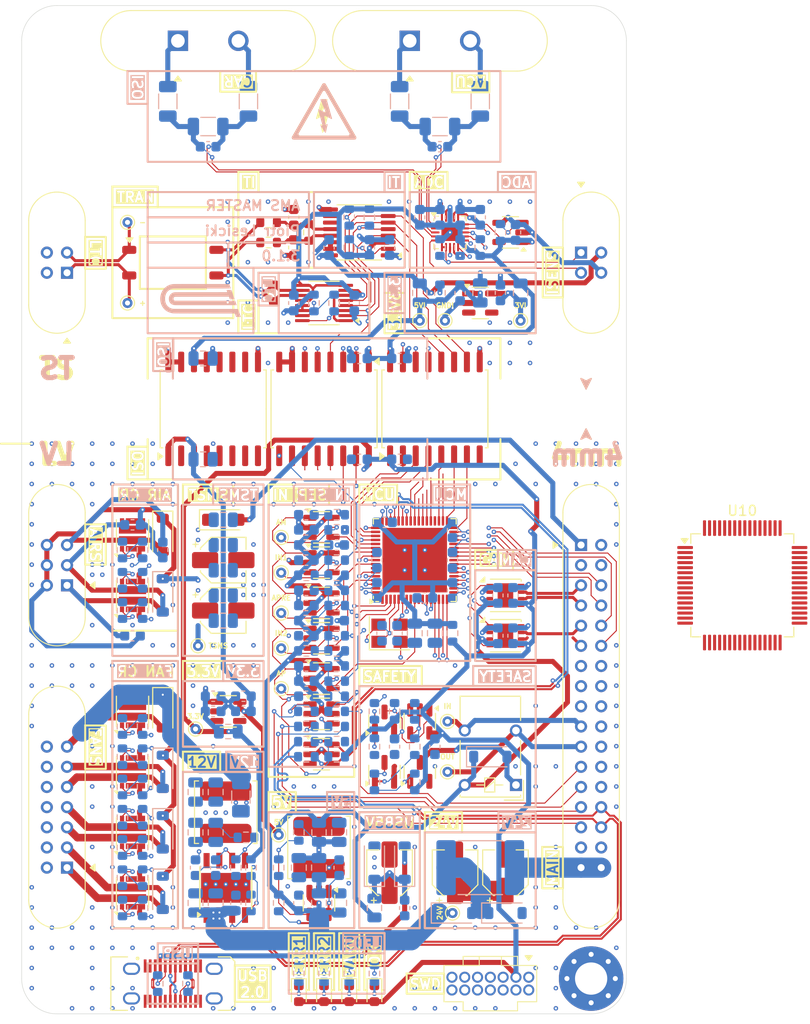
<source format=kicad_pcb>
(kicad_pcb (version 20240108) (generator "pcbnew") (generator_version "8.0")
  (layers (0 "F.Cu" jumper) (1 "In1.Cu" signal) (2 "In2.Cu" signal) (31 "B.Cu" signal) (34 "B.Paste" user) (35 "F.Paste" user) (36 "B.SilkS" user "B.Silkscreen") (37 "F.SilkS" user "F.Silkscreen") (38 "B.Mask" user) (39 "F.Mask" user) (44 "Edge.Cuts" user))
  (net 0 "")
  (net 1 "GND")
  (net 2 "+5V")
  (net 3 "VDD")
  (net 4 "/MCU/CLK_OUT")
  (net 5 "/Power/SW_12V")
  (net 6 "+12V")
  (net 7 "VBUS+")
  (net 8 "/MCU/CLK_IN")
  (net 9 "/Power/F_5V")
  (net 10 "/Power/F_12V")
  (net 11 "/Safety/CAP_VOLT")
  (net 12 "/Power/F_U5V")
  (net 13 "/Safety/RELAY-")
  (net 14 "TSMS")
  (net 16 "/SPI_RDY")
  (net 17 "/~{FLT}")
  (net 18 "+3.3V")
  (net 19 "GNDISO")
  (net 20 "+3.3VISO")
  (net 21 "/MCU/EN_12V")
  (net 22 "/Power/SW_5V")
  (net 27 "/MCU/PG_12V")
  (net 31 "Net-(IC6-ICMP)")
  (net 32 "Net-(IC6-IBIAS)")
  (net 40 "/SIGNAL_LED_3")
  (net 41 "/SIGNAL_LED_2")
  (net 42 "/SIGNAL_LED_1")
  (net 43 "/LED3")
  (net 44 "/LED2")
  (net 45 "/LED1")
  (net 46 "/AMS_ERR")
  (net 47 "/AMS_ERROR")
  (net 48 "/OUT+")
  (net 49 "/OUT-")
  (net 50 "/Connectivity/UC_SPI_MOSI")
  (net 51 "Net-(IC4-~{SYNC})")
  (net 52 "/Isolated ADC/8.192MHZ")
  (net 53 "/AIR_M")
  (net 54 "/AIR_P")
  (net 55 "/Connectivity/UC_SPI_MISO")
  (net 56 "/Connectivity/UC_SPI_CS")
  (net 57 "/Isolated ADC/ACU-")
  (net 58 "/FAN1-")
  (net 59 "/FAN5-")
  (net 60 "/FAN2-")
  (net 61 "/FAN6-")
  (net 62 "/FAN3-")
  (net 63 "/FAN7-")
  (net 64 "/FAN4-")
  (net 65 "/AIR_PRE")
  (net 66 "/D+")
  (net 67 "/D-")
  (net 68 "/ISO_ADC_MISO")
  (net 69 "/~{ISO_ADC_CS}")
  (net 70 "/ISO_ADC_SCK")
  (net 71 "/~{ISO_ADC_DRY}")
  (net 72 "/ISO_ADC_MOSI")
  (net 73 "/MCU/ADC_MOSI")
  (net 74 "/MCU/~{ADC_CS}")
  (net 75 "/MCU/ADC_SCK")
  (net 76 "/MCU/ADC_MISO")
  (net 77 "/MCU/~{ADC_DRY}")
  (net 78 "/Isolated ADC/CAR-")
  (net 79 "/Isolated ADC/I+")
  (net 80 "/Isolated ADC/I-")
  (net 81 "/SWCLK")
  (net 82 "/SWDIO")
  (net 83 "/NRST")
  (net 84 "/AIR_P_DETECTION")
  (net 85 "/AIR_M_DETECTION")
  (net 86 "/CANFD1+")
  (net 87 "/EXT_SCK")
  (net 88 "/EXT_MISO")
  (net 89 "/EXT_MOSI")
  (net 90 "/CANFD2-")
  (net 91 "/CHARGER_DETECTION")
  (net 92 "/CANFD2+")
  (net 93 "/AIR_PRE_DETECTION")
  (net 94 "/CANFD1-")
  (net 95 "/Isolated ADC/ACU+")
  (net 96 "/Isolated ADC/CAR+")
  (net 97 "/Isolated ADC/ACU_V-")
  (net 98 "/Isolated ADC/CAR_V-")
  (net 99 "Net-(J2-CC2)")
  (net 100 "/Fan Control/FAN3_CTRL")
  (net 101 "/Fan Control/FAN5_CTRL")
  (net 102 "/Fan Control/FAN4_CTRL")
  (net 103 "/Fan Control/FAN2_CTRL")
  (net 104 "/Fan Control/FAN7_CTRL")
  (net 105 "/Fan Control/FAN6_CTRL")
  (net 106 "/Fan Control/FAN1_CTRL")
  (net 107 "+24V")
  (net 108 "/Power/F_+3.3V")
  (net 109 "/TSMS_AIRS")
  (net 114 "/~{EXT_CS}")
  (net 116 "/MCU/DETECT_WTDG")
  (net 117 "/MCU/SPI_RDY")
  (net 118 "/MCU/~{FLT}")
  (net 119 "Net-(J2-CC1)")
  (net 122 "/UART_RX")
  (net 123 "/UART_TX")
  (net 124 "/Isolated ADC/ACU_V+")
  (net 125 "/Isolated ADC/CAR_V+")
  (net 126 "/F_+5VISO")
  (net 127 "/F_+3VISO")
  (net 128 "/MCU/SIGNAL_AMS_ERROR")
  (net 129 "/Connectivity/UC_SPI_SCK")
  (net 131 "+3.3VIO")
  (net 133 "/ISO_COM_MISO")
  (net 134 "/~{ISO_COM_CS}")
  (net 135 "/ISO_COM_SCK")
  (net 136 "/ISO_COM_MOSI")
  (net 137 "/MCU/~{COM_CS}")
  (net 138 "/MCU/COM_SCK")
  (net 139 "/MCU/COM_MOSI")
  (net 140 "/MCU/COM_MISO")
  (net 141 "/Connectivity/UC_D-")
  (net 142 "/Connectivity/UC_D+")
  (net 143 "/Connectivity/UC_IN1")
  (net 144 "/Connectivity/UC_IN2")
  (net 145 "/Connectivity/UC_CANFD2_TX")
  (net 146 "/Connectivity/UC_CANFD2_RX")
  (net 147 "/Connectivity/UC_CANFD1_RX")
  (net 148 "/Connectivity/UC_CANFD1_TX")
  (net 149 "/Connectivity/Input2/IN+")
  (net 150 "+5VISO")
  (net 157 "/Power/FB_5V")
  (net 158 "/Power/FB_12V")
  (net 159 "/Connectivity/AIR Precharge/IN+")
  (net 160 "/CCO-")
  (net 161 "/CCO+")
  (net 162 "/Connectivity/AIR Minus/IN+")
  (net 163 "/Connectivity/AIR Plus/IN+")
  (net 164 "/Connectivity/Input1/IN+")
  (net 165 "/Power/VCC_12V")
  (net 166 "/Power/BOOT_12V")
  (net 167 "/Power/BOOT_5V")
  (net 168 "/Power/EN_5V")
  (net 169 "/Power/F_24V")
  (net 177 "Net-(Q8-G)")
  (net 178 "/Safety/AMS_OK")
  (net 179 "/Fan Control/G2")
  (net 180 "/Fan Control/G1")
  (net 181 "/Fan Control/G3")
  (net 182 "/Fan Control/G4")
  (net 183 "/Fan Control/G5")
  (net 184 "/Fan Control/G6")
  (net 185 "/Fan Control/G7")
  (net 186 "/AIR Control/G2")
  (net 187 "/AIR Control/G1")
  (net 188 "/Connectivity/AIR Minus/REF")
  (net 189 "/SAFETY_IN")
  (net 190 "/SAFETY_OUT")
  (net 191 "/AIR Control/G3")
  (net 192 "/Isolated SPI/DVDD")
  (net 193 "/Isolated ADC/CAP")
  (net 194 "/Isolated ADC/SET")
  (net 195 "/Isolated SPI/COM+")
  (net 196 "/Isolated SPI/COM-")
  (net 197 "/AED")
  (net 198 "/AMD")
  (net 199 "/APD")
  (net 200 "/SAP")
  (net 201 "/SAM")
  (net 202 "/SAE")
  (net 204 "/Safety/CT_G")
  (net 208 "/MCU/CAP1")
  (net 209 "/MCU/CAP2")
  (net 217 "Net-(U10-VSS-Pad18)")
  (footprint "Diode_SMD:D_SOD-123" (layer "F.Cu") (at 116 124 -90)
    (property "Reference" "D17" (hide yes))
    (property "Value" "VSSB410S-E3/52T" (hide yes))
  )
  (footprint "TestPoint:TestPoint_THTPad_D1.0mm_Drill0.5mm" (layer "F.Cu") (at 119.25 119.75)
    (property "Reference" "TP9" (hide yes))
    (property "Value" "TestPoint_Small" (hide yes))
  )
  (footprint "Capacitor_SMD:C_0603_1608Metric" (layer "F.Cu") (at 129 69 -90)
    (property "Reference" "C80" (hide yes))
    (property "Value" "100p" (hide yes))
  )
  (footprint "Samacsys:DMT6018LDR7" (layer "F.Cu") (at 113 130)
    (property "Reference" "Q3" (hide yes))
    (property "Value" "DMT6018LDR-7" (hide yes))
  )
  (footprint "Diode_SMD:D_SOD-123" (layer "F.Cu") (at 116 130 -90)
    (property "Reference" "D13" (hide yes))
    (property "Value" "VSSB410S-E3/52T" (hide yes))
  )
  (footprint "TestPoint:TestPoint_THTPad_D1.0mm_Drill0.5mm" (layer "F.Cu") (at 112.5 77.5 180)
    (property "Reference" "TP7" (hide yes))
    (property "Value" "TestPoint_Small" (hide yes))
  )
  (footprint "Package_TO_SOT_SMD:SOT-23-6" (layer "F.Cu") (at 131.5 137 -90)
    (property "Reference" "IC2" (hide yes))
    (property "Value" "TPS54202HDDCR" (hide yes))
  )
  (footprint "Samacsys:DMT6018LDR7" (layer "F.Cu") (at 113 124)
    (property "Reference" "Q4" (hide yes))
    (property "Value" "DMT6018LDR-7" (hide yes))
  )
  (footprint "Samacsys:DMT6018LDR7" (layer "F.Cu") (at 113 118)
    (property "Reference" "Q5" (hide yes))
    (property "Value" "DMT6018LDR-7" (hide yes))
  )
  (footprint "Package_DFN_QFN:DFN-8-1EP_3x3mm_P0.65mm_EP1.55x2.4mm" (layer "F.Cu") (at 150 106.5)
    (property "Reference" "U6" (hide yes))
    (property "Value" "MCP2542FD-E/MF" (hide yes))
  )
  (footprint "Resistor_SMD:R_0603_1608Metric" (layer "F.Cu") (at 127 76.5 90)
    (property "Reference" "R20" (hide yes))
    (property "Value" "120" (hide yes))
  )
  (footprint "Samacsys:FTSH-107-XX-YYY-D-K" (layer "F.Cu") (at 148.5 145 180)
    (property "Reference" "J4" (hide yes))
    (property "Value" "FTSH-107-01-L-D-K" (hide yes))
  )
  (footprint "Samacsys:M80-51014YY" (layer "F.Cu") (at 105.5 127.5 90)
    (property "Reference" "J3" (hide yes))
    (property "Value" "M80-51014XX" (hide yes))
  )
  (footprint "Samacsys:M80-51004YY" (layer "F.Cu") (at 105.5 73.5 90)
    (property "Reference" "J5" (hide yes))
    (property "Value" "M80-51004XX" (hide yes))
  )
  (footprint "Samacsys:M300MV10345M1" (layer "F.Cu") (at 120.5 51.5 180)
    (property "Reference" "J10" (hide yes))
    (property "Value" "M300-MV10345M1" (hide yes))
  )
  (footprint "Samacsys:SOP254P914X350-4N" (layer "F.Cu") (at 117 73.5)
    (property "Reference" "T1" (hide yes))
    (property "Value" ">100kHz" (hide yes))
  )
  (footprint "LED_SMD:LED_0603_1608Metric" (layer "F.Cu") (at 132 146 -90)
    (property "Reference" "D6" (hide yes))
    (property "Value" "SML-D12U1WT86" (hide yes))
  )
  (footprint "TestPoint:TestPoint_THTPad_D1.0mm_Drill0.5mm" (layer "F.Cu") (at 144.75 138)
    (property "Reference" "TP3" (hide yes))
    (property "Value" "TestPoint_Small" (hide yes))
  )
  (footprint "Capacitor_SMD:CP_Elec_4x5.8" (layer "F.Cu") (at 122 108)
    (property "Reference" "C63" (hide yes))
    (property "Value" "22uF" (hide yes))
  )
  (footprint "MountingHole:MountingHole_3.2mm_M3" (layer "F.Cu") (at 105.5 51.5)
    (property "Reference" "H1" (hide yes))
    (property "Value" "M3" (hide yes))
  )
  (footprint "TestPoint:TestPoint_THTPad_D1.0mm_Drill0.5mm" (layer "F.Cu") (at 127.75 115.75)
    (property "Reference" "TP16" (hide yes))
    (property "Value" "TestPoint_Small" (hide yes))
  )
  (footprint "Diode_SMD:D_SOD-123" (layer "F.Cu") (at 122 99)
    (property "Reference" "D15" (hide yes))
    (property "Value" "0.5V/1A" (hide yes))
  )
  (footprint "TestPoint:TestPoint_THTPad_D1.0mm_Drill0.5mm" (layer "F.Cu") (at 112.5 69.5 180)
    (property "Reference" "TP8" (hide yes))
    (property "Value" "TestPoint_Small" (hide yes))
  )
  (footprint "Package_TO_SOT_SMD:SOT-23-5" (layer "F.Cu") (at 141.5 119 -90)
    (property "Reference" "U3" (hide yes))
    (property "Value" "74AUP1G32" (hide yes))
  )
  (footprint "TestPoint:TestPoint_THTPad_D1.0mm_Drill0.5mm" (layer "F.Cu") (at 144 79.25)
    (property "Reference" "TP5" (hide yes))
    (property "Value" "TestPoint_Small" (hide yes))
  )
  (footprint "LED_SMD:LED_0603_1608Metric" (layer "F.Cu") (at 137 146 -90)
    (property "Reference" "D3" (hide yes))
    (property "Value" "SML-D12U1WT86" (hide yes))
  )
  (footprint "Diode_SMD:D_SOD-123" (layer "F.Cu") (at 116 100.5 -90)
    (property "Reference" "D24" (hide yes))
    (property "Value" "VSSB410S-E3/52T" (hide yes))
  )
  (footprint "Samacsys:M80-51006YY" (layer "F.Cu") (at 105.5 103.5 90)
    (property "Reference" "J1" (hide yes))
    (property "Value" "M80-5100642" (hide yes))
  )
  (footprint "Symbol:Symbol_HighVoltage_Triangle_6x6mm_Copper" (layer "F.Cu") (at 132 58.5)
    (property "Reference" "REF**" (hide yes))
    (property "Value" "Symbol_HighVoltage_Triangle_6x6mm_Copper" (hide yes))
  )
  (footprint "MountingHole:MountingHole_3.2mm_M3" (layer "F.Cu") (at 158.5 51.5)
    (property "Reference" "H2" (hide yes))
    (property "Value" "M3" (hide yes))
  )
  (footprint "Capacitor_SMD:C_0603_1608Metric" (layer "F.Cu") (at 129 72 90)
    (property "Reference" "C79" (hide yes))
    (property "Value" "100p" (hide yes))
  )
  (footprint "Package_TO_SOT_SMD:SOT-23" (layer "F.Cu") (at 138 119 90)
    (property "Reference" "Q6" (hide yes))
    (property "Value" "2N7002" (hide yes))
  )
  (footprint "Package_SO:MSOP-16_3x4.039mm_P0.5mm" (layer "F.Cu") (at 132 77.5 180)
    (property "Reference" "IC6" (hide yes))
    (property "Value" "LTC6820IMS" (hide yes))
  )
  (footprint "Capacitor_SMD:CP_Elec_4x5.8" (layer "F.Cu") (at 138.5 134 90)
    (property "Reference" "C6" (hide yes))
    (property "Value" "22uF" (hide yes))
  )
  (footprint "Package_TO_SOT_SMD:SOT-23" (layer "F.Cu") (at 138 124 90)
    (property "Reference" "Q8" (hide yes))
    (property "Value" "2N7002" (hide yes))
  )
  (footprint "Samacsys:M80-51004YY" (layer "F.Cu") (at 158.5 73.5 -90)
    (property "Reference" "J8" (hide yes))
    (property "Value" "M80-51004XX" (hide yes))
  )
  (footprint "Package_TO_SOT_SMD:SOT-23-5" (layer "F.Cu") (at 147.5 77.5)
    (property "Reference" "IC8" (hide yes))
    (property "Value" "3.3V/0.5A" (hide yes))
  )
  (footprint "Package_DFN_QFN:DFN-8-1EP_3x3mm_P0.65mm_EP1.55x2.4mm" (layer "F.Cu") (at 150 110.5)
    (property "Reference" "U7" (hide yes))
    (property "Value" "MCP2542FD-E/MF" (hide yes))
  )
  (footprint "Inductor_SMD:L_TDK_VLS6045EX_VLS6045AF" (layer "F.Cu") (at 131.5 131.5 90)
    (property "Reference" "L4" (hide yes))
    (property "Value" "68uF/1.4A" (hide yes))
  )
  (footprint "Package_TO_SOT_SMD:SOT-23-5" (layer "F.Cu") (at 131.75 99.75)
    (property "Reference" "U8" (hide yes))
    (property "Value" "LM397" (hide yes))
  )
  (footprint "Samacsys:M80-51034YY" (layer "F.Cu") (at 158.5 117.5 -90)
    (property "Reference" "J12" (hide yes))
    (property "Value" "M80-51034XX" (hide yes))
  )
  (footprint "TestPoint:TestPoint_THTPad_D1.0mm_Drill0.5mm" (layer "F.Cu") (at 127.75 100.75)
    (property "Reference" "TP15" (hide yes))
    (property "Value" "TestPoint_Small" (hide yes))
  )
  (footprint "TestPoint:TestPoint_THTPad_D1.0mm_Drill0.5mm" (layer "F.Cu") (at 127.75 104.25)
    (property "Reference" "TP12" (hide yes))
    (property "Value" "TestPoint_Small" (hide yes))
  )
  (footprint "Samacsys:IMB03ITS" (layer "F.Cu") (at 151.04 125.3 90)
    (property "Reference" "K1" (hide yes))
    (property "Value" "IMB03ITS" (hide yes))
  )
  (footprint "Package_QFP:LQFP-64_10x10mm_P0.5mm" (layer "F.Cu") (at 173.5 105.5)
    (property "Reference" "U10")
    (property "Value" "STM32H573RITx")
  )
  (footprint "Package_SO:SOIC-16W_7.5x10.3mm_P1.27mm" (layer "F.Cu") (at 132 88 -90)
    (property "Reference" "IC11" (hide yes))
    (property "Value" "ISO6760" (hide yes))
  )
  (footprint "Samacsys:M300MV10345M1" (layer "F.Cu") (at 143.5 51.5 180)
    (property "Reference" "J7" (hide yes))
    (property "Value" "M300-MV10345M1" (hide yes))
  )
  (footprint "Capacitor_SMD:CP_Elec_4x5.8" (layer "F.Cu") (at 145 134 90)
    (property "Reference" "C65" (hide yes))
    (property "Value" "22uF" (hide yes))
  )
  (footprint "Inductor_SMD:L_TDK_VLS6045EX_VLS6045AF" (layer "F.Cu") (at 122.25 128 90)
    (property "Reference" "L2" (hide yes))
    (property "Value" "6.8uF/3.5A" (hide yes))
  )
  (footprint "Crystal:Crystal_SMD_3225-4Pin_3.2x2.5mm" (layer "F.Cu") (at 138.5 110.25)
    (property "Reference" "Y1" (hide yes))
    (property "Value" "X322516MLB4SI" (hide yes))
  )
  (footprint "Diode_SMD:D_SOD-123" (layer "F.Cu") (at 116 106.5 -90)
    (property "Reference" "D9" (hide yes))
    (property "Value" "VSSB410S-E3/52T" (hide yes))
  )
  (footprint "TestPoint:TestPoint_THTPad_D1.0mm_Drill0.5mm" (layer "F.Cu") (at 127.5 130.25)
    (property "Reference" "TP10" (hide yes))
    (property "Value" "TestPoint_Small" (hide yes))
  )
  (footprint "Package_DFN_QFN:QFN-68-1EP_8x8mm_P0.4mm_EP6.4x6.4mm" (layer "F.Cu") (at 141 103 90)
    (property "Reference" "U11" (hide yes))
    (property "Value" "STM32H573RIVx" (hide yes))
  )
  (footprint "Package_SO:TSSOP-16_4.4x5mm_P0.65mm" (layer "F.Cu") (at 135.5 70.5 180)
    (property "Reference" "IC3" (hide yes))
    (property "Value" "BQ79600PWRQ1" (hide yes))
  )
  (footprint "Package_TO_SOT_SMD:SOT-23-5" (layer "F.Cu") (at 131.75 110.75)
    (property "Reference" "U2" (hide yes))
    (property "Value" "LM397" (hide yes))
  )
  (footprint "Package_SO:Texas_HSOP-8-1EP_3.9x4.9mm_P1.27mm" (layer "F.Cu") (at 122.25 135.5 90)
    (property "Reference" "U12" (hide yes))
    (property "Value" "LMR33640DDDA" (hide yes))
  )
  (footprint "Samacsys:DMT6018LDR7" (layer "F.Cu") (at 113 106.5)
    (property "Reference" "Q7" (hide yes))
    (property "Value" "DMT6018LDR-7" (hide yes))
  )
  (footprint "LED_SMD:LED_0603_1608Metric" (layer "F.Cu") (at 129.5 146 -90)
    (property "Reference" "D1" (hide yes))
    (property "Value" "SML-D12U1WT86" (hide yes))
  )
  (footprint "Package_SO:SOIC-16W_7.5x10.3mm_P1.27mm" (layer "F.Cu") (at 143 88 90)
    (property "Reference" "IC7" (hide yes))
    (property "Value" "ISO6760" (hide yes))
  )
  (footprint "Package_TO_SOT_SMD:SOT-23-5" (layer "F.Cu") (at 150.5 70.5 180)
    (property "Reference" "IC5" (hide yes))
    (property "Value" "LTC1799" (hide yes))
  )
  (footprint "Diode_SMD:D_SOD-123" (layer "F.Cu") (at 116 136 -90)
    (property "Reference" "D8" (hide yes))
    (property "Value" "VSSB410S-E3/52T" (hide yes))
  )
  (footprint "MountingHole:MountingHole_3.2mm_M3_Pad_Via" (layer "F.Cu") (at 158.5 144.5)
    (property "Reference" "TP2" (hide yes))
    (property "Value" "TestPoint_Small" (hide yes))
  )
  (footprint "Package_TO_SOT_SMD:SOT-23-6" (layer "F.Cu") (at 131.75 122.25)
    (property "Reference" "D11" (hide yes))
    (property "Value" "ESDA5V3SC5" (hide yes))
  )
  (footprint "Samacsys:DMT6018LDR7" (layer "F.Cu") (at 113 100.5)
    (property "Reference" "Q1" (hide yes))
    (property "Value" "DMT6018LDR-7" (hide yes))
  )
  (footprint "TestPoint:TestPoint_THTPad_D1.0mm_Drill0.5mm" (layer "F.Cu") (at 144.25 124)
    (property "Reference" "TP17" (hide yes))
    (property "Value" "TestPoint_Small" (hide yes))
  )
  (footprint "Package_TO_SOT_SMD:SOT-23" (layer "F.Cu") (at 141.5 124 90)
    (property "Reference" "Q9" (hide yes))
    (property "Value" "2N7002" (hide yes))
  )
  (footprint "Resistor_SMD:R_0603_1608Metric" (layer "F.Cu") (at 130.5 70.5 -90)
    (property "Reference" "R97" (hide yes))
    (property "Value" "1k" (hide yes))
  )
  (footprint "TestPoint:TestPoint_THTPad_D1.0mm_Drill0.5mm" (layer "F.Cu") (at 127.75 111.75)
    (property "Reference" "TP13" (hide yes))
    (property "Value" "TestPoint_Small" (hide yes))
  )
  (footprint "TestPoint:TestPoint_THTPad_D1.0mm_Drill0.5mm" (layer "F.Cu") (at 151.5 79.25)
    (property "Reference" "TP6" (hide yes))
    (property "Value" "TestPoint_Small" (hide yes))
  )
  (footprint "Package_TO_SOT_SMD:SOT-23-5" (layer "F.Cu") (at 131.75 114.75)
    (property "Reference" "U9" (hide yes))
    (property "Value" "LM397" (hide yes))
  )
  (footprint "Resistor_SMD:R_0603_1608Metric" (layer "F.Cu") (at 126.5 71.5)
    (property "Reference" "R96" (hide yes))
    (property "Value" "51" (hide yes))
  )
  (footprint "Package_TO_SOT_SMD:SOT-23-6" (layer "F.Cu") (at 131.75 118.25)
    (property "Reference" "D12" (hide yes))
    (property "Value" "ESDA5V3SC5" (hide yes))
  )
  (footprint "Package_TO_SOT_SMD:SOT-23-5" (layer "F.Cu") (at 131.75 103.25)
    (property "Reference" "U13" (hide yes))
    (property "Value" "LM397" (hide yes))
  )
  (footprint "Package_TO_SOT_SMD:SOT-23-5" (layer "F.Cu") (at 122.5 118)
    (property "Reference" "IC1" (hide yes))
    (property "Value" "TPS7B92033DBVR" (hide yes))
  )
  (footprint "Resistor_SMD:R_0603_1608Metric" (layer "F.Cu") (at 126.5 69.5)
    (property "Reference" "R98" (hide yes))
    (property "Value" "51" (hide yes))
  )
  (footprint "TestPoint:TestPoint_THTPad_D1.0mm_Drill0.5mm" (layer "F.Cu") (at 141.5 79.25)
    (property "Reference" "TP4" (hide yes))
    (property "Value" "TestPoint_Small" (hide yes))
  )
  (footprint "Capacitor_SMD:CP_Elec_4x5.8" (layer "F.Cu") (at 150 134 90)
    (property "Reference" "C27" (hide yes))
    (property "Value" "22uF" (hide yes))
  )
  (footprint "Samacsys:DMT6018LDR7" (layer "F.Cu") (at 113 136)
    (property "Reference" "Q2" (hide yes))
    (property "Value" "DMT6018LDR-7" (hide yes))
  )
  (footprint "TestPoint:TestPoint_THTPad_D1.0mm_Drill0.5mm" (layer "F.Cu") (at 144.25 119)
    (property "Reference" "TP18" (hide yes))
    (property "Value" "TestPoint_Small" (hide yes))
  )
  (footprint "TestPoint:TestPoint_THTPad_D1.0mm_Drill0.5mm" (layer "F.Cu") (at 127.75 108.25)
    (property "Reference" "TP14" (hide yes))
    (property "Value" "TestPoint_Small" (hide yes))
  )
  (footprint "Package_TO_SOT_SMD:SOT-23-5" (layer "F.Cu") (at 131.75 107.25)
    (property "Reference" "U5" (hide yes))
    (property "Value" "LM397" (hide yes))
  )
  (footprint "Connector_USB:USB_C_Receptacle_JAE_DX07S024WJ3R400" (layer "F.Cu") (at 117 145)
    (property "Reference" "J2" (hide yes))
    (property "Value" "USB_C_Receptacle_USB2.0_14P" (hide yes))
  )
  (footprint "MountingHole:MountingHole_3.2mm_M3" (layer "F.Cu") (at 105.5 144.5)
    (property "Reference" "H3" (hide yes))
    (property "Value" "M3" (hide yes))
  )
  (footprint "TestPoint:TestPoint_THTPad_D1.0mm_Drill0.5mm" (layer "F.Cu") (at 119.5 111.5)
    (property "Reference" "TP11" (hide yes))
    (property "Value" "TestPoint_Small" (hide yes))
  )
  (footprint "Package_SO:SOIC-16W_7.5x10.3mm_P1.27mm" (layer "F.Cu") (at 121 88 90)
    (property "Reference" "U4" (hide yes))
    (property "Value" "UCC12040DVE" (hide yes))
  )
  (footprint "LED_SMD:LED_0603_1608Metric" (layer "F.Cu") (at 134.5 146 -90)
    (property "Reference" "D2" (hide yes))
    (property "Value" "SML-D12U1WT86" (hide yes))
  )
  (footprint "Diode_SMD:D_SOD-123" (layer "F.Cu") (at 116 118 -90)
    (property "Reference" "D21" (hide yes))
    (property "Value" "VSSB410S-E3/52T" (hide yes))
  )
  (footprint "Capacitor_SMD:CP_Elec_4x5.8" (layer "F.Cu") (at 122 103)
    (property "Reference" "C64" (hide yes))
    (property "Value" "22uF" (hide yes))
  )
  (footprint "Package_DFN_QFN:WQFN-20-1EP_3x3mm_P0.4mm_EP1.7x1.7mm" (layer "F.Cu") (at 144.5 70.5)
    (property "Reference" "IC4" (hide yes))
    (property "Value" "~" (hide yes))
  )
  (footprint "Resistor_SMD:R_0603_1608Metric" (layer "B.Cu") (at 114 128.5 -90)
    (property "Reference" "R59" (hide yes))
    (property "Value" "100" (hide yes))
  )
  (footprint "Diode_SMD:D_SOD-123" (layer "B.Cu") (at 116 106.5 -90)
    (property "Reference" "D10" (hide yes))
    (property "Value" "VSSB410S-E3/52T" (hide yes))
  )
  (footprint "Resistor_SMD:R_1206_3216Metric" (layer "B.Cu") (at 143.5 60 180)
    (property "Reference" "R6" (hide yes))
    (property "Value" "100/.1%" (hide yes))
  )
  (footprint "Capacitor_SMD:C_0805_2012Metric" (layer "B.Cu") (at 143 110.25 -90)
    (property "Reference" "C70" (hide yes))
    (property "Value" "22uF" (hide yes))
  )
  (footprint "Resistor_SMD:R_0603_1608Metric" (layer "B.Cu") (at 137 125 -90)
    (property "Reference" "R32" (hide yes))
    (property "Value" "100" (hide yes))
  )
  (footprint "Resistor_SMD:R_0603_1608Metric" (layer "B.Cu") (at 130.25 122.5 180)
    (property "Reference" "R7" (hide yes))
    (property "Value" "33" (hide yes))
  )
  (footprint "Resistor_SMD:R_0603_1608Metric" (layer "B.Cu") (at 114 108 90)
    (property "Reference" "R44" (hide yes))
    (property "Value" "100" (hide yes))
  )
  (footprint "Diode_SMD:D_SOD-123" (layer "B.Cu") (at 116 136 -90)
    (property "Reference" "D18" (hide yes))
    (property "Value" "VSSB410S-E3/52T" (hide yes))
  )
  (footprint "Fuse:Fuse_0805_2012Metric" (layer "B.Cu") (at 122.5 120)
    (property "Reference" "F5" (hide yes))
    (property "Value" "5V/0.5A" (hide yes))
  )
  (footprint "Capacitor_SMD:C_0805_2012Metric" (layer "B.Cu") (at 122 106.5 180)
    (property "Reference" "C62" (hide yes))
    (property "Value" "22uF" (hide yes))
  )
  (footprint "Capacitor_SMD:C_0603_1608Metric" (layer "B.Cu") (at 119.25 133.5 90)
    (property "Reference" "C10" (hide yes))
    (property "Value" "100nF" (hide yes))
  )
  (footprint "Resistor_SMD:R_0603_1608Metric" (layer "B.Cu") (at 133.249999 98.500003)
    (property "Reference" "R75" (hide yes))
    (property "Value" "TBD" (hide yes))
  )
  (footprint "Resistor_SMD:R_0603_1608Metric" (layer "B.Cu") (at 112 128.5 90)
    (property "Reference" "R61" (hide yes))
    (property "Value" "10k" (hide yes))
  )
  (footprint "Resistor_SMD:R_0603_1608Metric" (layer "B.Cu") (at 134.5 144 -90)
    (property "Reference" "R31" (hide yes))
    (property "Value" "1k" (hide yes))
  )
  (footprint "Resistor_SMD:R_0603_1608Metric" (layer "B.Cu") (at 127.5 137 90)
    (property "Reference" "R23" (hide yes))
    (property "Value" "510k" (hide yes))
  )
  (footprint "Capacitor_SMD:C_0603_1608Metric" (layer "B.Cu") (at 144.75 103 -90)
    (property "Reference" "C86" (hide yes))
    (property "Value" "2.2nF" (hide yes))
  )
  (footprint "Capacitor_SMD:C_0603_1608Metric" (layer "B.Cu") (at 116 102 -90)
    (property "Reference" "C85" (hide yes))
    (property "Value" "100nF" (hide yes))
  )
  (footprint "Resistor_SMD:R_0603_1608Metric" (layer "B.Cu") (at 133.25 116.499999)
    (property "Reference" "R81" (hide yes))
    (property "Value" "TBD" (hide yes))
  )
  (footprint "Capacitor_SMD:C_0805_2012Metric" (layer "B.Cu") (at 133.5 137 -90)
    (property "Reference" "C17" (hide yes))
    (property "Value" "22uF" (hide yes))
  )
  (footprint "Capacitor_SMD:C_0603_1608Metric" (layer "B.Cu") (at 120.5 62 180)
    (property "Reference" "C67" (hide yes))
    (property "Value" "1nF" (hide yes))
  )
  (footprint "Resistor_SMD:R_0603_1608Metric" (layer "B.Cu") (at 129.5 144 -90)
    (property "Reference" "R34" (hide yes))
    (property "Value" "1k" (hide yes))
  )
  (footprint "Resistor_SMD:R_1206_3216Metric" (layer "B.Cu") (at 147.5 57.5 -90)
    (property "Reference" "R2" (hide yes))
    (property "Value" "1M/700V/.1%" (hide yes))
  )
  (footprint "Capacitor_SMD:C_0603_1608Metric" (layer "B.Cu") (at 139.5 93)
    (property "Reference" "C39" (hide yes))
    (property "Value" "100nF" (hide yes))
  )
  (footprint "Resistor_SMD:R_0603_1608Metric" (layer "B.Cu") (at 123.25 133.5 90)
    (property "Reference" "R24" (hide yes))
    (property "Value" "9.09k" (hide yes))
  )
  (footprint "Capacitor_SMD:C_0805_2012Metric" (layer "B.Cu") (at 133.5 130 90)
    (property "Reference" "C68" (hide yes))
    (property "Value" "22uF" (hide yes))
  )
  (footprint "Capacitor_SMD:C_0603_1608Metric" (layer "B.Cu") (at 133.25 101.5)
    (property "Reference" "C81" (hide yes))
    (property "Value" "TBD" (hide yes))
  )
  (footprint "Resistor_SMD:R_0603_1608Metric" (layer "B.Cu") (at 133.25 119.5)
    (property "Reference" "R51" (hide yes))
    (property "Value" "33" (hide yes))
  )
  (footprint "Resistor_SMD:R_0603_1608Metric" (layer "B.Cu") (at 136.5 69 -90)
    (property "Reference" "R94" (hide yes))
    (property "Value" "10k" (hide yes))
  )
  (footprint "Resistor_SMD:R_0603_1608Metric" (layer "B.Cu") (at 149.5 70.5 -90)
    (property "Reference" "R18" (hide yes))
    (property "Value" "8.2k" (hide yes))
  )
  (footprint "Capacitor_SMD:C_0603_1608Metric" (layer "B.Cu") (at 137.25 103 90)
    (property "Reference" "C87" (hide yes))
    (property "Value" "2.2nF" (hide yes))
  )
  (footprint "Capacitor_SMD:C_0603_1608Metric" (layer "B.Cu") (at 130.25 115 180)
    (property "Reference" "C75" (hide yes))
    (property "Value" "100nF" (hide yes))
  )
  (footprint "Capacitor_SMD:C_0603_1608Metric" (layer "B.Cu") (at 124 116.5 180)
    (property "Reference" "C13" (hide yes))
    (property "Value" "1uF" (hide yes))
  )
  (footprint "Capacitor_SMD:C_0603_1608Metric" (layer "B.Cu") (at 139.5 83)
    (property "Reference" "C44" (hide yes))
    (property "Value" "100nF" (hide yes))
  )
  (footprint "Resistor_SMD:R_0603_1608Metric" (layer "B.Cu") (at 131 77.5 -90)
    (property "Reference" "R19" (hide yes))
    (property "Value" "1k" (hide yes))
  )
  (footprint "Resistor_SMD:R_0603_1608Metric" (layer "B.Cu") (at 114 137.5 90)
    (property "Reference" "R5" (hide yes))
    (property "Value" "100" (hide yes))
  )
  (footprint "Resistor_SMD:R_0603_1608Metric" (layer "B.Cu") (at 112 134.5 90)
    (property "Reference" "R57" (hide yes))
    (property "Value" "10k" (hide yes))
  )
  (footprint "Resistor_SMD:R_0603_1608Metric" (layer "B.Cu") (at 114 119.5 90)
    (property "Reference" "R66" (hide yes))
    (property "Value" "100" (hide yes))
  )
  (footprint "Capacitor_SMD:C_0603_1608Metric" (layer "B.Cu") (at 149.25 106.5 90)
    (property "Reference" "C32" (hide yes))
    (property "Value" "100nF" (hide yes))
  )
  (footprint "Capacitor_SMD:C_0603_1608Metric" (layer "B.Cu") (at 147.5 69 -90)
    (property "Reference" "C41" (hide yes))
    (property "Value" "220nF" (hide yes))
  )
  (footprint "Capacitor_SMD:C_0603_1608Metric" (layer "B.Cu") (at 130.250001 107.500001 180)
    (property "Reference" "C71" (hide yes))
    (property "Value" "100nF" (hide yes))
  )
  (footprint "Capacitor_SMD:C_0603_1608Metric" (layer "B.Cu") (at 130.250001 98.500001 180)
    (property "Reference" "C72" (hide yes))
    (property "Value" "TBD" (hide yes))
  )
  (footprint "Capacitor_SMD:C_0603_1608Metric" (layer "B.Cu") (at 129.5 137 -90)
    (property "Reference" "C21" (hide yes))
    (property "Value" "100nF" (hide yes))
  )
  (footprint "Capacitor_SMD:C_0603_1608Metric" (layer "B.Cu") (at 130.250001 113.5 180)
    (property "Reference" "C74" (hide yes))
    (property "Value" "TBD" (hide yes))
  )
  (footprint "Capacitor_SMD:C_0603_1608Metric" (layer "B.Cu") (at 141.5 69 90)
    (property "Reference" "C31" (hide yes))
    (property "Value" "100nF" (hide yes))
  )
  (footprint "Capacitor_SMD:C_0603_1608Metric" (layer "B.Cu") (at 143.5 62 180)
    (property "Reference" "C30" (hide yes))
    (property "Value" "1nF" (hide yes))
  )
  (footprint "Capacitor_SMD:C_0805_2012Metric" (layer "B.Cu") (at 121.25 126 90)
    (property "Reference" "C19" (hide yes))
    (property "Value" "22uF" (hide yes))
  )
  (footprint "Capacitor_SMD:C_0805_2012Metric" (layer "B.Cu") (at 119.25 137 -90)
    (property "Reference" "C54" (hide yes))
    (property "Value" "22uF" (hide yes))
  )
  (footprint "Capacitor_SMD:C_0603_1608Metric" (layer "B.Cu") (at 143.5 69 90)
    (property "Reference" "C34" (hide yes))
    (property "Value" "10nF" (hide yes))
  )
  (footprint "Capacitor_SMD:C_0603_1608Metric" (layer "B.Cu") (at 130.250002 106.000001 180)
    (property "Reference" "C66" (hide yes))
    (property "Value" "TBD" (hide yes))
  )
  (footprint "Capacitor_SMD:C_0805_2012Metric" (layer "B.Cu") (at 131.5 133.5 -90)
    (property "Reference" "C26" (hide yes))
    (property "Value" "22uF" (hide yes))
  )
  (footprint "Resistor_SMD:R_0603_1608Metric" (layer "B.Cu") (at 114 134.5 -90)
    (property "Reference" "R30" (hide yes))
    (property "Value" "100" (hide yes))
  )
  (footprint "Capacitor_SMD:C_0603_1608Metric" (layer "B.Cu") (at 123.25 137 90)
    (property "Reference" "C4" (hide yes))
    (property "Value" "220nF" (hide yes))
  )
  (footprint "Resistor_SMD:R_0603_1608Metric" (layer "B.Cu") (at 139 118 90)
    (property "Reference" "R12" (hide yes))
    (property "Value" "1M" (hide yes))
  )
  (footprint "Resistor_SMD:R_0603_1608Metric" (layer "B.Cu") (at 115.5 145 90)
    (property "Reference" "R91" (hide yes))
    (property "Value" "5.1k" (hide yes))
  )
  (footprint "Resistor_SMD:R_0603_1608Metric" (layer "B.Cu") (at 124.75 137 90)
    (property "Reference" "R9" (hide yes))
    (property "Value" "10k" (hide yes))
  )
  (footprint "Resistor_SMD:R_0603_1608Metric" (layer "B.Cu") (at 137 121.5 -90)
    (property "Reference" "R11" (hide yes))
    (property "Value" "10k" (hide yes))
  )
  (footprint "Capacitor_SMD:C_0805_2012Metric" (layer "B.Cu") (at 119.25 130 -90)
    (property "Reference" "C20" (hide yes))
    (property "Value" "22uF" (hide yes))
  )
  (footprint "Diode_SMD:D_SOD-123" (layer "B.Cu") (at 137 133 90)
    (property "Reference" "D14" (hide yes))
    (property "Value" "6V" (hide yes))
  )
  (footprint "Capacitor_SMD:C_0603_1608Metric" (layer "B.Cu") (at 135 77.5 -90)
    (property "Reference" "C42" (hide yes))
    (property "Value" "100nF" (hide yes))
  )
  (footprint "Capacitor_SMD:C_0603_1608Metric" (layer "B.Cu") (at 145.5 69 -90)
    (property "Reference" "C35" (hide yes))
    (property "Value" "100nF" (hide yes))
  )
  (footprint "Diode_SMD:D_SOD-123" (layer "B.Cu") (at 116 130 -90)
    (property "Reference" "D19" (hide yes))
    (property "Value" "VSSB410S-E3/52T" (hide yes))
  )
  (footprint "Capacitor_SMD:C_0603_1608Metric" (layer "B.Cu") (at 145.5 76.5 90)
    (property "Reference" "C47" (hide yes))
    (property "Value" "100nF" (hide yes))
  )
  (footprint "Capacitor_SMD:C_0603_1608Metric" (layer "B.Cu") (at 140 137.5 90)
    (property "Reference" "C3" (hide yes))
    (property "Value" "1uF" (hide yes))
  )
  (footprint "Resistor_SMD:R_0603_1608Metric" (layer "B.Cu") (at 133.250001 110.5)
    (property "Reference" "R38" (hide yes))
    (property "Value" "TBD" (hide yes))
  )
  (footprint "Capacitor_SMD:C_0603_1608Metric" (layer "B.Cu") (at 113 110.5)
    (property "Reference" "C83" (hide yes))
    (property "Value" "100nF" (hide yes))
  )
  (footprint "Resistor_SMD:R_0603_1608Metric" (layer "B.Cu") (at 132 144 -90)
    (property "Reference" "R36" (hide yes))
    (property "Value" "1k" (hide yes))
  )
  (footprint "Resistor_SMD:R_0603_1608Metric" (layer "B.Cu") (at 141 125 -90)
    (property "Reference" "R13" (hide yes))
    (property "Value" "10k" (hide yes))
  )
  (footprint "Capacitor_SMD:C_0603_1608Metric" (layer "B.Cu") (at 150.75 106.5 -90)
    (property "Reference" "C37" (hide yes))
    (property "Value" "100nF" (hide yes))
  )
  (footprint "Resistor_SMD:R_0603_1608Metric" (layer "B.Cu") (at 130.25 121 180)
    (property "Reference" "R8" (hide yes))
    (property "Value" "33" (hide yes))
  )
  (footprint "Capacitor_SMD:C_0603_1608Metric" (layer "B.Cu") (at 135.5 83 180)
    (property "Reference" "C46" (hide yes))
    (property "Value" "100nF" (hide yes))
  )
  (footprint "Capacitor_SMD:C_0805_2012Metric" (layer "B.Cu") (at 122 99 180)
    (property "Reference" "C15" (hide yes))
    (property "Value" "22uF" (hide yes))
  )
  (footprint "Resistor_SMD:R_0603_1608Metric" (layer "B.Cu") (at 133.249999 104.5)
    (property "Reference" "R106" (hide yes))
    (property "Value" "TBD" (hide yes))
  )
  (footprint "Fuse:Fuse_2920_7451Metric" (layer "B.Cu") (at 147.5 133.5)
    (property "Reference" "F2" (hide yes))
    (property "Value" "5A/24V" (hide yes))
  )
  (footprint "Capacitor_SMD:C_0805_2012Metric" (layer "B.Cu") (at 141 110.25 -90)
    (property "Reference" "C36" (hide yes))
    (property "Value" "22uF" (hide yes))
  )
  (footprint "Resistor_SMD:R_0603_1608Metric" (layer "B.Cu") (at 112 122.5 90)
    (property "Reference" "R65" (hide yes))
    (property "Value" "10k" (hide yes))
  )
  (footprint "Resistor_SMD:R_0603_1608Metric" (layer "B.Cu") (at 130.25 119.5 180)
    (property "Reference" "R49" (hide yes))
    (property "Value" "33" (hide yes))
  )
  (footprint "Capacitor_SMD:C_0603_1608Metric" (layer "B.Cu") (at 133.5 133.5 90)
    (property "Reference" "C22" (hide yes))
    (property "Value" "100nF" (hide yes))
  )
  (footprint "Fuse:Fuse_1206_3216Metric" (layer "B.Cu") (at 123.75 126.5 -90)
    (property "Reference" "F3" (hide yes))
    (property "Value" "12V/4A" (hide yes))
  )
  (footprint "Capacitor_SMD:C_0603_1608Metric" (layer "B.Cu") (at 124 118)
    (property "Reference" "C56" (hide yes))
    (property "Value" "100nF" (hide yes))
  )
  (footprint "Capacitor_SMD:C_0603_1608Metric" (layer "B.Cu") (at 149.5 76.5 90)
    (property "Reference" "C48" (hide yes))
    (property "Value" "100nF" (hide yes))
  )
  (footprint "Fuse:Fuse_0805_2012Metric" (layer "B.Cu") (at 131.5 130 90)
    (property "Reference" "F4" (hide yes))
    (property "Value" "5V/0.5A" (hide yes))
  )
  (footprint "Diode_SMD:D_SOD-123" (layer "B.Cu") (at 150 138)
    (property "Reference" "D16" (hide yes))
    (property "Value" "30V" (hide yes))
  )
  (footprint "Resistor_SMD:R_0603_1608Metric" (layer "B.Cu") (at 145.5 72 90)
    (property "Reference" "R21" (hide yes))
    (property "Value" "10k" (hide yes))
  )
  (footprint "Capacitor_SMD:C_0603_1608Metric" (layer "B.Cu") (at 150.75 110.5 -90)
    (property "Reference" "C38" (hide yes))
    (property "Value" "100nF" (hide yes))
  )
  (footprint "Resistor_SMD:R_1206_3216Metric" (layer "B.Cu") (at 139.5 57.5 90)
    (property "Reference" "R1" (hide yes))
    (property "Value" "1M/700V/.1%" (hide yes))
  )
  (footprint "Capacitor_SMD:C_0603_1608Metric" (layer "B.Cu") (at 121.25 133.5 90)
    (property "Reference" "C9" (hide yes))
    (property "Value" "1uF" (hide yes))
  )
  (footprint "Resistor_SMD:R_0603_1608Metric" (layer "B.Cu") (at 130.250001 109)
    (property "Reference" "R43" (hide yes))
    (property "Value" "TBD" (hide yes))
  )
  (footprint "Resistor_SMD:R_0603_1608Metric" (layer "B.Cu") (at 130.250001 111.999999)
    (property "Reference" "R33" (hide yes))
    (property "Value" "TBD" (hide yes))
  )
  (footprint "Resistor_SMD:R_0603_1608Metric" (layer "B.Cu") (at 114 125.5 90)
    (property "Reference" "R62" (hide yes))
    (property "Value" "100" (hide yes))
  )
  (footprint "Resistor_SMD:R_0603_1608Metric" (layer "B.Cu") (at 133.249999 113.5)
    (property "Reference" "R82" (hide yes))
    (property "Value" "TBD" (hide yes))
  )
  (footprint "Fuse:Fuse_0805_2012Metric" (layer "B.Cu") (at 137 137.5 -90)
    (property "Reference" "F8" (hide yes))
    (property "Value" "5V/0.5A" (hide yes))
  )
  (footprint "Capacitor_SMD:C_0603_1608Metric" (layer "B.Cu") (at 113 99.5)
    (property "Reference" "C84" (hide yes))
    (property "Value" "100nF" (hide yes))
  )
  (footprint "Capacitor_SMD:C_0603_1608Metric" (layer "B.Cu") (at 132.5 72 -90)
    (property "Reference" "C43" (hide yes))
    (property "Value" "220nF" (hide yes))
  )
  (footprint "Capacitor_SMD:C_0603_1608Metric" (layer "B.Cu") (at 130.250001 110.5 180)
    (property "Reference" "C50" (hide yes))
    (property "Value" "100nF" (hide yes))
  )
  (footprint "Capacitor_SMD:C_0805_2012Metric" (layer "B.Cu") (at 122 109 180)
    (property "Reference" "C69" (hide yes))
    (property "Value" "22uF" (hide yes))
  )
  (footprint "Capacitor_SMD:C_0805_2012Metric" (layer "B.Cu") (at 131.5 137 -90)
    (property "Reference" "C12" (hide yes))
    (property "Value" "22uF" (hide yes))
  )
  (footprint "Capacitor_SMD:C_0603_1608Metric" (layer "B.Cu") (at 144.75 100 -90)
    (property "Reference" "C25" (hide yes))
    (property "Value" "100nF" (hide yes))
  )
  (footprint "Fuse:Fuse_0805_2012Metric" (layer "B.Cu") (at 151.5 76.5 90)
    (property "Reference" "F6" (hide yes))
    (property "Value" "5V/0.5A" (hide yes))
  )
  (footprint "Capacitor_SMD:C_0603_1608Metric" (layer "B.Cu") (at 139.25 110.25 90)
    (property "Reference" "C1" (hide yes))
    (property "Value" "20pF" (hide yes))
  )
  (footprint "Resistor_SMD:R_0603_1608Metric" (layer "B.Cu") (at 141 121.5 90)
    (property "Reference" "R15" (hide yes))
    (property "Value" "100" (hide yes))
  )
  (footprint "Resistor_SMD:R_0603_1608Metric" (layer "B.Cu") (at 124.25 130.5 180)
    (property "Reference" "R25" (hide yes))
    (property "Value" "100k" (hide yes))
  )
  (footprint "Samacsys:PUTM_Logo_8mm" (layer "B.Cu") (at 119.75 77.25 180)
    (property "Reference" "G***" (hide yes))
    (property "Value" "LOGO" (hide yes))
  )
  (footprint "Resistor_SMD:R_0603_1608Metric" (layer "B.Cu") (at 133.25 118)
    (property "Reference" "R52" (hide yes))
    (property "Value" "33" (hide yes))
  )
  (footprint "Capacitor_SMD:C_0805_2012Metric" (layer "B.Cu") (at 122 101.5 180)
    (property "Reference" "C51" (hide yes))
    (property "Value" "22uF" (hide yes))
  )
  (footprint "Capacitor_SMD:C_0805_2012Metric" (layer "B.Cu") (at 122 104 180)
    (property "Reference" "C61" (hide yes))
    (property "Value" "22uF" (hide yes))
  )
  (footprint "Resistor_SMD:R_0603_1608Metric" (layer "B.Cu") (at 114 102 90)
    (property "Reference" "R45" (hide yes))
    (property "Value" "100" (hide yes))
  )
  (footprint "Resistor_SMD:R_0603_1608Metric" (layer "B.Cu") (at 133.25 121)
    (property "Reference" "R26" (hide yes))
    (property "Value" "10k" (hide yes))
  )
  (footprint "Resistor_SMD:R_0603_1608Metric" (layer "B.Cu") (at 112 125.5 -90)
    (property "Reference" "R64" (hide yes))
    (property "Value" "10k" (hide yes))
  )
  (footprint "Diode_SMD:D_SOD-123" (layer "B.Cu") (at 116 124 -90)
    (property "Reference" "D20" (hide yes))
    (property "Value" "VSSB410S-E3/52T" (hide yes))
  )
  (footprint "Resistor_SMD:R_0603_1608Metric" (layer "B.Cu") (at 130.25 101.5)
    (property "Reference" "R74" (hide yes))
    (property "Value" "TBD" (hide yes))
  )
  (footprint "Capacitor_SMD:C_0603_1608Metric" (layer "B.Cu") (at 144.75 106 -90)
    (property "Reference" "C24" (hide yes))
    (property "Value" "100nF" (hide yes))
  )
  (footprint "Resistor_SMD:R_0603_1608Metric" (layer "B.Cu") (at 112 108 -90)
    (property "Reference" "R47" (hide yes))
    (property "Value" "10k" (hide yes))
  )
  (footprint "Capacitor_SMD:C_0805_2012Metric" (layer "B.Cu") (at 129.5 133.5 -90)
    (property "Reference" "C11" (hide yes))
    (property "Value" "22uF" (hide yes))
  )
  (footprint "Capacitor_SMD:C_0805_2012Metric" (layer "B.Cu") (at 121.25 137 -90)
    (property "Reference" "C52" (hide yes))
    (property "Value" "22uF" (hide yes))
  )
  (footprint "Capacitor_SMD:C_0603_1608Metric" (layer "B.Cu") (at 133.250001 109)
    (property "Reference" "C5" (hide yes))
    (property "Value" "TBD" (hide yes))
  )
  (footprint "Capacitor_SMD:C_0805_2012Metric" (layer "B.Cu") (at 121.25 130 -90)
    (property "Reference" "C55" (hide yes))
    (property "Value" "22uF" (hide yes))
  )
  (footprint "Diode_SMD:D_SOD-123" (layer "B.Cu") (at 148.5 122.5)
    (property "Reference" "D7" (hide yes))
    (property "Value" "SS16-LTP" (hide yes))
  )
  (footprint "Capacitor_SMD:C_0603_1608Metric" (layer "B.Cu") (at 138.5 72 90)
    (property "Reference" "C53" (hide yes))
    (property "Value" "100nF" (hide yes))
  )
  (footprint "Resistor_SMD:R_0603_1608Metric" (layer "B.Cu") (at 134.5 72 90)
    (property "Reference" "R99" (hide yes))
    (property "Value" "100k" (hide yes))
  )
  (footprint "Diode_SMD:D_SOD-123" (layer "B.Cu") (at 140 133 90)
    (property "Reference" "D5" (hide yes))
    (property "Value" "0.1/1A" (hide yes))
  )
  (footprint "Capacitor_SMD:C_0603_1608Metric" (layer "B.Cu") (at 130.25 100.000001 180)
    (property "Reference" "C73" (hide yes))
    (property "Value" "100nF" (hide yes))
  )
  (footprint "Capacitor_SMD:C_0603_1608Metric" (layer "B.Cu") (at 142 106.75 180)
    (property "Reference" "C28" (hide yes))
    (property "Value" "100nF" (hide yes))
  )
  (footprint "Capacitor_SMD:C_0603_1608Metric" (layer "B.Cu") (at 138 99.25)
    (property "Reference" "C23" (hide yes))
    (property "Value" "100nF" (hide yes))
  )
  (footprint "Resistor_SMD:R_0603_1608Metric" (layer "B.Cu") (at 112 102 -90)
    (property "Reference" "R48" (hide yes))
    (property "Value" "10k" (hide yes))
  )
  (footprint "Resistor_SMD:R_0603_1608Metric" (layer "B.Cu") (at 114 122.5 -90)
    (property "Reference" "R63" (hide yes))
    (property "Value" "100" (hide yes))
  )
  (footprint "Symbol:Symbol_HighVoltage_Triangle_6x6mm_Copper" (layer "B.Cu") (at 132 58.5 180)
    (property "Reference" "REF**" (hide yes))
    (property "Value" "Symbol_HighVoltage_Triangle_6x6mm_Copper" (hide yes))
  )
  (footprint "Resistor_SMD:R_0603_1608Metric" (layer "B.Cu") (at 141 118 -90)
    (property "Reference" "R14" (hide yes))
    (property "Value" "10k" (hide yes))
  )
  (footprint "Diode_SMD:D_SOD-123" (layer "B.Cu") (at 145 138)
    (property "Reference" "D4" (hide yes))
    (property "Value" "0.5/5A" (hide yes))
  )
  (footprint "Resistor_SMD:R_0603_1608Metric" (layer "B.Cu") (at 133.25 115)
    (property "Reference" "R83" (hide yes))
    (property "Value" "TBD" (hide yes))
  )
  (footprint "Resistor_SMD:R_0603_1608Metric" (layer "B.Cu") (at 124.75 133.5 90)
    (property "Reference" "R10" (hide yes))
    (property "Value" "10k" (hide yes))
  )
  (footprint "Capacitor_SMD:C_0603_1608Metric" (layer "B.Cu") (at 149.25 110.5 90)
    (property "Reference" "C33" (hide yes))
    (property "Value" "100nF" (hide yes))
  )
  (footprint "Capacitor_SMD:C_0603_1608Metric" (layer "B.Cu") (at 143 121.5 90)
    (property "Reference" "C8" (hide yes))
    (property "Value" "100nF" (hide yes))
  )
  (footprint "Resistor_SMD:R_0603_1608Metric" (layer "B.Cu") (at 112 105 90)
    (property "Reference" "R46" (hide yes))
    (property "Value" "10k" (hide yes))
  )
  (footprint "Capacitor_SMD:C_0603_1608Metric" (layer "B.Cu") (at 136.5 72 90)
    (property "Reference" "C78" (hide yes))
    (property "Value" "100nF" (hide yes))
  )
  (footprint "Capacitor_SMD:C_0805_2012Metric" (layer "B.Cu") (at 120 93)
    (property "Reference" "C59" (hide yes))
    (property "Value" "22uF" (hide yes))
  )
  (footprint "Resistor_SMD:R_0603_1608Metric" (layer "B.Cu") (at 118.5 145 -90)
    (property "Reference" "R92" (hide yes))
    (property "Value" "5.1k" (hide yes))
  )
  (footprint "Resistor_SMD:R_0603_1608Metric" (layer "B.Cu") (at 133 77.5 -90)
    (property "Reference" "R16" (hide yes))
    (property "Value" "1k" (hide yes))
  )
  (footprint "Capacitor_SMD:C_0603_1608Metric" (layer "B.Cu") (at 121 116.5)
    (property "Reference" "C14" (hide yes))
    (property "Value" "1uF" (hide yes))
  )
  (footprint "Capacitor_SMD:C_0805_2012Metric" (layer "B.Cu") (at 119.25 126 90)
    (property "Reference" "C16" (hide yes))
    (property "Value" "22uF" (hide yes))
  )
  (footprint "Resistor_SMD:R_0603_1608Metric" (layer "B.Cu") (at 133.25 100.000001)
    (property "Reference" "R76" (hide yes))
    (property "Value" "TBD" (hide yes))
  )
  (footprint "Resistor_SMD:R_0603_1608Metric" (layer "B.Cu") (at 127.5 133.5 90)
    (property "Reference" "R29" (hide yes))
    (property "Value" "13.3k" (hide yes))
  )
  (footprint "Fuse:Fuse_0805_2012Metric" (layer "B.Cu") (at 141.5 76.5 -90)
    (property "Reference" "F7" (hide yes))
    (property "Value" "5V/0.5A" (hide yes))
  )
  (footprint "Capacitor_SMD:C_0603_1608Metric" (layer "B.Cu") (at 137.25 106 90)
    (property "Reference" "C29" (hide yes))
    (property "Value" "100nF" (hide yes))
  )
  (footprint "Capacitor_SMD:C_0805_2012Metric" (layer "B.Cu") (at 147.5 76.5 90)
    (property "Reference" "C77" (hide yes))
    (property "Value" "22uF" (hide yes))
  )
  (footprint "Resistor_SMD:R_0603_1608Metric" (layer "B.Cu") (at 114 131.5 90)
    (property "Reference" "R58" (hide yes))
    (property "Value" "100" (hide yes))
  )
  (footprint "Resistor_SMD:R_0603_1608Metric" (layer "B.Cu") (at 137 118 -90)
    (property "Reference" "R100" (hide yes))
    (property "Value" "100" (hide yes))
  )
  (footprint "Capacitor_SMD:C_0603_1608Metric" (layer "B.Cu") (at 130.25 116.5)
    (property "Reference" "C76" (hide yes))
    (property "Value" "100nF" (hide yes))
  )
  (footprint "Resistor_SMD:R_0603_1608Metric" (layer "B.Cu") (at 112 137.5 -90)
    (property "Reference" "R56" (hide yes))
    (property "Value" "10k" (hide yes))
  )
  (footprint "Resistor_SMD:R_0603_1608Metric" (layer "B.Cu") (at 129.5 130 90)
    (property "Reference" "R28" (hide yes))
    (property "Value" "100k" (hide yes))
  )
  (footprint "Capacitor_SMD:C_0603_1608Metric" (layer "B.Cu") (at 130.25 103 180)
    (property "Reference" "C82" (hide yes))
    (property "Value" "100nF" (hide yes))
  )
  (footprint "Resistor_SMD:R_0603_1608Metric" (layer "B.Cu") (at 133.25 103)
    (property "Reference" "R107" (hide yes))
    (property "Value" "TBD" (hide yes))
  )
  (footprint "Resistor_SMD:R_1206_3216Metric" (layer "B.Cu") (at 120.5 60 180)
    (property "Reference" "R55" (hide yes))
    (property "Value" "100/.1%" (hide yes))
  )
  (footprint "Capacitor_SMD:C_0603_1608Metric" (layer "B.Cu") (at 151 70.5 -90)
    (property "Reference" "C49" (hide yes))
    (property "Value" "100nF" (hide yes))
  )
  (footprint "Resistor_SMD:R_0603_1608Metric" (layer "B.Cu") (at 112 119.5 -90)
    (property "Reference" "R67" (hide yes))
    (property "Value" "10k" (hide yes))
  )
  (footprint "Capacitor_SMD:C_0603_1608Metric" (layer "B.Cu") (at 121 118 180)
    (property "Reference" "C57" (hide yes))
    (property "Value" "100nF" (hide yes))
  )
  (footprint "Resistor_SMD:R_1206_3216Metric" (layer "B.Cu") (at 116.5 57.5 90)
    (property "Reference" "R53" (hide yes))
    (property "Value" "1M/700V/.1%" (hide yes))
  )
  (footprint "Resistor_SMD:R_0603_1608Metric" (layer "B.Cu") (at 143.5 76.5 -90)
    (property "Reference" "R22" (hide yes))
    (property "Value" "200" (hide yes))
  )
  (footprint "Resistor_SMD:R_0603_1608Metric" (layer "B.Cu") (at 144.75 110.25 90)
    (property "Reference" "R3" (hide yes))
    (property "Value" "0" (hide yes))
  )
  (footprint "Capacitor_SMD:C_0603_1608Metric" (layer "B.Cu") (at 135.5 93 180)
    (property "Reference" "C45" (hide yes))
    (property "Value" "100nF" (hide yes))
  )
  (footprint "Resistor_SMD:R_1206_3216Metric" (layer "B.Cu") (at 124.5 57.5 -90)
    (property "Reference" "R54" (hide yes))
    (property "Value" "1M/700V/.1%" (hide yes))
  )
  (footprint "Resistor_SMD:R_0603_1608Metric" (layer "B.Cu") (at 147.5 72 90)
    (property "Reference" "R93" (hide yes))
    (property "Value" "10k" (hide yes))
  )
  (footprint "Resistor_SMD:R_0603_1608Metric" (layer "B.Cu") (at 130.25 118 180)
    (property "Reference" "R50" (hide yes))
    (property "Value" "33" (hide yes))
  )
  (footprint "Resistor_SMD:R_0603_1608Metric" (layer "B.Cu") (at 134.5 69 -90)
    (property "Reference" "R95" (hide yes))
    (property "Value" "100k" (hide yes))
  )
  (footprint "Resistor_SMD:R_0603_1608Metric" (layer "B.Cu") (at 133.25 112)
    (property "Reference" "R35" (hide yes))
    (property "Value" "TBD" (hide yes))
  )
  (footprint "Resistor_SMD:R_0603_1608Metric" (layer "B.Cu") (at 130.25 104.499999)
    (property "Reference" "R105" (hide yes))
    (property "Value" "TBD" (hide yes))
  )
  (footprint "Resistor_SMD:R_0603_1608Metric" (layer "B.Cu") (at 133.25 122.5 180)
    (property "Reference" "R17" (hide yes))
    (property "Value" "10k" (hide yes))
  )
  (footprint "Resistor_SMD:R_0603_1608Metric" (layer "B.Cu") (at 143.5 72 90)
    (property "Reference" "R4" (hide yes))
    (property "Value" "10k" (hide yes))
  )
  (footprint "Capacitor_SMD:C_0603_1608Metric" (layer "B.Cu") (at 137.75 110.25 -90)
    (property "Reference" "C2" (hide yes))
    (property "Value" "20pF" (hide yes))
  )
  (footprint "Resistor_SMD:R_0603_1608Metric" (layer "B.Cu") (at 114 105 -90)
    (property "Reference" "R37" (hide yes))
    (property "Value" "100" (hide yes))
  )
  (footprint "Capacitor_SMD:C_0603_1608Metric" (layer "B.Cu") (at 139 121.5 90)
    (property "Reference" "C7" (hide yes))
    (property "Value" "100nF" (hide yes))
  )
  (footprint "Resistor_SMD:R_0603_1608Metric" (layer "B.Cu") (at 133.250001 107.500001)
    (property "Reference" "R69" (hide yes))
    (property "Value" "TBD" (hide yes))
  )
  (footprint "Capacitor_SMD:C_0603_1608Metric" (layer "B.Cu") (at 129 77.5 -90)
    (property "Reference" "C18" (hide yes))
    (property "Value" "100nF" (hide yes))
  )
  (footprint "Resistor_SMD:R_0603_1608Metric" (layer "B.Cu") (at 112 131.5 -90)
    (property "Reference" "R60" (hide yes))
    (property "Value" "10k" (hide yes))
  )
  (footprint "Resistor_SMD:R_0603_1608Metric" (layer "B.Cu") (at 137 144 -90)
    (property "Reference" "R27" (hide yes))
    (property "Value" "1k" (hide yes))
  )
  (footprint "Capacitor_SMD:C_0805_2012Metric" (layer "B.Cu") (at 120 83)
    (property "Reference" "C40" (hide yes))
    (property "Value" "22uF" (hide yes))
  )
  (footprint "Resistor_SMD:R_0603_1608Metric" (layer "B.Cu") (at 133.25 106.000001)
    (property "Reference" "R68" (hide yes))
    (property "Value" "TBD" (hide yes))
  )
  (gr_rect (start 149.3 128) (end 153 130) (stroke (width 0.2)) (fill none) (layer "B.SilkS"))
  (gr_rect (start 111 113) (end 117.5 115) (stroke (width 0.2)) (fill none) (layer "B.SilkS"))
  (gr_rect (start 115.05 81) (end 117.05 84.25) (stroke (width 0.2)) (fill none) (layer "B.SilkS"))
  (gr_line (start 117 91) (end 117 95) (stroke (width 0.2)) (layer "B.SilkS"))
  (gr_rect (start 112.5 54.5) (end 114.5 57.75) (stroke (width 0.2)) (fill none) (layer "B.SilkS"))
  (gr_rect (start 126.5 128) (end 135 139.5) (stroke (width 0.2)) (fill none) (layer "B.SilkS"))
  (gr_rect (start 121 95.5) (end 126 97.5) (stroke (width 0.2)) (fill none) (layer "B.SilkS"))
  (gr_rect (start 138 64.5) (end 140 66.5) (stroke (width 0.2)) (fill none) (layer "B.SilkS"))
  (gr_poly (pts (xy 158 86) (xy 157.5 85) (xy 158 85.25) (xy 158.5 85)) (stroke (width 0.15)) (fill solid) (layer "B.SilkS"))
  (gr_rect (start 142.75 95.5) (end 146.5 97.5) (stroke (width 0.2)) (fill none) (layer "B.SilkS"))
  (gr_rect (start 115.5 141) (end 119.5 143) (stroke (width 0.2)) (fill none) (layer "B.SilkS"))
  (gr_rect (start 129 95.5) (end 135 97.5) (stroke (width 0.2)) (fill none) (layer "B.SilkS"))
  (gr_rect (start 127.5 74.5) (end 136.5 80.5) (stroke (width 0.2)) (fill none) (layer "B.SilkS"))
  (gr_rect (start 149.25 64.5) (end 153 66.5) (stroke (width 0.2)) (fill none) (layer "B.SilkS"))
  (gr_rect (start 135.5 97.5) (end 146.5 113) (stroke (width 0.2)) (fill none) (layer "B.SilkS"))
  (gr_rect (start 118 124) (end 126 139.5) (stroke (width 0.2)) (fill none) (layer "B.SilkS"))
  (gr_rect (start 118 115) (end 126 121.5) (stroke (width 0.2)) (fill none) (layer "B.SilkS"))
  (gr_rect (start 114.5 54.5) (end 149.5 63.5) (stroke (width 0.2)) (fill none) (layer "B.SilkS"))
  (gr_rect (start 111 95.5) (end 117.5 97.5) (stroke (width 0.2)) (fill none) (layer "B.SilkS"))
  (gr_rect (start 132.3 126) (end 135 128) (stroke (width 0.2)) (fill none) (layer "B.SilkS"))
  (gr_rect (start 128.5 142) (end 138 146) (stroke (width 0.2)) (fill none) (layer "B.SilkS"))
  (gr_rect (start 122 113) (end 126 115) (stroke (width 0.2)) (fill none) (layer "B.SilkS"))
  (gr_rect (start 140.5 66.5) (end 153 74) (stroke (width 0.2)) (fill none) (layer "B.SilkS"))
  (gr_line (start 142.25 81) (end 117 81) (stroke (width 0.2)) (layer "B.SilkS"))
  (gr_rect (start 135.5 115.5) (end 153 127.5) (stroke (width 0.2)) (fill none) (layer "B.SilkS"))
  (gr_rect (start 149.25 102) (end 153 104) (stroke (width 0.2)) (fill none) (layer "B.SilkS"))
  (gr_rect (start 125.5 74.5) (end 127.5 77.75) (stroke (width 0.2)) (fill none) (layer "B.SilkS"))
  (gr_rect (start 114.5 143) (end 119.5 147) (stroke (width 0.2)) (fill none) (layer "B.SilkS"))
  (gr_rect (start 122.3 122) (end 126 124) (stroke (width 0.2)) (fill none) (layer "B.SilkS"))
  (gr_rect (start 142 130) (end 153 139.5) (stroke (width 0.2)) (fill none) (layer "B.SilkS"))
  (gr_rect (start 147 104) (end 153 113) (stroke (width 0.2)) (fill none) (layer "B.SilkS"))
  (gr_rect (start 135.5 130) (end 141.5 139.5) (stroke (width 0.2)) (fill none) (layer "B.SilkS"))
  (gr_line (start 142.25 91) (end 142.25 95) (stroke (width 0.2)) (layer "B.SilkS"))
  (gr_poly (pts (xy 158 90) (xy 158.5 91) (xy 158 90.75) (xy 157.5 91)) (stroke (width 0.15)) (fill solid) (layer "B.SilkS"))
  (gr_rect (start 131 66.5) (end 140 74) (stroke (width 0.2)) (fill none) (layer "B.SilkS"))
  (gr_line (start 117 95) (end 142.25 95) (stroke (width 0.2)) (layer "B.SilkS"))
  (gr_rect (start 138 74.5) (end 140 78.5) (stroke (width 0.2)) (fill none) (layer "B.SilkS"))
  (gr_rect (start 133.9 139.975) (end 138 142) (stroke (width 0.2)) (fill none) (layer "B.SilkS"))
  (gr_line (start 142.25 85) (end 142.25 81) (stroke (width 0.2)) (layer "B.SilkS"))
  (gr_rect (start 111 97.5) (end 117.5 112.5) (stroke (width 0.2)) (fill none) (layer "B.SilkS"))
  (gr_rect (start 114.5 74) (end 125 80.5) (stroke (width 0.2)) (fill none) (layer "B.SilkS"))
  (gr_rect (start 140 74.5) (end 153 80.5) (stroke (width 0.2)) (fill none) (layer "B.SilkS"))
  (gr_rect (start 126.5 97.5) (end 135 123.5) (stroke (width 0.2)) (fill none) (layer "B.SilkS"))
  (gr_rect (start 135.5 128) (end 141.5 130) (stroke (width 0.2)) (fill none) (layer "B.SilkS"))
  (gr_line (start 117 85) (end 117 81) (stroke (width 0.2)) (layer "B.SilkS"))
  (gr_rect (start 118 97.5) (end 126 112.5) (stroke (width 0.2)) (fill none) (layer "B.SilkS"))
  (gr_rect (start 111 115) (end 117.5 139.527887) (stroke (width 0.2)) (fill none) (layer "B.SilkS"))
  (gr_rect (start 146.8 113.5) (end 153 115.5) (stroke (width 0.2)) (fill none) (layer "B.SilkS"))
  (gr_rect (start 123.5 66.5) (end 140 74) (stroke (width 0.2)) (fill none) (layer "F.SilkS"))
  (gr_rect (start 135.5 97.5) (end 146.5 113) (stroke (width 0.2)) (fill none) (layer "F.SilkS"))
  (gr_rect (start 144.7 54.5) (end 148.4 56.6) (stroke (width 0.2)) (fill none) (layer "F.SilkS"))
  (gr_rect (start 123.5 64.5) (end 125.5 66.5) (stroke (width 0.2)) (fill none) (layer "F.SilkS"))
  (gr_rect (start 153.65 131.45) (end 155.7 135.55) (stroke (width 0.2)) (fill none) (layer "F.SilkS"))
  (gr_rect (start 126.5 97.5) (end 135 124.5) (stroke (width 0.2)) (fill none) (layer "F.SilkS"))
  (gr_rect (start 140.5 64.5) (end 144.25 66.5) (stroke (width 0.2)) (fill none) (layer "F.SilkS"))
  (gr_rect (start 118 122) (end 121.7 124) (stroke (width 0.2)) (fill none) (layer "F.SilkS"))
  (gr_line (start 149.5 91) (end 149.5 95) (stroke (width 0.2)) (layer "F.SilkS"))
  (gr_poly (pts (xy 158 90) (xy 158.5 91) (xy 158 90.75) (xy 157.5 91)) (stroke (width 0.15)) (fill solid) (layer "F.SilkS"))
  (gr_rect (start 118 115) (end 126 121.5) (stroke (width 0.2)) (fill none) (layer "F.SilkS"))
  (gr_rect (start 118 124) (end 126 139.5) (stroke (width 0.2)) (fill none) (layer "F.SilkS"))
  (gr_line (start 136 145.65) (end 136 140) (stroke (width 0.2)) (layer "F.SilkS"))
  (gr_line (start 149.5 85) (end 149.5 81) (stroke (width 0.2)) (layer "F.SilkS"))
  (gr_rect (start 118 113) (end 122 115) (stroke (width 0.2)) (fill none) (layer "F.SilkS"))
  (gr_line (start 128.5 145.65) (end 128.75 145.65) (stroke (width 0.2)) (layer "F.SilkS"))
  (gr_line (start 103 91.45) (end 99.95 91.45) (stroke (width 0.2)) (layer "F.SilkS"))
  (gr_line (start 114.5 91) (end 114.5 95) (stroke (width 0.2)) (layer "F.SilkS"))
  (gr_rect (start 111 95.5) (end 117.5 97.5) (stroke (width 0.2)) (fill none) (layer "F.SilkS"))
  (gr_rect (start 126.5 126) (end 129.2 128) (stroke (width 0.2)) (fill none) (layer "F.SilkS"))
  (gr_rect (start 118 95.5) (end 123 97.5) (stroke (width 0.2)) (fill none) (layer "F.SilkS"))
  (gr_line (start 131 145.65) (end 131.25 145.65) (stroke (width 0.2)) (layer "F.SilkS"))
  (gr_rect (start 126.5 128) (end 135 139.5) (stroke (width 0.2)) (fill none) (layer "F.SilkS"))
  (gr_line (start 131 140) (end 133 140) (stroke (width 0.2)) (layer "F.SilkS"))
  (gr_rect (start 111 68) (end 123 79) (stroke (width 0.2)) (fill none) (layer "F.SilkS"))
  (gr_rect (start 135.5 128) (end 141.5 130) (stroke (width 0.2)) (fill none) (layer "F.SilkS"))
  (gr_rect (start 108.3 119.4) (end 110.35 123.7) (stroke (width 0.2)) (fill none) (layer "F.SilkS"))
  (gr_rect (start 142 130) (end 153 139.5) (stroke (width 0.2)) (fill none) (layer "F.SilkS"))
  (gr_line (start 130.5 140) (end 130.5 145.65) (stroke (width 0.2)) (layer "F.SilkS"))
  (gr_rect (start 125.5 74.5) (end 136.5 80.5) (stroke (width 0.2)) (fill none) (layer "F.SilkS"))
  (gr_line (start 138 145.65) (end 137.75 145.65) (stroke (width 0.2)) (layer "F.SilkS"))
  (gr_line (start 133 140) (end 133 145.65) (stroke (width 0.2)) (layer "F.SilkS"))
  (gr_rect (start 140 74.5) (end 153 80.5) (stroke (width 0.2)) (fill none) (layer "F.SilkS"))
  (gr_line (start 135.5 140) (end 135.5 145.65) (stroke (width 0.2)) (layer "F.SilkS"))
  (gr_rect (start 153.7 72) (end 155.7 76.95) (stroke (width 0.2)) (fill none) (layer "F.SilkS"))
  (gr_rect (start 126.5 95.5) (end 132.5 97.5) (stroke (width 0.2)) (fill none) (layer "F.SilkS"))
  (gr_rect (start 121.7 54.5) (end 125.25 56.55) (stroke (width 0.2)) (fill none) (layer "F.SilkS"))
  (gr_line (start 133.5 145.65) (end 133.75 145.65) (stroke (width 0.2)) (layer "F.SilkS"))
  (gr_rect (start 111 65.95) (end 115.5 68) (stroke (width 0.2)) (fill none) (layer "F.SilkS"))
  (gr_rect (start 123.15 143.2) (end 126.7 146.8) (stroke (width 0.2)) (fill none) (layer "F.SilkS"))
  (gr_line (start 138 140) (end 138 145.65) (stroke (width 0.2)) (layer "F.SilkS"))
  (gr_rect (start 111 115) (end 117.5 139.5) (stroke (width 0.2)) (fill none) (layer "F.SilkS"))
  (gr_line (start 128.5 140) (end 130.5 140) (stroke (width 0.2)) (layer "F.SilkS"))
  (gr_line (start 135.5 145.65) (end 135.25 145.65) (stroke (width 0.2)) (layer "F.SilkS"))
  (gr_rect (start 118 97.5) (end 126 112.5) (stroke (width 0.2)) (fill none) (layer "F.SilkS"))
  (gr_rect (start 138 76.5) (end 140 80.5) (stroke (width 0.2)) (fill none) (layer "F.SilkS"))
  (gr_rect (start 140.5 66.5) (end 153 74) (stroke (width 0.2)) (fill none) (layer "F.SilkS"))
  (gr_line (start 114.5 81) (end 149.5 81) (stroke (width 0.2)) (layer "F.SilkS"))
  (gr_rect (start 135.5 95.5) (end 139.25 97.5) (stroke (width 0.2)) (fill none) (layer "F.SilkS"))
  (gr_rect (start 147 102) (end 150.75 104) (stroke (width 0.2)) (fill none) (layer "F.SilkS"))
  (gr_rect (start 112.5 91.75) (end 114.5 95) (stroke (width 0.2)) (fill none) (layer "F.SilkS"))
  (gr_rect (start 108.3 70.95) (end 110.35 74.1) (stroke (width 0.2)) (fill none) (layer "F.SilkS"))
  (gr_rect (start 135.5 115.5) (end 153 127.5) (stroke (width 0.2)) (fill none) (layer "F.SilkS"))
  (gr_rect (start 135.5 113.5) (end 141.7 115.5) (stroke (width 0.2)) (fill none) (layer "F.SilkS"))
  (gr_rect (start 147 104) (end 153 113) (stroke (width 0.2)) (fill none) (layer "F.SilkS"))
  (gr_line (start 133 145.65) (end 132.75 145.65) (stroke (width 0.2)) (layer "F.SilkS"))
  (gr_line (start 133.5 145.65) (end 133.5 140) (stroke (width 0.2)) (layer "F.SilkS"))
  (gr_rect (start 140.2 144) (end 143.9 146) (stroke (width 0.2)) (fill none) (layer "F.SilkS"))
  (gr_line (start 136 145.65) (end 136.25 145.65) (stroke (width 0.2)) (layer "F.SilkS"))
  (gr_rect (start 142 128) (end 145.7 130) (stroke (width 0.2)) (fill none) (layer "F.SilkS"))
  (gr_line (start 130.5 145.65) (end 130.25 145.65) (stroke (width 0.2)) (layer "F.SilkS"))
  (gr_line (start 133.5 140) (end 135.5 140) (stroke (width 0.2)) (layer "F.SilkS"))
  (gr_rect (start 111 113) (end 117.5 115) (stroke (width 0.2)) (fill none) (layer "F.SilkS"))
  (gr_rect (start 123.5 77.25) (end 125.5 80.5) (stroke (width 0.2)) (fill none) (layer "F.SilkS"))
  (gr_line (start 128.5 145.65) (end 128.5 140) (stroke (width 0.2)) (layer "F.SilkS"))
  (gr_rect (start 135.5 130) (end 141.5 139.5) (stroke (width 0.2)) (fill none) (layer "F.SilkS"))
  (gr_line (start 114.5 85) (end 114.5 81) (stroke (width 0.2)) (layer "F.SilkS"))
  (gr_poly (pts (xy 158 86) (xy 157.5 85) (xy 158 85.25) (xy 158.5 85)) (stroke (width 0.15)) (fill solid) (layer "F.SilkS"))
  (gr_line (start 131 145.65) (end 131 140) (stroke (width 0.2)) (layer "F.SilkS"))
  (gr_line (start 149.5 95) (end 114.5 95) (stroke (width 0.2)) (layer "F.SilkS"))
  (gr_line (start 136 140) (end 138 140) (stroke (width 0.2)) (layer "F.SilkS"))
  (gr_rect (start 111 97.5) (end 117.5 110) (stroke (width 0.2)) (fill none) (layer "F.SilkS"))
  (gr_rect (start 108.3 99.45) (end 110.35 103.45) (stroke (width 0.2)) (fill none) (layer "F.SilkS"))
  (gr_arc (start 158.5 48) (mid 160.974874 49.025126) (end 162 51.5) (stroke (width 0.05)) (layer "Edge.Cuts"))
  (gr_line (start 162 51.5) (end 162 144.5) (stroke (width 0.05)) (layer "Edge.Cuts"))
  (gr_arc (start 162 144.5) (mid 160.974874 146.974874) (end 158.5 148) (stroke (width 0.05)) (layer "Edge.Cuts"))
  (gr_line (start 102 144.5) (end 102 51.5) (stroke (width 0.05)) (layer "Edge.Cuts"))
  (gr_line (start 105.5 48) (end 158.5 48) (stroke (width 0.05)) (layer "Edge.Cuts"))
  (gr_arc (start 102 51.5) (mid 103.025126 49.025126) (end 105.5 48) (stroke (width 0.05)) (layer "Edge.Cuts"))
  (gr_line (start 158.5 148) (end 105.5 148) (stroke (width 0.05)) (layer "Edge.Cuts"))
  (gr_arc (start 105.5 148) (mid 103.025126 146.974874) (end 102 144.5) (stroke (width 0.05)) (layer "Edge.Cuts"))
  (gr_text "SAFETY" (at 150 114.55 0) (layer "B.SilkS" knockout) (effects (font (size 1 1) (thickness 0.2) (bold yes)) (justify mirror)))
  (gr_text "LTC" (at 126.55 76.1 90) (layer "B.SilkS" knockout) (effects (font (size 1 1) (thickness 0.2) (bold yes)) (justify mirror)))
  (gr_text "12V" (at 124.15 123.05 -0) (layer "B.SilkS" knockout) (effects (font (size 1 1) (thickness 0.2) (bold yes)) (justify mirror)))
  (gr_text "4mm" (at 158.1 92.6 0) (layer "B.SilkS") (effects (font (size 2 2) (thickness 0.5) (bold yes)) (justify mirror)))
  (gr_text "TS" (at 105.5 84 0) (layer "B.SilkS") (effects (font (size 2 2) (thickness 0.5) (bold yes)) (justify mirror)))
  (gr_text "LV" (at 105.5 92.5 0) (layer "B.SilkS") (effects (font (size 2 2) (thickness 0.5) (bold yes)) (justify mirror)))
  (gr_text "ADC" (at 151.05 65.55 0) (layer "B.SilkS" knockout) (effects (font (size 1 1) (thickness 0.2) (bold yes)) (justify mirror)))
  (gr_text "3.3V" (at 139.05 76.5 90) (layer "B.SilkS" knockout) (effects (font (size 1 1) (thickness 0.2) (bold yes)) (justify mirror)))
  (gr_text "5V" (at 133.75 127.05 0) (layer "B.SilkS" knockout) (effects (font (size 1 1) (thickness 0.2) (bold yes)) (justify mirror)))
  (gr_text "ISO" (at 113.55 56.1 90) (layer "B.SilkS" knockout) (effects (font (size 1 1) (thickness 0.2) (bold yes)) (justify mirror)))
  (gr_text "IN SEP" (at 132 96.55 0) (layer "B.SilkS" knockout) (effects (font (size 1 1) (thickness 0.2) (bold yes)) (justify mirror)))
  (gr_text "CAN" (at 151.1 103 -0) (layer "B.SilkS" knockout) (effects (font (size 1 1) (thickness 0.2) (bold yes)) (justify mirror)))
  (gr_text "USB" (at 117.5 142.05 0) (layer "B.SilkS" knockout) (effects (font (size 1 1) (thickness 0.2) (bold yes)) (justify mirror)))
  (gr_text "TI" (at 138.9 65.55 0) (layer "B.SilkS" knockout) (effects (font (size 1 1) (thickness 0.2) (bold yes)) (justify mirror)))
  (gr_text "AIR CR" (at 114.25 96.55 0) (layer "B.SilkS" knockout) (effects (font (size 1 1) (thickness 0.2) (bold yes)) (justify mirror)))
  (gr_text "USB5V" (at 138.55 129.05 0) (layer "B.SilkS" knockout) (effects (font (size 1 1) (thickness 0.2) (bold yes)) (justify mirror)))
  (gr_text "TSMS" (at 123.5 96.55 -0) (layer "B.SilkS" knockout) (effects (font (size 1 1) (thickness 0.2) (bold yes)) (justify mirror)))
  (gr_text "LEDS" (at 135.95 141 0) (layer "B.SilkS" knockout) (effects (font (size 1 1) (thickness 0.2) (bold yes)) (justify mirror)))
  (gr_text "FAN CR" (at 114.25 114.05 -0) (layer "B.SilkS" knockout) (effects (font (size 1 1) (thickness 0.2) (bold yes)) (justify mirror)))
  (gr_text "24V" (at 151.15 129.05 0) (layer "B.SilkS" knockout) (effects (font (size 1 1) (thickness 0.2) (bold yes)) (justify mirror)))
  (gr_text "ISO" (at 116.1 82.6 90) (layer "B.SilkS" knockout) (effects (font (size 1 1) (thickness 0.2) (bold yes)) (justify mirror)))
  (gr_text "3.3V" (at 124 114.05 0) (layer "B.SilkS" knockout) (effects (font (size 1 1) (thickness 0.2) (bold yes)) (justify mirror)))
  (gr_text "MCU" (at 144.6 96.5 -0) (layer "B.SilkS" knockout) (effects (font (size 1 1) (thickness 0.2) (bold yes)) (justify mirror)))
  (gr_text "USB5V" (at 138.4 129.05 0) (layer "F.SilkS" knockout) (effects (font (size 1 1) (thickness 0.2) (bold yes))))
  (gr_text "AP" (at 127.75 114.25 0) (layer "F.SilkS") (effects (font (size 0.5 0.5) (thickness 0.125) (bold yes))))
  (gr_text "4mm" (at 158.1 92.6 0) (layer "F.SilkS") (effects (font (size 2 2) (thickness 0.5) (bold yes))))
  (gr_text "IN1" (at 127.75 102.75 0) (layer "F.SilkS") (effects (font (size 0.5 0.5) (thickness 0.125) (bold yes))))
  (gr_text "SWD" (at 142.05 145.05 0) (layer "F.SilkS" knockout) (effects (font (size 1 1) (thickness 0.2) (bold yes))))
  (gr_text "24V" (at 143.5 138 90) (layer "F.SilkS") (effects (font (size 0.5 0.5) (thickness 0.125) (bold yes))))
  (gr_text "SAFETY" (at 138.5 114.55 0) (layer "F.SilkS" knockout) (effects (font (size 1 1) (thickness 0.2) (bold yes))))
  (gr_text "AM" (at 127.75 99.25 0) (layer "F.SilkS") (effects (font (size 0.5 0.5) (thickness 0.125) (bold yes))))
  (gr_text "GNDI" (at 144 77.75 0) (layer "F.SilkS") (effects (font (size 0.5 0.5) (thickness 0.125) (bold yes))))
  (gr_text "IN2" (at 127.75 110.25 0) (layer "F.SilkS") (effects (font (size 0.5 0.5) (thickness 0.125) (bold yes))))
  (gr_text "3.3V" (at 119.25 118.5 0) (layer "F.SilkS") (effects (font (size 0.5 0.5) (thickness 0.125) (bold yes))))
  (gr_text "LTC" (at 109.3 72.5 -90) (layer "F.SilkS" knockout) (effects (font (size 1 1) (thickness 0.2) (bold yes))))
  (gr_text "ISENS" (at 154.7 74.5 90) (layer "F.SilkS" knockout) (effects (font (size 1 1) (thickness 0.2) (bold yes))))
  (gr_text "ISO" (at 113.55 93.4 90) (layer "F.SilkS" knockout) (effects (font (size 1 1) (thickness 0.2) (bold yes))))
  (gr_text "FAN CR" (at 114.25 114.05 0) (layer "F.SilkS" knockout) (effects (font (size 1 1) (thickness 0.2) (bold yes))))
  (gr_text "APRE" (at 127.75 106.75 0) (layer "F.SilkS") (effects (font (size 0.5 0.5) (thickness 0.125) (bold yes))))
  (gr_text "TSMS" (at 121.5 111.5 0) (layer "F.SilkS") (effects (font (size 0.5 0.5) (thickness 0.125) (bold yes))))
  (gr_text "MCU" (at 137.4 96.5 0) (layer "F.SilkS" knockout) (effects (font (size 1 1) (thickness 0.2) (bold yes))))
  (gr_text "ACU" (at 146.5 55.5 180) (layer "F.SilkS" knockout) (effects (font (size 1 1) (thickness 0.2) (bold yes))))
  (gr_text "24V" (at 143.85 129.05 0) (layer "F.SilkS" knockout) (effects (font (size 1 1) (thickness 0.2) (bold yes))))
  (gr_text "3VI" (at 151.5 77.75 0) (layer "F.SilkS") (effects (font (size 0.5 0.5) (thickness 0.125) (bold yes))))
  (gr_text "TRAN" (at 113.3 67 0) (layer "F.SilkS" knockout) (effects (font (size 1 1) (thickness 0.2) (bold yes))))
  (gr_text "12V" (at 119.85 123.05 0) (layer "F.SilkS" knockout) (effects (font (size 1 1) (thickness 0.2) (bold yes))))
  (gr_text "3.3V" (at 139.05 78.5 90) (layer "F.SilkS" knockout) (effects (font (size 1 1) (thickness 0.2) (bold yes))))
  (gr_text "5VI" (at 141.5 77.75 0) (layer "F.SilkS") (effects (font (size 0.5 0.5) (thickness 0.125) (bold yes))))
  (gr_text "IN" (at 144.25 117.5 0) (layer "F.SilkS") (effects (font (size 0.5 0.5) (thickness 0.125) (bold yes))))
  (gr_text "3.3V" (at 120 114.05 0) (layer "F.SilkS" knockout) (effects (font (size 1 1) (thickness 0.2) (bold yes))))
  (gr_text "MAIN" (at 154.7 133.5 90) (layer "F.SilkS" knockout) (effects (font (size 1 1) (thickness 0.2) (bold yes))))
  (gr_text "ERR1" (at 129.55 142.25 90) (layer "F.SilkS" knockout) (effects (font (size 1 1) (thickness 0.2) (bold yes))))
  (gr_text "-" (at 114 69.5 0) (layer "F.SilkS") (effects (font (size 0.5 0.5) (thickness 0.125) (bold yes))))
  (gr_text "OK" (at 137.05 142.25 90) (layer "F.SilkS" knockout) (effects (font (size 1 1) (thickness 0.2) (bold yes))))
  (gr_text "TS" (at 105.5 84 0) (layer "F.SilkS") (effects (font (size 2 2) (thickness 0.5) (bold yes))))
  (gr_text "USB\n2.0" (at 124.9 145.05 0) (layer "F.SilkS" knockout) (effects (font (size 1 1) (thickness 0.2) (bold yes))))
  (gr_text "FANS" (at 109.3 121.5 270) (layer "F.SilkS" knockout) (effects (font (size 1 1) (thickness 0.2) (bold yes))))
  (gr_text "5V" (at 127.75 127.05 0) (layer "F.SilkS" knockout) (effects (font (size 1 1) (thickness 0.2) (bold yes))))
  (gr_text "IN SEP" (at 129.5 96.55 0) (layer "F.SilkS" knockout) (effects (font (size 1 1) (thickness 0.2) (bold yes))))
  (gr_text "TSMS" (at 120.5 96.55 0) (layer "F.SilkS" knockout) (effects (font (size 1 1) (thickness 0.2) (bold yes))))
  (gr_text "+" (at 114 77.5 0) (layer "F.SilkS") (effects (font (size 0.5 0.5) (thickness 0.125) (bold yes))))
  (gr_text "ERR2" (at 132.05 142.25 90) (layer "F.SilkS" knockout) (effects (font (size 1 1) (thickness 0.2) (bold yes))))
  (gr_text "AIR CR" (at 114.25 96.55 0) (layer "F.SilkS" knockout) (effects (font (size 1 1) (thickness 0.2) (bold yes))))
  (gr_text "TI" (at 124.6 65.55 0) (layer "F.SilkS" knockout) (effects (font (size 1 1) (thickness 0.2) (bold yes))))
  (gr_text "CAN" (at 148.9 103 0) (layer "F.SilkS" knockout) (effects (font (size 1 1) (thickness 0.2) (bold yes))))
  (gr_text "ADC" (at 142.45 65.55 0) (layer "F.SilkS" knockout) (effects (font (size 1 1) (thickness 0.2) (bold yes))))
  (gr_text "CAR" (at 123.5 55.5 180) (layer "F.SilkS" knockout) (effects (font (size 1 1) (thickness 0.2) (bold yes))))
  (gr_text "LV" (at 105.5 92.5 0) (layer "F.SilkS") (effects (font (size 2 2) (thickness 0.5) (bold yes))))
  (gr_text "OUT" (at 144.25 122.5 0) (layer "F.SilkS") (effects (font (size 0.5 0.5) (thickness 0.125) (bold yes))))
  (gr_text "AIRS" (at 109.3 101.5 270) (layer "F.SilkS" knockout) (effects (font (size 1 1) (thickness 0.2) (bold yes))))
  (gr_text "WARN" (at 134.55 142.25 90) (layer "F.SilkS" knockout) (effects (font (size 1 1) (thickness 0.2) (bold yes))))
  (gr_text "5V" (at 127.5 129 0) (layer "F.SilkS") (effects (font (size 0.5 0.5) (thickness 0.125) (bold yes))))
  (gr_text "LTC" (at 124.55 78.9 90) (layer "F.SilkS" knockout) (effects (font (size 1 1) (thickness 0.2) (bold yes))))
  (gr_text_box "3.1.0" (start 122.5 71.5) (end 130.5 74) (layer "B.SilkS") (effects (font (size 1 1) (thickness 0.2) (bold yes)) (justify left top mirror)) (border yes) (stroke (width 0.2)))
  (gr_text_box "Piotr Lesicki" (start 114.5 69) (end 130.5 71.5) (layer "B.SilkS") (effects (font (size 1 1) (thickness 0.2) (bold yes)) (justify left top mirror)) (border yes) (stroke (width 0.2)))
  (gr_text_box "AMS MASTER" (start 114.5 66.5) (end 130.5 69) (layer "B.SilkS") (effects (font (size 1 1) (thickness 0.2) (bold yes)) (justify left top mirror)) (border yes) (stroke (width 0.2)))
  (gr_text_box "" (start 114.5 71.5) (end 122.5 74) (layer "B.SilkS") (effects (font (size 1 1) (thickness 0.2) (bold yes)) (justify top mirror)) (border yes) (stroke (width 0.2)))
  (segment (start 151.55 105.525) (end 152.175 105.525) (width 0.1) (layer "F.Cu") (net 1))
  (segment (start 128.5 103) (end 128.75 103.25) (width 0.5) (layer "F.Cu") (net 1))
  (segment (start 113.287 119.375) (end 113.675 119.375) (width 0.5) (layer "F.Cu") (net 1))
  (segment (start 144.8875 106.2) (end 145.85 106.2) (width 0.1) (layer "F.Cu") (net 1))
  (segment (start 113.287 105.125) (end 113.625 105.125) (width 0.5) (layer "F.Cu") (net 1))
  (segment (start 137.4 109.4) (end 137.3 109.4) (width 0.5) (layer "F.Cu") (net 1))
  (segment (start 113.675 125.375) (end 113.7 125.4) (width 0.5) (layer "F.Cu") (net 1))
  (segment (start 113.7 122.6) (end 113.7 121.9) (width 0.5) (layer "F.Cu") (net 1))
  (segment (start 131.75 117.774999) (end 131.75 117.25) (width 0.5) (layer "F.Cu") (net 1))
  (segment (start 113.625 105.125) (end 113.65 105.1) (width 0.5) (layer "F.Cu") (net 1))
  (segment (start 129.975001 99.75) (end 129.475001 99.25) (width 0.5) (layer "F.Cu") (net 1))
  (segment (start 113.65 107.875) (end 113.65 108.625) (width 0.5) (layer "F.Cu") (net 1))
  (segment (start 130.6125 99.75) (end 129.975001 99.75) (width 0.5) (layer "F.Cu") (net 1))
  (segment (start 113.287 122.625) (end 113.675 122.625) (width 0.5) (layer "F.Cu") (net 1))
  (segment (start 113.675 137.375) (end 113.7 137.4) (width 0.5) (layer "F.Cu") (net 1))
  (segment (start 113.625 107.85) (end 113.65 107.875) (width 0.5) (layer "F.Cu") (net 1))
  (segment (start 113.237 107.85) (end 113.625 107.85) (width 0.5) (layer "F.Cu") (net 1))
  (segment (start 136.25 110.55) (end 136.25 111) (width 0.1) (layer "F.Cu") (net 1))
  (segment (start 133.02842 118.25) (end 132.74658 118.25) (width 0.1) (layer "F.Cu") (net 1))
  (segment (start 113.287 101.875) (end 113.625 101.875) (width 0.5) (layer "F.Cu") (net 1))
  (segment (start 152.225 109.525) (end 152.25 109.5) (width 0.1) (layer "F.Cu") (net 1))
  (segment (start 151.55 109.525) (end 152.225 109.525) (width 0.1) (layer "F.Cu") (net 1))
  (segment (start 132.25 122.25) (end 131.75 121.75) (width 0.5) (layer "F.Cu") (net 1))
  (segment (start 147.425 92.65) (end 147.445 92.65) (width 0.5) (layer "F.Cu") (net 1))
  (segment (start 113.7 137.4) (end 113.7 138.1) (width 0.5) (layer "F.Cu") (net 1))
  (segment (start 113.287 125.375) (end 113.675 125.375) (width 0.5) (layer "F.Cu") (net 1))
  (segment (start 147.725 110.175) (end 147.7 110.2) (width 0.1) (layer "F.Cu") (net 1))
  (segment (start 144.8875 100.6) (end 145.85 100.6) (width 0.1) (layer "F.Cu") (net 1))
  (segment (start 132.8875 118.25) (end 132.225001 118.25) (width 0.5) (layer "F.Cu") (net 1))
  (segment (start 113.65 105.1) (end 113.65 104.4) (width 0.5) (layer "F.Cu") (net 1))
  (segment (start 131.75 117.25) (end 131.75 117.15) (width 0.1) (layer "F.Cu") (net 1))
  (segment (start 131.25 122.25) (end 131.75 121.75) (width 0.5) (layer "F.Cu") (net 1))
  (segment (start 132.225001 118.25) (end 131.75 117.774999) (width 0.5) (layer "F.Cu") (net 1))
  (segment (start 113.7 134.6) (end 113.7 133.9) (width 0.5) (layer "F.Cu") (net 1))
  (segment (start 128.75 103.25) (end 130.6125 103.25) (width 0.5) (layer "F.Cu") (net 1))
  (segment (start 138.2 99.0625) (end 138.2 97.7) (width 0.1) (layer "F.Cu") (net 1))
  (segment (start 147.725 106.175) (end 147.7 106.2) (width 0.1) (layer "F.Cu") (net 1))
  (segment (start 138.95 124.9375) (end 138.95 123.5) (width 0.5) (layer "F.Cu") (net 1))
  (segment (start 113.7 128.6) (end 113.7 127.9) (width 0.5) (layer "F.Cu") (net 1))
  (segment (start 113.287 134.625) (end 113.675 134.625) (width 0.5) (layer "F.Cu") (net 1))
  (segment (start 113.287 128.625) (end 113.675 128.625) (width 0.5) (layer "F.Cu") (net 1))
  (segment (start 113.675 128.625) (end 113.7 128.6) (width 0.5) (layer "F.Cu") (net 1))
  (segment (start 113.7 119.4) (end 113.7 120.15) (width 0.5) (layer "F.Cu") (net 1))
  (segment (start 142.2 106.8875) (end 142.2 108.3) (width 0.1) (layer "F.Cu") (net 1))
  (segment (start 113.675 122.625) (end 113.7 122.6) (width 0.5) (layer "F.Cu") (net 1))
  (segment (start 132.8875 122.25) (end 132.25 122.25) (width 0.5) (layer "F.Cu") (net 1))
  (segment (start 113.675 131.375) (end 113.7 131.4) (width 0.5) (layer "F.Cu") (net 1))
  (segment (start 113.7 125.4) (end 113.7 126.1) (width 0.5) (layer "F.Cu") (net 1))
  (segment (start 113.625 101.875) (end 113.65 101.9) (width 0.5) (layer "F.Cu") (net 1))
  (segment (start 139.6 111.1) (end 139.5 111.1) (width 0.5) (layer "F.Cu") (net 1))
  (segment (start 148.45 110.175) (end 147.725 110.175) (width 0.1) (layer "F.Cu") (net 1))
  (segment (start 130.6125 118.25) (end 131.274999 118.25) (width 0.5) (layer "F.Cu") (net 1))
  (segment (start 131.274999 118.25) (end 131.75 117.774999) (width 0.5) (layer "F.Cu") (net 1))
  (segment (start 113.675 119.375) (end 113.7 119.4) (width 0.5) (layer "F.Cu") (net 1))
  (segment (start 148.45 106.175) (end 147.725 106.175) (width 0.1) (layer "F.Cu") (net 1))
  (segment (start 113.287 137.375) (end 113.675 137.375) (width 0.5) (layer "F.Cu") (net 1))
  (segment (start 152.175 105.525) (end 152.3 105.4) (width 0.1) (layer "F.Cu") (net 1))
  (segment (start 139.6 111.1) (end 139.6 112.65) (width 0.1) (layer "F.Cu") (net 1))
  (segment (start 135.7 105.8) (end 137.0625 105.8) (width 0.1) (layer "F.Cu") (net 1))
  (segment (start 113.65 101.9) (end 113.65 102.6) (width 0.5) (layer "F.Cu") (net 1))
  (segment (start 137.4 109.4) (end 136.25 110.55) (width 0.1) (layer "F.Cu") (net 1))
  (segment (start 113.287 131.375) (end 113.675 131.375) (width 0.5) (layer "F.Cu") (net 1))
  (segment (start 113.7 131.4) (end 113.7 132.1) (width 0.5) (layer "F.Cu") (net 1))
  (segment (start 113.675 134.625) (end 113.7 134.6) (width 0.5) (layer "F.Cu") (net 1))
  (segment (start 138.95 123.5) (end 139 123.45) (width 0.5) (layer "F.Cu") (net 1))
  (segment (start 130.6125 122.25) (end 131.25 122.25) (width 0.5) (layer "F.Cu") (net 1))
  (via (at 111 103.45) (size 0.45) (drill 0.2) (layers "F.Cu" "B.Cu") (net 1))
  (via (at 147.7 106.2) (size 0.45) (drill 0.2) (layers "F.Cu" "B.Cu") (net 1))
  (via (at 161 123.45) (size 0.45) (drill 0.2) (layers "F.Cu" "B.Cu") (net 1))
  (via (at 136.25 111) (size 0.45) (drill 0.2) (layers "F.Cu" "B.Cu") (net 1))
  (via (at 109 91.45) (size 0.45) (drill 0.2) (layers "F.Cu" "B.Cu") (net 1))
  (via (at 115 139.45) (size 0.45) (drill 0.2) (layers "F.Cu" "B.Cu") (net 1))
  (via (at 121 91.45) (size 0.45) (drill 0.2) (layers "F.Cu" "B.Cu") (net 1))
  (via (at 161 115.45) (size 0.45) (drill 0.2) (layers "F.Cu" "B.Cu") (net 1))
  (via (at 111 139.45) (size 0.45) (drill 0.2) (layers "F.Cu" "B.Cu") (net 1))
  (via (at 105 115.45) (size 0.45) (drill 0.2) (layers "F.Cu" "B.Cu") (net 1))
  (via (at 134.45 135.05) (size 0.45) (drill 0.2) (layers "F.Cu" "B.Cu") (net 1))
  (via (at 105 141.45) (size 0.45) (drill 0.2) (layers "F.Cu" "B.Cu") (net 1))
  (via (at 109 95.45) (size 0.45) (drill 0.2) (layers "F.Cu" "B.Cu") (net 1))
  (via (at 107 91.45) (size 0.45) (drill 0.2) (layers "F.Cu" "B.Cu") (net 1))
  (via (at 161 111.45) (size 0.45) (drill 0.2) (layers "F.Cu" "B.Cu") (net 1))
  (via (at 122.5 117.25) (size 0.45) (drill 0.2) (layers "F.Cu" "B.Cu") (net 1))
  (via (at 110 103.45) (size 0.45) (drill 0.2) (layers "F.Cu" "B.Cu") (net 1))
  (via (at 149 95.45) (size 0.45) (drill 0.2) (layers "F.Cu" "B.Cu") (net 1))
  (via (at 113 109.45) (size 0.45) (drill 0.2) (layers "F.Cu" "B.Cu") (net 1))
  (via (at 145.85 106.2) (size 0.45) (drill 0.2) (layers "F.Cu" "B.Cu") (net 1))
  (via (at 131.75 121.75) (size 0.45) (drill 0.2) (layers "F.Cu" "B.Cu") (net 1))
  (via (at 117 113.45) (size 0.45) (drill 0.2) (layers "F.Cu" "B.Cu") (net 1))
  (via (at 124.25 135.15) (size 0.45) (drill 0.2) (layers "F.Cu" "B.Cu") (net 1))
  (via (at 145 147.45) (size 0.45) (drill 0.2) (layers "F.Cu" "B.Cu") (net 1))
  (via (at 117 137.45) (size 0.45) (drill 0.2) (layers "F.Cu" "B.Cu") (net 1))
  (via (at 128.4 135.35) (size 0.45) (drill 0.2) (layers "F.Cu" "B.Cu") (net 1))
  (via (at 105 91.45) (size 0.45) (drill 0.2) (layers "F.Cu" "B.Cu") (net 1))
  (via (at 107 141.45) (size 0.45) (drill 0.2) (layers "F.Cu" "B.Cu") (net 1))
  (via (at 161 91.45) (size 0.45) (drill 0.2) (layers "F.Cu" "B.Cu") (net 1))
  (via (at 137 133.45) (size 0.45) (drill 0.2) (layers "F.Cu" "B.Cu") (net 1))
  (via (at 147 139.45) (size 0.45) (drill 0.2) (layers "F.Cu" "B.Cu") (net 1))
  (via (at 119 139.45) (size 0.45) (drill 0.2) (layers "F.Cu" "B.Cu") (net 1))
  (via (at 109 137.45) (size 0.45) (drill 0.2) (layers "F.Cu" "B.Cu") (net 1))
  (via (at 103 115.45) (size 0.45) (drill 0.2) (layers "F.Cu" "B.Cu") (net 1))
  (via (at 105 95.45) (size 0.45) (drill 0.2) (layers "F.Cu" "B.Cu") (net 1))
  (via (at 117 107.45) (size 0.45) (drill 0.2) (layers "F.Cu" "B.Cu") (net 1))
  (via (at 107 115.45) (size 0.45) (drill 0.2) (layers "F.Cu" "B.Cu") (net 1))
  (via (at 143 123.45) (size 0.45) (drill 0.2) (layers "F.Cu" "B.Cu") (net 1))
  (via (at 117 105.45) (size 0.45) (drill 0.2) (layers "F.Cu" "B.Cu") (net 1))
  (via (at 105 113.45) (size 0.45) (drill 0.2) (layers "F.Cu" "B.Cu") (net 1))
  (via (at 103 145.45) (size 0.45) (drill 0.2) (layers "F.Cu" "B.Cu") (net 1))
  (via (at 161 101.45) (size 0.45) (drill 0.2) (layers "F.Cu" "B.Cu") (net 1))
  (via (at 103 139.45) (size 0.45) (drill 0.2) (layers "F.Cu" "B.Cu") (net 1))
  (via (at 141 145.45) (size 0.45) (drill 0.2) (layers "F.Cu" "B.Cu") (net 1))
  (via (at 117 139.45) (size 0.45) (drill 0.2) (layers "F.Cu" "B.Cu") (net 1))
  (via (at 133.45 98.15) (size 0.45) (drill 0.2) (layers "F.Cu" "B.Cu") (net 1))
  (via (at 127 147.45) (size 0.45) (drill 0.2) (layers "F.Cu" "B.Cu") (net 1))
  (via (at 153 117.45) (size 0.45) (drill 0.2) (layers "F.Cu" "B.Cu") (net 1))
  (via (at 111 91.45) (size 0.45) (drill 0.2) (layers "F.Cu" "B.Cu") (net 1))
  (via (at 113 145.45) (size 0.45) (drill 0.2) (layers "F.Cu" "B.Cu") (net 1))
  (via (at 155 145.45) (size 0.45) (drill 0.2) (layers "F.Cu" "B.Cu") (net 1))
  (via (at 103 135.45) (size 0.45) (drill 0.2) (layers "F.Cu" "B.Cu") (net 1))
  (via (at 111 113.45) (size 0.45) (drill 0.2) (layers "F.Cu" "B.Cu") (net 1))
  (via (at 115 113.45) (size 0.45) (drill 0.2) (layers "F.Cu" "B.Cu") (net 1))
  (via (at 141 131.45) (size 0.45) (drill 0.2) (layers "F.Cu" "B.Cu") (net 1))
  (via (at 123 113.45) (size 0.45) (drill 0.2) (layers "F.Cu" "B.Cu") (net 1))
  (via (at 113 139.45) (size 0.45) (drill 0.2) (layers "F.Cu" "B.Cu") (net 1))
  (via (at 107 113.45) (size 0.45) (drill 0.2) (layers "F.Cu" "B.Cu") (net 1))
  (via (at 149 139.45) (size 0.45) (drill 0.2) (layers "F.Cu" "B.Cu") (net 1))
  (via (at 111 125.45) (size 0.45) (drill 0.2) (layers "F.Cu" "B.Cu") (net 1))
  (via (at 159 91.45) (size 0.45) (drill 0.2) (layers "F.Cu" "B.Cu") (net 1))
  (via (at 137 132.5) (size 0.45) (drill 0.2) (layers "F.Cu" "B.Cu") (net 1))
  (via (at 109 139.45) (size 0.45) (drill 0.2) (layers "F.Cu" "B.Cu") (net 1))
  (via (at 103 95.45) (size 0.45) (drill 0.2) (layers "F.Cu" "B.Cu") (net 1))
  (via (at 115 95.45) (size 0.45) (drill 0.2) (layers "F.Cu" "B.Cu") (net 1))
  (via (at 153 125.45) (size 0.45) (drill 0.2) (layers "F.Cu" "B.Cu") (net 1))
  (via (at 155 143.45) (size 0.45) (drill 0.2) (layers "F.Cu" "B.Cu") (net 1))
  (via (at 149 147.45) (size 0.45) (drill 0.2) (layers "F.Cu" "B.Cu") (net 1))
  (via (at 128.5 110.5) (size 0.45) (drill 0.2) (layers "F.Cu" "B.Cu") (net 1))
  (via (at 129 125.45) (size 0.45) (drill 0.2) (layers "F.Cu" "B.Cu") (net 1))
  (via (at 109 125.45) (size 0.45) (drill 0.2) (layers "F.Cu" "B.Cu") (net 1))
  (via (at 157 91.45) (size 0.45) (drill 0.2) (layers "F.Cu" "B.Cu") (net 1))
  (via (at 155 93.45) (size 0.45) (drill 0.2) (layers "F.Cu" "B.Cu") (net 1))
  (via (at 109 127.45) (size 0.45) (drill 0.2) (layers "F.Cu" "B.Cu") (net 1))
  (via (at 123 95.45) (size 0.45) (drill 0.2) (layers "F.Cu" "B.Cu") (net 1))
  (via (at 161 125.45) (size 0.45) (drill 0.2) (layers "F.Cu" "B.Cu") (net 1))
  (via (at 109 147.45) (size 0.45) (drill 0.2) (layers "F.Cu" "B.Cu") (net 1))
  (via (at 121 111.45) (size 0.45) (drill 0.2) (layers "F.Cu" "B.Cu") (net 1))
  (via (at 129 97.45) (size 0.45) (drill 0.2) (layers "F.Cu" "B.Cu") (net 1))
  (via (at 103 91.45) (size 0.45) (drill 0.2) (layers "F.Cu" "B.Cu") (net 1))
  (via (at 133.25 105.25) (size 0.45) (drill 0.2) (layers "F.Cu" "B.Cu") (net 1))
  (via (at 103 103.45) (size 0.45) (drill 0.2) (layers "F.Cu" "B.Cu") (net 1))
  (via (at 127 143.45) (size 0.45) (drill 0.2) (layers "F.Cu" "B.Cu") (net 1))
  (via (at 161 127.45) (size 0.45) (drill 0.2) (layers "F.Cu" "B.Cu") (net 1))
  (via (at 152.3 105.4) (size 0.45) (drill 0.2) (layers "F.Cu" "B.Cu") (net 1))
  (via (at 109 109.45) (size 0.45) (drill 0.2) (layers "F.Cu" "B.Cu") (net 1))
  (via (at 119 117.45) (size 0.45) (drill 0.2) (layers "F.Cu" "B.Cu") (net 1))
  (via (at 142 104) (size 0.45) (drill 0.2) (layers "F.Cu" "B.Cu") (net 1))
  (via (at 153 135.45) (size 0.45) (drill 0.2) (layers "F.Cu" "B.Cu") (net 1))
  (via (at 124 105.45) (size 0.45) (drill 0.2) (layers "F.Cu" "B.Cu") (net 1))
  (via (at 107 95.45) (size 0.45) (drill 0.2) (layers "F.Cu" "B.Cu") (net 1))
  (via (at 119 113.45) (size 0.45) (drill 0.2) (layers "F.Cu" "B.Cu") (net 1))
  (via (at 145 139.45) (size 0.45) (drill 0.2) (layers "F.Cu" "B.Cu") (net 1))
  (via (at 147.7 110.2) (size 0.45) (drill 0.2) (layers "F.Cu" "B.Cu") (net 1))
  (via (at 141 137.45) (size 0.45) (drill 0.2) (layers "F.Cu" "B.Cu") (net 1))
  (via (at 113 113.45) (size 0.45) (drill 0.2) (layers "F.Cu" "B.Cu") (net 1))
  (via (at 103 141.45) (size 0.45) (drill 0.2) (layers "F.Cu" "B.Cu") (net 1))
  (via (at 161 141.45) (size 0.45) (drill 0.2) (layers "F.Cu" "B.Cu") (net 1))
  (via (at 117 111.45) (size 0.45) (drill 0.2) (layers "F.Cu" "B.Cu") (net 1))
  (via (at 125 113.45) (size 0.45) (drill 0.2) (layers "F.Cu" "B.Cu") (net 1))
  (via (at 103 137.45) (size 0.45) (drill 0.2) (layers "F.Cu" "B.Cu") (net 1))
  (via (at 135 123.45) (size 0.45) (drill 0.2) (layers "F.Cu" "B.Cu") (net 1))
  (via (at 142 102) (size 0.45) (drill 0.2) (layers "F.Cu" "B.Cu") (net 1))
  (via (at 155 135.45) (size 0.45) (drill 0.2) (layers "F.Cu" "B.Cu") (net 1))
  (via (at 107 147.45) (size 0.45) (drill 0.2) (layers "F.Cu" "B.Cu") (net 1))
  (via (at 109 113.45) (size 0.45) (drill 0.2) (layers "F.Cu" "B.Cu") (net 1))
  (via (at 147 147.45) (size 0.45) (drill 0.2) (layers "F.Cu" "B.Cu") (net 1))
  (via (at 120.25 135.15) (size 0.45) (drill 0.2) (layers "F.Cu" "B.Cu") (net 1))
  (via (at 131.75 117.25) (size 0.45) (drill 0.2) (layers "F.Cu" "B.Cu") (net 1))
  (via (at 103 93.45) (size 0.45) (drill 0.2) (layers "F.Cu" "B.Cu") (net 1))
  (via (at 122.25 135.15) (size 0.45) (drill 0.2) (layers "F.Cu" "B.Cu") (net 1))
  (via (at 103 111.45) (size 0.45) (drill 0.2) (layers "F.Cu" "B.Cu") (net 1))
  (via (at 111 95.45) (size 0.45) (drill 0.2) (layers "F.Cu" "B.Cu") (net 1))
  (via (at 161 99.45) (size 0.45) (drill 0.2) (layers "F.Cu" "B.Cu") (net 1))
  (via (at 111 127.45) (size 0.45) (drill 0.2) (layers "F.Cu" "B.Cu") (net 1))
  (via (at 153 95.45) (size 0.45) (drill 0.2) (layers "F.Cu" "B.Cu") (net 1))
  (via (at 140 102) (size 0.45) (drill 0.2) (layers "F.Cu" "B.Cu") (net 1))
  (via (at 113 141.45) (size 0.45) (drill 0.2) (layers "F.Cu" "B.Cu") (net 1))
  (via (at 103 113.45) (size 0.45) (drill 0.2) (layers "F.Cu" "B.Cu") (net 1))
  (via (at 117 95.45) (size 0.45) (drill 0.2) (layers "F.Cu" "B.Cu") (net 1))
  (via (at 109 131.45) (size 0.45) (drill 0.2) (layers "F.Cu" "B.Cu") (net 1))
  (via (at 143 145.45) (size 0.45) (drill 0.2) (layers "F.Cu" "B.Cu") (net 1))
  (via (at 115 111.45) (size 0.45) (drill 0.2) (layers "F.Cu" "B.Cu") (net 1))
  (via (at 139 147.45) (size 0.45) (drill 0.2) (layers "F.Cu" "B.Cu") (net 1))
  (via (at 155 137.45) (size 0.45) (drill 0.2) (layers "F.Cu" "B.Cu") (net 1))
  (via (at 113 147.45) (size 0.45) (drill 0.2) (layers "F.Cu" "B.Cu") (net 1))
  (via (at 111 93.45) (size 0.45) (drill 0.2) (layers "F.Cu" "B.Cu") (net 1))
  (via (at 151 93.45) (size 0.45) (drill 0.2) (layers "F.Cu" "B.Cu") (net 1))
  (via (at 137 97.45) (size 0.45) (drill 0.2) (layers "F.Cu" "B.Cu") (net 1))
  (via (at 159 139.45) (size 0.45) (drill 0.2) (layers "F.Cu" "B.Cu") (net 1))
  (via (at 109 97.45) (size 0.45) (drill 0.2) (layers "F.Cu" "B.Cu") (net 1))
  (via (at 127.555 92.65) (size 0.45) (drill 0.2) (layers "F.Cu" "B.Cu") (net 1))
  (via (at 155 91.45) (size 0.45) (drill 0.2) (layers "F.Cu" "B.Cu") (net 1))
  (via (at 153 139.45) (size 0.45) (drill 0.2) (layers "F.Cu" "B.Cu") (net 1))
  (via (at 123 97.45) (size 0.45) (drill 0.2) (layers "F.Cu" "B.Cu") (net 1))
  (via (at 143 147.45) (size 0.45) (drill 0.2) (layers "F.Cu" "B.Cu") (net 1))
  (via (at 126 106.45) (size 0.45) (drill 0.2) (layers "F.Cu" "B.Cu") (net 1))
  (via (at 125 111.45) (size 0.45) (drill 0.2) (layers "F.Cu" "B.Cu") (net 1))
  (via (at 155 123.45) (size 0.45) (drill 0.2) (layers "F.Cu" "B.Cu") (net 1))
  (via (at 125 101.45) (size 0.45) (drill 0.2) (layers "F.Cu" "B.Cu") (net 1))
  (via (at 109 115.45) (size 0.45) (drill 0.2) (layers "F.Cu" "B.Cu") (net 1))
  (via (at 124 104.45) (size 0.45) (drill 0.2) (layers "F.Cu" "B.Cu") (net 1))
  (via (at 155 131.45) (size 0.45) (drill 0.2) (layers "F.Cu" "B.Cu") (net 1))
  (via (at 157 95.45) (size 0.45) (drill 0.2) (layers "F.Cu" "B.Cu") (net 1))
  (via (at 142.2 108.3) (size 0.45) (drill 0.2) (layers "F.Cu" "B.Cu") (net 1))
  (via (at 119 115.45) (size 0.45) (drill 0.2) (layers "F.Cu" "B.Cu") (net 1))
  (via (at 155 147.45) (size 0.45) (drill 0.2) (layers "F.Cu" "B.Cu") (net 1))
  (via (at 161 97.45) (size 0.45) (drill 0.2) (layers "F.Cu" "B.Cu") (net 1))
  (via (at 105 93.45) (size 0.45) (drill 0.2) (layers "F.Cu" "B.Cu") (net 1))
  (via (at 111 141.45) (size 0.45) (drill 0.2) (layers "F.Cu" "B.Cu") (net 1))
  (via (at 123.25 135.15) (size 0.45) (drill 0.2) (layers "F.Cu" "B.Cu") (net 1))
  (via (at 113 95.45) (size 0.45) (drill 0.2) (layers "F.Cu" "B.Cu") (net 1))
  (via (at 109 143.45) (size 0.45) (drill 0.2) (layers "F.Cu" "B.Cu") (net 1))
  (via (at 107 139.45) (size 0.45) (drill 0.2) (layers "F.Cu" "B.Cu") (net 1))
  (via (at 133.3 101.5) (size 0.45) (drill 0.2) (layers "F.Cu" "B.Cu") (net 1))
  (via (at 157 93.45) (size 0.45) (drill 0.2) (layers "F.Cu" "B.Cu") (net 1))
  (via (at 161 113.45) (size 0.45) (drill 0.2) (layers "F.Cu" "B.Cu") (net 1))
  (via (at 115 93.45) (size 0.45) (drill 0.2) (layers "F.Cu" "B.Cu") (net 1))
  (via (at 127 97.45) (size 0.45) (drill 0.2) (layers "F.Cu" "B.Cu") (net 1))
  (via (at 121 147.45) (size 0.45) (drill 0.2) (layers "F.Cu" "B.Cu") (net 1))
  (via (at 125 147.45) (size 0.45) (drill 0.2) (layers "F.Cu" "B.Cu") (net 1))
  (via (at 155 139.45) (size 0.45) (drill 0.2) (layers "F.Cu" "B.Cu") (net 1))
  (via (at 121.25 135.15) (size 0.45) (drill 0.2) (layers "F.Cu" "B.Cu") (net 1))
  (via (at 125 95.45) (size 0.45) (drill 0.2) (layers "F.Cu" "B.Cu") (net 1))
  (via (at 159 93.45) (size 0.45) (drill 0.2) (layers "F.Cu" "B.Cu") (net 1))
  (via (at 161 119.45) (size 0.45) (drill 0.2) (layers "F.Cu" "B.Cu") (net 1))
  (via (at 109 141.45) (size 0.45) (drill 0.2) (layers "F.Cu" "B.Cu") (net 1))
  (via (at 109 121.45) (size 0.45) (drill 0.2) (layers "F.Cu" "B.Cu") (net 1))
  (via (at 125 143.45) (size 0.45) (drill 0.2) (layers "F.Cu" "B.Cu") (net 1))
  (via (at 117 97.45) (size 0.45) (drill 0.2) (layers "F.Cu" "B.Cu") (net 1))
  (via (at 113 93.45) (size 0.45) (drill 0.2) (layers "F.Cu" "B.Cu") (net 1))
  (via (at 103 101.45) (size 0.45) (drill 0.2) (layers "F.Cu" "B.Cu") (net 1))
  (via (at 109 103.45) (size 0.45) (drill 0.2) (layers "F.Cu" "B.Cu") (net 1))
  (via (at 110 104.45) (size 0.45) (drill 0.2) (layers "F.Cu" "B.Cu") (net 1))
  (via (at 103 97.45) (size 0.45) (drill 0.2) (layers "F.Cu" "B.Cu") (net 1))
  (via (at 111 137.45) (size 0.45) (drill 0.2) (layers "F.Cu" "B.Cu") (net 1))
  (via (at 103 105.45) (size 0.45) (drill 0.2) (layers "F.Cu" "B.Cu") (net 1))
  (via (at 153 137.45) (size 0.45) (drill 0.2) (layers "F.Cu" "B.Cu") (net 1))
  (via (at 103 143.45) (size 0.45) (drill 0.2) (layers "F.Cu" "B.Cu") (net 1))
  (via (at 139.6 112.65) (size 0.45) (drill 0.2) (layers "F.Cu" "B.Cu") (net 1))
  (via (at 131 125.45) (size 0.45) (drill 0.2) (layers "F.Cu" "B.Cu") (net 1))
  (via (at 129.475001 99.25) (size 0.45) (drill 0.2) (layers "F.Cu" "B.Cu") (net 1))
  (via (at 109 93.45) (size 0.45) (drill 0.2) (layers "F.Cu" "B.Cu") (net 1))
  (via (at 135.7 105.8) (size 0.45) (drill 0.2) (layers "F.Cu" "B.Cu") (net 1))
  (via (at 121 113.45) (size 0.45) (drill 0.2) (layers "F.Cu" "B.Cu") (net 1))
  (via (at 109 145.45) (size 0.45) (drill 0.2) (layers "F.Cu" "B.Cu") (net 1))
  (via (at 111 147.45) (size 0.45) (drill 0.2) (layers "F.Cu" "B.Cu") (net 1))
  (via (at 103 99.45) (size 0.45) (drill 0.2) (layers "F.Cu" "B.Cu") (net 1))
  (via (at 103 119.45) (size 0.45) (drill 0.2) (layers "F.Cu" "B.Cu") (net 1))
  (via (at 153 143.45) (size 0.45) (drill 0.2) (layers "F.Cu" "B.Cu") (net 1))
  (via (at 153 91.45) (size 0.45) (drill 0.2) (layers "F.Cu" "B.Cu") (net 1))
  (via (at 147 131.45) (size 0.45) (drill 0.2) (layers "F.Cu" "B.Cu") (net 1))
  (via (at 133 125.45) (size 0.45) (drill 0.2) (layers "F.Cu" "B.Cu") (net 1))
  (via (at 135 129.45) (size 0.45) (drill 0.2) (layers "F.Cu" "B.Cu") (net 1))
  (via (at 113 91.45) (size 0.45) (drill 0.2) (layers "F.Cu" "B.Cu") (net 1))
  (via (at 129 95.45) (size 0.45) (drill 0.2) (layers "F.Cu" "B.Cu") (net 1))
  (via (at 131 97.45) (size 0.45) (drill 0.2) (layers "F.Cu" "B.Cu") (net 1))
  (via (at 140 104) (size 0.45) (drill 0.2) (layers "F.Cu" "B.Cu") (net 1))
  (via (at 151 123.45) (size 0.45) (drill 0.2) (layers "F.Cu" "B.Cu") (net 1))
  (via (at 127 127.45) (size 0.45) (drill 0.2) (layers "F.Cu" "B.Cu") (net 1))
  (via (at 161 95.45) (size 0.45) (drill 0.2) (layers "F.Cu" "B.Cu") (net 1))
  (via (at 111 121.45) (size 0.45) (drill 0.2) (layers "F.Cu" "B.Cu") (net 1))
  (via (at 133.25 112.75) (size 0.45) (drill 0.2) (layers "F.Cu" "B.Cu") (net 1))
  (via (at 145 113.45) (size 0.45) (drill 0.2) (layers "F.Cu" "B.Cu") (net 1))
  (via (at 123 111.45) (size 0.45) (drill 0.2) (layers "F.Cu" "B.Cu") (net 1))
  (via (at 131 147.45) (size 0.45) (drill 0.2) (layers "F.Cu" "B.Cu") (net 1))
  (via (at 123 147.45) (size 0.45) (drill 0.2) (layers "F.Cu" "B.Cu") (net 1))
  (via (at 128.5 103) (size 0.45) (drill 0.2) (layers "F.Cu" "B.Cu") (net 1))
  (via (at 141 147.45) (size 0.45) (drill 0.2) (layers "F.Cu" "B.Cu") (net 1))
  (via (at 125 106.45) (size 0.45) (drill 0.2) (layers "F.Cu" "B.Cu") (net 1))
  (via (at 107 93.45) (size 0.45) (drill 0.2) (layers "F.Cu" "B.Cu") (net 1))
  (via (at 115 91.45) (size 0.45) (drill 0.2) (layers "F.Cu" "B.Cu") (net 1))
  (via (at 161 117.45) (size 0.45) (drill 0.2) (layers "F.Cu" "B.Cu") (net 1))
  (via (at 105 139.45) (size 0.45) (drill 0.2) (layers "F.Cu" "B.Cu") (net 1))
  (via (at 147 95.45) (size 0.45) (drill 0.2) (layers "F.Cu" "B.Cu") (net 1))
  (via (at 111 133.45) (size 0.45) (drill 0.2) (layers "F.Cu" "B.Cu") (net 1))
  (via (at 161 93.45) (size 0.45) (drill 0.2) (layers "F.Cu" "B.Cu") (net 1))
  (via (at 129.475002 106.75) (size 0.45) (drill 0.2) (layers "F.Cu" "B.Cu") (net 1))
  (via (at 111 131.45) (size 0.45) (drill 0.2) (layers "F.Cu" "B.Cu") (net 1))
  (via (at 138.2 97.7) (size 0.45) (drill 0.2) (layers "F.Cu" "B.Cu") (net 1))
  (via (at 125 133.45) (size 0.45) (drill 0.2) (layers "F.Cu" "B.Cu") (net 1))
  (via (at 153 123.45) (size 0.45) (drill 0.2) (layers "F.Cu" "B.Cu") (net 1))
  (via (at 126 105.45) (size 0.45) (drill 0.2) (layers "F.Cu" "B.Cu") (net 1))
  (via (at 125 104.45) (size 0.45) (drill 0.2) (layers "F.Cu" "B.Cu") (net 1))
  (via (at 145.85 100.6) (size 0.45) (drill 0.2) (layers "F.Cu" "B.Cu") (net 1))
  (via (at 121 121.45) (size 0.45) (drill 0.2) (layers "F.Cu" "B.Cu") (net 1))
  (via (at 152.25 109.5) (size 0.45) (drill 0.2) (layers "F.Cu" "B.Cu") (net 1))
  (via (at 133.275001 109) (size 0.45) (drill 0.2) (layers "F.Cu" "B.Cu") (net 1))
  (via (at 161 121.45) (size 0.45) (drill 0.2) (layers "F.Cu" "B.Cu") (net 1))
  (via (at 109 104.45) (size 0.45) (drill 0.2) (layers "F.Cu" "B.Cu") (net 1))
  (via (at 103 117.45) (size 0.45) (drill 0.2) (layers "F.Cu" "B.Cu") (net 1))
  (via (at 159 95.45) (size 0.45) (drill 0.2) (layers "F.Cu" "B.Cu") (net 1))
  (via (at 157 139.45) (size 0.45) (drill 0.2) (layers "F.Cu" "B.Cu") (net 1))
  (via (at 129.45 114.25) (size 0.45) (drill 0.2) (layers "F.Cu" "B.Cu") (net 1))
  (via (at 125 105.45) (size 0.45) (drill 0.2) (layers "F.Cu" "B.Cu") (net 1))
  (via (at 124 106.45) (size 0.45) (drill 0.2) (layers "F.Cu" "B.Cu") (net 1))
  (via (at 133 147.45) (size 0.45) (drill 0.2) (layers "F.Cu" "B.Cu") (net 1))
  (via (at 111 145.45) (size 0.45) (drill 0.2) (layers "F.Cu" "B.Cu") (net 1))
  (via (at 117 135.45) (size 0.45) (drill 0.2) (layers "F.Cu" "B.Cu") (net 1))
  (via (at 115 141.45) (size 0.45) (drill 0.2) (layers "F.Cu" "B.Cu") (net 1))
  (segment (start 131.025 116.5) (end 130.975 116.5) (width 0.5) (layer "B.Cu") (net 1))
  (segment (start 136.675 105.8) (end 135.7 105.8) (width 0.1) (layer "B.Cu") (net 1))
  (segment (start 129.475002 106.000001) (end 129.475002 107.5) (width 0.5) (layer "B.Cu") (net 1))
  (segment (start 149.25 109.725) (end 148.175 109.725) (width 0.5) (layer "B.Cu") (net 1))
  (segment (start 121.775 116.525) (end 122.5 117.25) (width 0.5) (layer "B.Cu") (net 1))
  (segment (start 129.5 136.225) (end 129.275 136.225) (width 0.5) (layer "B.Cu") (net 1))
  (segment (start 150.75 109.725) (end 152.025 109.725) (width 0.5) (layer "B.Cu") (net 1))
  (segment (start 141.35 106.75) (end 141.225 106.75) (width 0.1) (layer "B.Cu") (net 1))
  (segment (start 145.85 106.2) (end 145.325 106.2) (width 0.1) (layer "B.Cu") (net 1))
  (segment (start 133.800003 98.500003) (end 134.074999 98.500003) (width 0.5) (layer "B.Cu") (net 1))
  (segment (start 134.075 106.000001) (end 134.000001 106.000001) (width 0.5) (layer "B.Cu") (net 1))
  (segment (start 134.074999 104.5) (end 134 104.5) (width 0.5) (layer "B.Cu") (net 1))
  (segment (start 129.475 113.500001) (end 129.475001 113.5) (width 0.5) (layer "B.Cu") (net 1))
  (segment (start 131.025 116.525) (end 131.75 117.25) (width 0.5) (layer "B.Cu") (net 1))
  (segment (start 134.025 101.5) (end 133.3 101.5) (width 0.5) (layer "B.Cu") (net 1))
  (segment (start 123.225 117.975) (end 122.5 117.25) (width 0.5) (layer "B.Cu") (net 1))
  (segment (start 151.975 105.725) (end 152.3 105.4) (width 0.5) (layer "B.Cu") (net 1))
  (segment (start 129.475 115) (end 129.475 114.1) (width 0.5) (layer "B.Cu") (net 1))
  (segment (start 134.025001 109) (end 133.275001 109) (width 0.5) (layer "B.Cu") (net 1))
  (segment (start 131.5 134.45) (end 131.5 136.05) (width 0.5) (layer "B.Cu") (net 1))
  (segment (start 123.225 116.525) (end 122.5 117.25) (width 0.5) (layer "B.Cu") (net 1))
  (segment (start 148.175 109.725) (end 147.7 110.2) (width 0.5) (layer "B.Cu") (net 1))
  (segment (start 134 112) (end 133.25 112.75) (width 0.5) (layer "B.Cu") (net 1))
  (segment (start 134.075 112) (end 134 112) (width 0.5) (layer "B.Cu") (net 1))
  (segment (start 131.025 116.5) (end 131.025 116.525) (width 0.5) (layer "B.Cu") (net 1))
  (segment (start 142.2 107.6) (end 141.35 106.75) (width 0.1) (layer "B.Cu") (net 1))
  (segment (start 129.475001 100) (end 129.475 100.000001) (width 0.5) (layer "B.Cu") (net 1))
  (segment (start 134 113.5) (end 133.25 112.75) (width 0.5) (layer "B.Cu") (net 1))
  (segment (start 129.475001 98.500001) (end 129.475001 100) (width 0.5) (layer "B.Cu") (net 1))
  (segment (start 134.000001 106.000001) (end 133.25 105.25) (width 0.5) (layer "B.Cu") (net 1))
  (segment (start 130.975 116.5) (end 129.475 115) (width 0.5) (layer "B.Cu") (net 1))
  (segment (start 152.025 109.725) (end 152.25 109.5) (width 0.5) (layer "B.Cu") (net 1))
  (segment (start 129.475 114.1) (end 129.475 113.500001) (width 0.5) (layer "B.Cu") (net 1))
  (segment (start 123.225 118) (end 123.225 117.975) (width 0.5) (layer "B.Cu") (net 1))
  (segment (start 138.2 98.675) (end 138.775 99.25) (width 0.1) (layer "B.Cu") (net 1))
  (segment (start 134.074999 106) (end 134.075 106.000001) (width 0.5) (layer "B.Cu") (net 1))
  (segment (start 121.775 116.5) (end 121.775 116.525) (width 0.5) (layer "B.Cu") (net 1))
  (segment (start 133.45 98.15) (end 133.800003 98.500003) (width 0.5) (layer "B.Cu") (net 1))
  (segment (start 121.775 118) (end 121.775 117.975) (width 0.5) (layer "B.Cu") (net 1))
  (segment (start 149.25 105.725) (end 148.175 105.725) (width 0.5) (layer "B.Cu") (net 1))
  (segment (start 150.75 105.725) (end 151.975 105.725) (width 0.5) (layer "B.Cu") (net 1))
  (segment (start 145.85 100.6) (end 144.925 100.6) (width 0.1) (layer "B.Cu") (net 1))
  (segment (start 134 104.5) (end 133.25 105.25) (width 0.5) (layer "B.Cu") (net 1))
  (segment (start 137.25 105.225) (end 136.675 105.8) (width 0.1) (layer "B.Cu") (net 1))
  (segment (start 142.2 108.3) (end 142.2 107.6) (width 0.1) (layer "B.Cu") (net 1))
  (segment (start 133.25 105.25) (end 133.324999 105.25) (width 0.5) (layer "B.Cu") (net 1))
  (segment (start 144.925 100.6) (end 144.75 100.775) (width 0.1) (layer "B.Cu") (net 1))
  (segment (start 134.074999 113.5) (end 134 113.5) (width 0.5) (layer "B.Cu") (net 1))
  (segment (start 123.225 116.5) (end 123.225 116.525) (width 0.5) (layer "B.Cu") (net 1))
  (segment (start 129.475002 107.5) (end 129.475001 107.500001) (width 0.5) (layer "B.Cu") (net 1))
  (segment (start 134.074999 112.000001) (end 134.075 112) (width 0.5) (layer "B.Cu") (net 1))
  (segment (start 145.325 106.2) (end 144.75 106.775) (width 0.1) (layer "B.Cu") (net 1))
  (segment (start 138.2 97.7) (end 138.2 98.675) (width 0.1) (layer "B.Cu") (net 1))
  (segment (start 121.775 117.975) (end 122.5 117.25) (width 0.5) (layer "B.Cu") (net 1))
  (segment (start 148.175 105.725) (end 147.7 106.2) (width 0.5) (layer "B.Cu") (net 1))
  (segment (start 129.475001 113.5) (end 129.5 113.5) (width 0.5) (layer "B.Cu") (net 1))
  (segment (start 133.5 136.05) (end 133.5 136) (width 0.5) (layer "B.Cu") (net 1))
  (segment (start 119.095 92.65) (end 119.095 91.625001) (width 0.5) (layer "F.Cu") (net 2))
  (segment (start 156.15 117.1) (end 156.15 114.5) (width 0.5) (layer "F.Cu") (net 2))
  (segment (start 147.725 110.825) (end 147.7 110.8) (width 0.1) (layer "F.Cu") (net 2))
  (segment (start 119.095 91.625001) (end 118.469999 91) (width 0.5) (layer "F.Cu") (net 2))
  (segment (start 148.45 110.825) (end 147.725 110.825) (width 0.1) (layer "F.Cu") (net 2))
  (segment (start 123.6375 117.05) (end 123.6375 117.5875) (width 0.5) (layer "F.Cu") (net 2))
  (segment (start 145.96 125.3) (end 147.95 125.3) (width 0.5) (layer "F.Cu") (net 2))
  (segment (start 147.725 106.825) (end 147.7 106.8) (width 0.1) (layer "F.Cu") (net 2))
  (segment (start 126 128.75) (end 126 119.938738) (width 0.5) (layer "F.Cu") (net 2))
  (segment (start 148.45 106.825) (end 147.725 106.825) (width 0.1) (layer "F.Cu") (net 2))
  (segment (start 124.061262 118) (end 124.05 118) (width 0.5) (layer "F.Cu") (net 2))
  (segment (start 126 119.938738) (end 124.061262 118) (width 0.5) (layer "F.Cu") (net 2))
  (segment (start 148.35 113.05) (end 147.2 111.9) (width 0.5) (layer "F.Cu") (net 2))
  (segment (start 147.95 125.3) (end 156.15 117.1) (width 0.5) (layer "F.Cu") (net 2))
  (segment (start 123.6375 117.5875) (end 124.05 118) (width 0.5) (layer "F.Cu") (net 2))
  (segment (start 154.7 113.05) (end 156.15 114.5) (width 0.5) (layer "F.Cu") (net 2))
  (segment (start 117.180001 91) (end 116.555 91.625001) (width 0.5) (layer "F.Cu") (net 2))
  (segment (start 116.555 91.625001) (end 116.555 92.65) (width 0.5) (layer "F.Cu") (net 2))
  (segment (start 118.469999 91) (end 117.180001 91) (width 0.5) (layer "F.Cu") (net 2))
  (segment (start 148.35 113.05) (end 154.7 113.05) (width 0.5) (layer "F.Cu") (net 2))
  (segment (start 127.5 130.25) (end 126 128.75) (width 0.5) (layer "F.Cu") (net 2))
  (via (at 147.7 106.8) (size 0.45) (drill 0.2) (layers "F.Cu" "B.Cu") (net 2))
  (via (at 118.469999 91) (size 0.45) (drill 0.2) (layers "F.Cu" "B.Cu") (net 2))
  (via (at 147.7 110.8) (size 0.45) (drill 0.2) (layers "F.Cu" "B.Cu") (net 2))
  (via (at 124.05 118) (size 0.45) (drill 0.2) (layers "F.Cu" "B.Cu") (net 2))
  (via (at 147.2 111.9) (size 0.45) (drill 0.2) (layers "F.Cu" "B.Cu") (net 2))
  (segment (start 135.1 130.8) (end 136.4 129.5) (width 0.5) (layer "B.Cu") (net 2))
  (segment (start 132.5625 128) (end 134.9 128) (width 0.5) (layer "B.Cu") (net 2))
  (segment (start 130.4375 128) (end 128.8 128) (width 0.5) (layer "B.Cu") (net 2))
  (segment (start 149.25 107.275) (end 148.175 107.275) (width 0.5) (layer "B.Cu") (net 2))
  (segment (start 147.2 111.3) (end 147.7 110.8) (width 0.5) (layer "B.Cu") (net 2))
  (segment (start 131.5 129.0625) (end 132.5625 128) (width 0.5) (layer "B.Cu") (net 2))
  (segment (start 146.85 122.5) (end 146.85 124.41) (width 0.5) (layer "B.Cu") (net 2))
  (segment (start 147.2 111.9) (end 147.2 111.3) (width 0.5) (layer "B.Cu") (net 2))
  (segment (start 119.05 91.580001) (end 119.05 93) (width 0.5) (layer "B.Cu") (net 2))
  (segment (start 122 113.725) (end 122 97.4) (width 0.5) (layer "B.Cu") (net 2))
  (segment (start 147.1 108.35) (end 148.175 107.275) (width 0.5) (layer "B.Cu") (net 2))
  (segment (start 134.9 128) (end 136.4 129.5) (width 0.5) (layer "B.Cu") (net 2))
  (segment (start 118.469999 91) (end 119.05 91.580001) (width 0.5) (layer "B.Cu") (net 2))
  (segment (start 146.85 124.41) (end 145.96 125.3) (width 0.5) (layer "B.Cu") (net 2))
  (segment (start 147.1 110.448528) (end 147.1 108.35) (width 0.5) (layer "B.Cu") (net 2))
  (segment (start 141.76 129.5) (end 145.96 125.3) (width 0.5) (layer "B.Cu") (net 2))
  (segment (start 119.05 94.45) (end 119.05 93) (width 0.5) (layer "B.Cu") (net 2))
  (segment (start 148.175 111.275) (end 147.7 110.8) (width 0.5) (layer "B.Cu") (net 2))
  (segment (start 122 97.4) (end 119.05 94.45) (width 0.5) (layer "B.Cu") (net 2))
  (segment (start 131.5 129.0625) (end 130.4375 128) (width 0.5) (layer "B.Cu") (net 2))
  (segment (start 135.1 136.5375) (end 135.1 130.8) (width 0.5) (layer "B.Cu") (net 2))
  (segment (start 124.775 116.5) (end 122 113.725) (width 0.5) (layer "B.Cu") (net 2))
  (segment (start 147.451472 110.8) (end 147.1 110.448528) (width 0.5) (layer "B.Cu") (net 2))
  (segment (start 136.4 129.5) (end 141.76 129.5) (width 0.5) (layer "B.Cu") (net 2))
  (segment (start 149.25 111.275) (end 148.175 111.275) (width 0.5) (layer "B.Cu") (net 2))
  (segment (start 148.175 107.275) (end 147.7 106.8) (width 0.5) (layer "B.Cu") (net 2))
  (segment (start 128.8 128) (end 127.5 129.3) (width 0.5) (layer "B.Cu") (net 2))
  (segment (start 124.775 118) (end 124.775 116.5) (width 0.5) (layer "B.Cu") (net 2))
  (segment (start 137 138.4375) (end 135.1 136.5375) (width 0.5) (layer "B.Cu") (net 2))
  (segment (start 147.7 110.8) (end 147.451472 110.8) (width 0.5) (layer "B.Cu") (net 2))
  (segment (start 127.5 129.3) (end 127.5 130) (width 0.5) (layer "B.Cu") (net 2))
  (segment (start 124.775 118) (end 124.05 118) (width 0.5) (layer "B.Cu") (net 2))
  (segment (start 159.5 133.5) (end 157.5 133.5) (width 2) (layer "B.Cu") (net 3))
  (segment (start 157.5 133.5) (end 150.95 133.5) (width 2) (layer "B.Cu") (net 3))
  (segment (start 139.8 108.45) (end 139.75 108.5) (width 0.1) (layer "F.Cu") (net 4))
  (segment (start 139.6 109.4) (end 139.6 108.65) (width 0.1) (layer "F.Cu") (net 4))
  (segment (start 139.6 108.65) (end 139.75 108.5) (width 0.1) (layer "F.Cu") (net 4))
  (segment (start 139.8 106.9375) (end 139.8 108.45) (width 0.1) (layer "F.Cu") (net 4))
  (via (at 139.75 108.5) (size 0.45) (drill 0.2) (layers "F.Cu" "B.Cu") (net 4))
  (segment (start 139.75 108.5) (end 139.25 109) (width 0.1) (layer "B.Cu") (net 4))
  (segment (start 139.25 109) (end 139.25 109.475) (width 0.1) (layer "B.Cu") (net 4))
  (via (at 119.6 131.9) (size 0.45) (drill 0.2) (layers "F.Cu" "B.Cu") (net 5))
  (segment (start 119.6 131.9) (end 119.6 132.375) (width 0.1) (layer "B.Cu") (net 5))
  (segment (start 119.6 132.375) (end 119.25 132.725) (width 0.1) (layer "B.Cu") (net 5))
  (segment (start 116 116.35) (end 117.05 117.4) (width 0.5) (layer "F.Cu") (net 6))
  (segment (start 116 128.35) (end 117.05 129.4) (width 0.5) (layer "F.Cu") (net 6))
  (segment (start 117.1 127.25) (end 116 128.35) (width 0.5) (layer "F.Cu") (net 6))
  (segment (start 116.025 122.375) (end 117.1 123.45) (width 0.5) (layer "F.Cu") (net 6))
  (segment (start 116 122.35) (end 116.025 122.375) (width 0.5) (layer "F.Cu") (net 6))
  (segment (start 117.1 123.45) (end 117.1 127.25) (width 0.5) (layer "F.Cu") (net 6))
  (segment (start 117.05 121.3) (end 116 122.35) (width 0.5) (layer "F.Cu") (net 6))
  (segment (start 117.05 133.3) (end 116 134.35) (width 0.5) (layer "F.Cu") (net 6))
  (segment (start 117.05 129.4) (end 117.05 133.3) (width 0.5) (layer "F.Cu") (net 6))
  (segment (start 117.05 117.4) (end 117.05 121.3) (width 0.5) (layer "F.Cu") (net 6))
  (via (at 116 128.35) (size 0.45) (drill 0.2) (layers "F.Cu" "B.Cu") (net 6))
  (via (at 116 116.35) (size 0.45) (drill 0.2) (layers "F.Cu" "B.Cu") (net 6))
  (via (at 116 134.35) (size 0.45) (drill 0.2) (layers "F.Cu" "B.Cu") (net 6))
  (via (at 116.025 122.375) (size 0.45) (drill 0.2) (layers "F.Cu" "B.Cu") (net 6))
  (segment (start 116.95 117.3) (end 116.95 120.35) (width 2) (layer "B.Cu") (net 6))
  (segment (start 122.425 123.15) (end 123.75 124.475) (width 2) (layer "B.Cu") (net 6))
  (segment (start 111.65 116.35) (end 108 120) (width 2) (layer "B.Cu") (net 6))
  (segment (start 116 116.35) (end 116.95 117.3) (width 2) (layer "B.Cu") (net 6))
  (segment (start 116 116.35) (end 111.65 116.35) (width 2) (layer "B.Cu") (net 6))
  (segment (start 116.95 120.35) (end 119.75 123.15) (width 2) (layer "B.Cu") (net 6))
  (segment (start 119.75 123.15) (end 122.425 123.15) (width 2) (layer "B.Cu") (net 6))
  (segment (start 115.75 143.25) (end 115.75 142.25) (width 0.3) (layer "F.Cu") (net 7))
  (segment (start 115 144.65) (end 115 145.325) (width 0.3) (layer "F.Cu") (net 7))
  (segment (start 118.25 143.25) (end 118.25 142.25) (width 0.3) (layer "F.Cu") (net 7))
  (segment (start 140 138) (end 140 133) (width 0.5) (layer "F.Cu") (net 7))
  (segment (start 118.25 146.75) (end 118.25 146.1) (width 0.3) (layer "F.Cu") (net 7))
  (segment (start 119 144.7) (end 118.25 143.95) (width 0.3) (layer "F.Cu") (net 7))
  (segment (start 115.75 143.25) (end 115.75 143.9) (width 0.3) (layer "F.Cu") (net 7))
  (segment (start 118.25 143.95) (end 118.25 143.25) (width 0.3) (layer "F.Cu") (net 7))
  (segment (start 118.25 146.1) (end 119 145.35) (width 0.3) (layer "F.Cu") (net 7))
  (segment (start 119 145.35) (end 119 144.7) (width 0.3) (layer "F.Cu") (net 7))
  (segment (start 115 145.325) (end 115.75 146.075) (width 0.3) (layer "F.Cu") (net 7))
  (segment (start 135.75 142.25) (end 140 138) (width 0.5) (layer "F.Cu") (net 7))
  (segment (start 115.75 143.9) (end 115 144.65) (width 0.3) (layer "F.Cu") (net 7))
  (segment (start 115.75 146.075) (end 115.75 146.75) (width 0.3) (layer "F.Cu") (net 7))
  (via (at 115.75 142.25) (size 0.45) (drill 0.2) (layers "F.Cu" "B.Cu") (net 7))
  (via (at 118.25 142.25) (size 0.45) (drill 0.2) (layers "F.Cu" "B.Cu") (net 7))
  (via (at 140 133) (size 0.45) (drill 0.2) (layers "F.Cu" "B.Cu") (net 7))
  (via (at 135.75 142.25) (size 0.45) (drill 0.2) (layers "F.Cu" "B.Cu") (net 7))
  (segment (start 135.75 142.25) (end 118.25 142.25) (width 0.5) (layer "B.Cu") (net 7))
  (segment (start 115.75 142.25) (end 118.25 142.25) (width 0.5) (layer "B.Cu") (net 7))
  (segment (start 140 133) (end 140 131.35) (width 0.5) (layer "B.Cu") (net 7))
  (segment (start 138.5 108.8) (end 139.4 107.9) (width 0.1) (layer "F.Cu") (net 8))
  (segment (start 138.5 110.25) (end 137.65 111.1) (width 0.1) (layer "F.Cu") (net 8))
  (segment (start 139.4 107.9) (end 139.4 106.9375) (width 0.1) (layer "F.Cu") (net 8))
  (segment (start 138.5 110.25) (end 138.5 108.8) (width 0.1) (layer "F.Cu") (net 8))
  (segment (start 137.65 111.1) (end 137.4 111.1) (width 0.1) (layer "F.Cu") (net 8))
  (via (at 138.5 110.25) (size 0.45) (drill 0.2) (layers "F.Cu" "B.Cu") (net 8))
  (segment (start 138.5 110.25) (end 138.5 110.225) (width 0.1) (layer "B.Cu") (net 8))
  (segment (start 138.5 110.225) (end 137.75 109.475) (width 0.1) (layer "B.Cu") (net 8))
  (segment (start 131.5 131.75) (end 131.5 129.4) (width 0.5) (layer "F.Cu") (net 9))
  (via (at 131.5 131.75) (size 0.45) (drill 0.2) (layers "F.Cu" "B.Cu") (net 9))
  (segment (start 131.5 132.55) (end 131.5 131.75) (width 0.5) (layer "B.Cu") (net 9))
  (segment (start 131.5 132.55) (end 129.5 132.55) (width 0.5) (layer "B.Cu") (net 9))
  (segment (start 129.5 129.175) (end 129.525 129.175) (width 0.1) (layer "B.Cu") (net 9))
  (segment (start 131.5 130.9375) (end 133.4875 130.9375) (width 0.5) (layer "B.Cu") (net 9))
  (segment (start 133.4875 130.9375) (end 133.5 130.95) (width 0.5) (layer "B.Cu") (net 9))
  (segment (start 129.525 129.175) (end 131.2875 130.9375) (width 0.1) (layer "B.Cu") (net 9))
  (segment (start 131.5 131.75) (end 131.5 130.9375) (width 0.5) (layer "B.Cu") (net 9))
  (segment (start 131.2875 130.9375) (end 131.5 130.9375) (width 0.1) (layer "B.Cu") (net 9))
  (via (at 123.25 127.05) (size 0.45) (drill 0.2) (layers "F.Cu" "B.Cu") (net 10))
  (via (at 121.25 128.05) (size 0.45) (drill 0.2) (layers "F.Cu" "B.Cu") (net 10))
  (via (at 124.3 127.05) (size 0.45) (drill 0.2) (layers "F.Cu" "B.Cu") (net 10))
  (via (at 122.25 128.05) (size 0.45) (drill 0.2) (layers "F.Cu" "B.Cu") (net 10))
  (via (at 120.25 128.05) (size 0.45) (drill 0.2) (layers "F.Cu" "B.Cu") (net 10))
  (segment (start 122.7 130.5) (end 121.25 129.05) (width 0.1) (layer "B.Cu") (net 10))
  (segment (start 123.425 130.5) (end 122.7 130.5) (width 0.1) (layer "B.Cu") (net 10))
  (segment (start 139.75 118.7) (end 139 117.95) (width 0.1) (layer "F.Cu") (net 11))
  (segment (start 139.75 120.65) (end 139.75 118.7) (width 0.1) (layer "F.Cu") (net 11))
  (segment (start 141.9 120.125) (end 140.925 121.1) (width 0.1) (layer "F.Cu") (net 11))
  (segment (start 142.45 117.8625) (end 142.45 118.75) (width 0.1) (layer "F.Cu") (net 11))
  (segment (start 142.45 118.75) (end 141.9 119.3) (width 0.1) (layer "F.Cu") (net 11))
  (segment (start 141.9 119.3) (end 141.9 120.125) (width 0.1) (layer "F.Cu") (net 11))
  (segment (start 140.2 121.1) (end 139.75 120.65) (width 0.1) (layer "F.Cu") (net 11))
  (segment (start 139 117.95) (end 138.1125 117.95) (width 0.1) (layer "F.Cu") (net 11))
  (segment (start 138.1125 117.95) (end 138 118.0625) (width 0.1) (layer "F.Cu") (net 11))
  (segment (start 140.925 121.1) (end 140.2 121.1) (width 0.1) (layer "F.Cu") (net 11))
  (via (at 139 117.95) (size 0.45) (drill 0.2) (layers "F.Cu" "B.Cu") (net 11))
  (via (at 139.75 120) (size 0.45) (drill 0.2) (layers "F.Cu" "B.Cu") (net 11))
  (segment (start 139 117.95) (end 139 117.175) (width 0.1) (layer "B.Cu") (net 11))
  (segment (start 139.025 120.725) (end 139.75 120) (width 0.1) (layer "B.Cu") (net 11))
  (segment (start 139 120.725) (end 139.025 120.725) (width 0.1) (layer "B.Cu") (net 11))
  (segment (start 138.5 134) (end 138.5 135.8) (width 0.5) (layer "F.Cu") (net 12))
  (via (at 138.5 134) (size 0.45) (drill 0.2) (layers "F.Cu" "B.Cu") (net 12))
  (segment (start 140 136.725) (end 140 134.65) (width 0.5) (layer "B.Cu") (net 12))
  (segment (start 137.85 134.65) (end 137 134.65) (width 0.5) (layer "B.Cu") (net 12))
  (segment (start 138.5 134) (end 139.15 134.65) (width 0.5) (layer "B.Cu") (net 12))
  (segment (start 138.5 134) (end 137.85 134.65) (width 0.5) (layer "B.Cu") (net 12))
  (segment (start 139.15 134.65) (end 140 134.65) (width 0.5) (layer "B.Cu") (net 12))
  (segment (start 137 136.5625) (end 137 134.65) (width 0.5) (layer "B.Cu") (net 12))
  (segment (start 142.679096 121.875) (end 141.504127 123.049969) (width 0.5) (layer "F.Cu") (net 13))
  (segment (start 145.125 121.875) (end 142.679096 121.875) (width 0.5) (layer "F.Cu") (net 13))
  (via (at 145.125 121.875) (size 0.45) (drill 0.2) (layers "F.Cu" "B.Cu") (net 13))
  (arc (start 141.504127 123.049969) (mid 141.501476 123.056608) (end 141.5 123.0625) (width 0.5) (layer "F.Cu") (net 13))
  (segment (start 145.125 121.875) (end 145.45 121.55) (width 0.5) (layer "B.Cu") (net 13))
  (segment (start 150.15 124.41) (end 151.04 125.3) (width 0.5) (layer "B.Cu") (net 13))
  (segment (start 145.45 121.55) (end 149.2 121.55) (width 0.5) (layer "B.Cu") (net 13))
  (segment (start 150.15 122.5) (end 150.15 124.41) (width 0.5) (layer "B.Cu") (net 13))
  (segment (start 149.2 121.55) (end 150.15 122.5) (width 0.5) (layer "B.Cu") (net 13))
  (segment (start 124.6 99) (end 123.65 99) (width 0.5) (layer "F.Cu") (net 14))
  (via (at 124.6 99) (size 0.45) (drill 0.2) (layers "F.Cu" "B.Cu") (net 14))
  (segment (start 135.25 101.825) (end 135.25 97.4) (width 0.1) (layer "B.Cu") (net 14))
  (segment (start 133 95.15) (end 130.05 95.15) (width 0.1) (layer "B.Cu") (net 14))
  (segment (start 124.95 97.3) (end 124.95 98.65) (width 0.5) (layer "B.Cu") (net 14))
  (segment (start 128.575 93.675) (end 124.95 97.3) (width 0.5) (layer "B.Cu") (net 14))
  (segment (start 134.075 103) (end 135.25 101.825) (width 0.1) (layer "B.Cu") (net 14))
  (segment (start 150.45 91.1) (end 131.15 91.1) (width 0.5) (layer "B.Cu") (net 14))
  (segment (start 135.25 97.4) (end 133 95.15) (width 0.1) (layer "B.Cu") (net 14))
  (segment (start 157.5 101.5) (end 154.7 98.7) (width 0.5) (layer "B.Cu") (net 14))
  (segment (start 130.05 95.15) (end 128.575 93.675) (width 0.1) (layer "B.Cu") (net 14))
  (segment (start 124.95 98.65) (end 124.6 99) (width 0.5) (layer "B.Cu") (net 14))
  (segment (start 154.7 95.35) (end 150.45 91.1) (width 0.5) (layer "B.Cu") (net 14))
  (segment (start 154.7 98.7) (end 154.7 95.35) (width 0.5) (layer "B.Cu") (net 14))
  (segment (start 131.15 91.1) (end 128.575 93.675) (width 0.5) (layer "B.Cu") (net 14))
  (segment (start 135.025 68.225) (end 138.3625 68.225) (width 0.1) (layer "F.Cu") (net 16))
  (segment (start 131.35 83.335) (end 131.365 83.35) (width 0.1) (layer "F.Cu") (net 16))
  (segment (start 131.35 82) (end 131.35 83.335) (width 0.1) (layer "F.Cu") (net 16))
  (segment (start 134.25 69) (end 135.025 68.225) (width 0.1) (layer "F.Cu") (net 16))
  (via (at 131.35 82) (size 0.45) (drill 0.2) (layers "F.Cu" "B.Cu") (net 16))
  (via (at 134.25 69) (size 0.45) (drill 0.2) (layers "F.Cu" "B.Cu") (net 16))
  (segment (start 134.5 69.25) (end 134.25 69) (width 0.1) (layer "B.Cu") (net 16))
  (segment (start 134.5 69.825) (end 134.5 69.25) (width 0.1) (layer "B.Cu") (net 16))
  (segment (start 130.1 82) (end 130.1 83.345) (width 0.1) (layer "F.Cu") (net 17))
  (segment (start 130.1 83.345) (end 130.095 83.35) (width 0.1) (layer "F.Cu") (net 17))
  (segment (start 137.05 72.6) (end 137.525 72.125) (width 0.1) (layer "F.Cu") (net 17))
  (segment (start 137.525 72.125) (end 138.3625 72.125) (width 0.1) (layer "F.Cu") (net 17))
  (segment (start 136.35 72.6) (end 137.05 72.6) (width 0.1) (layer "F.Cu") (net 17))
  (segment (start 135.8 72.05) (end 136.35 72.6) (width 0.1) (layer "F.Cu") (net 17))
  (via (at 130.1 82) (size 0.45) (drill 0.2) (layers "F.Cu" "B.Cu") (net 17))
  (via (at 135.8 72.05) (size 0.45) (drill 0.2) (layers "F.Cu" "B.Cu") (net 17))
  (segment (start 135.375 72.05) (end 134.5 71.175) (width 0.1) (layer "B.Cu") (net 17))
  (segment (start 135.8 72.05) (end 135.375 72.05) (width 0.1) (layer "B.Cu") (net 17))
  (segment (start 129.5 146.7875) (end 132 146.7875) (width 0.5) (layer "F.Cu") (net 18))
  (segment (start 137 146.7875) (end 137.8625 146.7875) (width 0.5) (layer "F.Cu") (net 18))
  (segment (start 119.5 120) (end 119.25 119.75) (width 0.5) (layer "F.Cu") (net 18))
  (segment (start 138.555 93.405) (end 138.555 92.65) (width 0.5) (layer "F.Cu") (net 18))
  (segment (start 134.5 146.7875) (end 137 146.7875) (width 0.5) (layer "F.Cu") (net 18))
  (segment (start 126.1 94.4) (end 126.5 94) (width 0.5) (layer "F.Cu") (net 18))
  (segment (start 137.8625 146.7875) (end 141.75 142.9) (width 0.5) (layer "F.Cu") (net 18))
  (segment (start 122.55 120) (end 119.5 120) (width 0.5) (layer "F.Cu") (net 18))
  (segment (start 127.1 91.1) (end 135.7 91.1) (width 0.5) (layer "F.Cu") (net 18))
  (segment (start 126.5 91.7) (end 127.1 91.1) (width 0.5) (layer "F.Cu") (net 18))
  (segment (start 152.225 111.475) (end 152.25 111.5) (width 0.1) (layer "F.Cu") (net 18))
  (segment (start 118.05 97.65) (end 121.3 94.4) (width 0.5) (layer "F.Cu") (net 18))
  (segment (start 135.95 94) (end 136.445 93.505) (width 0.5) (layer "F.Cu") (net 18))
  (segment (start 118.05 118.55) (end 118.05 97.65) (width 0.5) (layer "F.Cu") (net 18))
  (segment (start 151.55 111.475) (end 152.225 111.475) (width 0.1) (layer "F.Cu") (net 18))
  (segment (start 152.275 107.475) (end 152.3 107.5) (width 0.1) (layer "F.Cu") (net 18))
  (segment (start 153.1 99.55) (end 152.5 100.15) (width 0.5) (layer "F.Cu") (net 18))
  (segment (start 151.04 144.14) (end 151.04 144.365) (width 0.5) (layer "F.Cu") (net 18))
  (segment (start 142.4625 120.15) (end 142.45 120.1375) (width 0.5) (layer "F.Cu") (net 18))
  (segment (start 151.55 107.475) (end 152.275 107.475) (width 0.1) (layer "F.Cu") (net 18))
  (segment (start 135.7 91.1) (end 136.445 91.845) (width 0.5) (layer "F.Cu") (net 18))
  (segment (start 139.1 93.95) (end 138.555 93.405) (width 0.5) (layer "F.Cu") (net 18))
  (segment (start 136.445 93.505) (end 136.445 92.65) (width 0.5) (layer "F.Cu") (net 18))
  (segment (start 149.8 142.9) (end 151.04 144.14) (width 0.5) (layer "F.Cu") (net 18))
  (segment (start 126.5 94) (end 126.5 91.7) (width 0.5) (layer "F.Cu") (net 18))
  (segment (start 136.445 91.845) (end 136.445 92.65) (width 0.5) (layer "F.Cu") (net 18))
  (segment (start 143.75 120.15) (end 142.4625 120.15) (width 0.5) (layer "F.Cu") (net 18))
  (segment (start 153.1 96.95) (end 153.1 99.55) (width 0.5) (layer "F.Cu") (net 18))
  (segment (start 141.75 142.9) (end 149.8 142.9) (width 0.5) (layer "F.Cu") (net 18))
  (segment (start 121.3 94.4) (end 126.1 94.4) (width 0.5) (layer "F.Cu") (net 18))
  (segment (start 119.25 119.75) (end 118.05 118.55) (width 0.5) (layer "F.Cu") (net 18))
  (segment (start 132 146.7875) (end 134.5 146.7875) (width 0.5) (layer "F.Cu") (net 18))
  (via (at 152.3 107.5) (size 0.45) (drill 0.2) (layers "F.Cu" "B.Cu") (net 18))
  (via (at 143.75 120.15) (size 0.45) (drill 0.2) (layers "F.Cu" "B.Cu") (net 18))
  (via (at 135.95 94) (size 0.45) (drill 0.2) (layers "F.Cu" "B.Cu") (net 18))
  (via (at 153.1 96.95) (size 0.45) (drill 0.2) (layers "F.Cu" "B.Cu") (net 18))
  (via (at 152.25 111.5) (size 0.45) (drill 0.2) (layers "F.Cu" "B.Cu") (net 18))
  (via (at 122.55 120) (size 0.45) (drill 0.2) (layers "F.Cu" "B.Cu") (net 18))
  (via (at 139.1 93.95) (size 0.45) (drill 0.2) (layers "F.Cu" "B.Cu") (net 18))
  (via (at 152.5 100.15) (size 0.45) (drill 0.2) (layers "F.Cu" "B.Cu") (net 18))
  (segment (start 152.075 107.275) (end 152.3 107.5) (width 0.5) (layer "B.Cu") (net 18))
  (segment (start 123.4375 120) (end 122.55 120) (width 0.5) (layer "B.Cu") (net 18))
  (segment (start 138.075 119.75) (end 139 118.825) (width 0.5) (layer "B.Cu") (net 18))
  (segment (start 139.1 93.95) (end 139.15 94) (width 0.5) (layer "B.Cu") (net 18))
  (segment (start 134.075 122.341642) (end 136.666642 119.75) (width 0.5) (layer "B.Cu") (net 18))
  (segment (start 124.75 132.675) (end 125.9 131.525) (width 0.5) (layer "B.Cu") (net 18))
  (segment (start 152.3 107.5) (end 152.85 108.05) (width 0.5) (layer "B.Cu") (net 18))
  (segment (start 151.04 139.270592) (end 149.35 137.580592) (width 0.5) (layer "B.Cu") (net 18))
  (segment (start 138.725 93.575) (end 138.725 93) (width 0.5) (layer "B.Cu") (net 18))
  (segment (start 149.919408 120.85) (end 144.45 120.85) (width 0.5) (layer "B.Cu") (net 18))
  (segment (start 152.3 127.2) (end 152.3 123.230592) (width 0.5) (layer "B.Cu") (net 18))
  (segment (start 139.15 94) (end 142.7 94) (width 0.5) (layer "B.Cu") (net 18))
  (segment (start 144.45 120.85) (end 143.75 120.15) (width 0.5) (layer "B.Cu") (net 18))
  (segment (start 136.275 93.675) (end 135.95 94) (width 0.5) (layer "B.Cu") (net 18))
  (segment (start 150.75 111.275) (end 152.025 111.275) (width 0.5) (layer "B.Cu") (net 18))
  (segment (start 146.175 112.5) (end 151.7 112.5) (width 0.5) (layer "B.Cu") (net 18))
  (segment (start 134.075 122.5) (end 134.075 122.341642) (width 0.5) (layer "B.Cu") (net 18))
  (segment (start 136.275 93) (end 136.275 93.675) (width 0.5) (layer "B.Cu") (net 18))
  (segment (start 143 120.725) (end 143.175 120.725) (width 0.5) (layer "B.Cu") (net 18))
  (segment (start 136.666642 119.75) (end 138.075 119.75) (width 0.5) (layer "B.Cu") (net 18))
  (segment (start 152.25 111.95) (end 152.25 111.5) (width 0.5) (layer "B.Cu") (net 18))
  (segment (start 146.175 112.5) (end 146.175 113.575) (width 0.5) (layer "B.Cu") (net 18))
  (segment (start 149.75 93.6) (end 153.1 96.95) (width 0.5) (layer "B.Cu") (net 18))
  (segment (start 152.025 111.275) (end 152.25 111.5) (width 0.5) (layer "B.Cu") (net 18))
  (segment (start 151.7 112.5) (end 152.25 111.95) (width 0.5) (layer "B.Cu") (net 18))
  (segment (start 139.75 118.075) (end 139 118.825) (width 0.5) (layer "B.Cu") (net 18))
  (segment (start 139.1 93.95) (end 138.725 93.575) (width 0.5) (layer "B.Cu") (net 18))
  (segment (start 150.75 107.275) (end 152.075 107.275) (width 0.5) (layer "B.Cu") (net 18))
  (segment (start 152.9 106.9) (end 152.3 107.5) (width 0.5) (layer "B.Cu") (net 18))
  (segment (start 125.55 122.1125) (end 123.4375 120) (width 0.5) (layer "B.Cu") (net 18))
  (segment (start 136.275 93) (end 138.725 93) (width 0.5) (layer "B.Cu") (net 18))
  (segment (start 151.04 144.365) (end 151.04 139.270592) (width 0.5) (layer "B.Cu") (net 18))
  (segment (start 141.675 118.075) (end 139.75 118.075) (width 0.5) (layer "B.Cu") (net 18))
  (segment (start 143.175 120.725) (end 143.75 120.15) (width 0.5) (layer "B.Cu") (net 18))
  (segment (start 142.05 124.775) (end 141 125.825) (width 0.5) (layer "B.Cu") (net 18))
  (segment (start 125.9 130) (end 125.55 129.65) (width 0.5) (layer "B.Cu") (net 18))
  (segment (start 125.55 129.65) (end 125.55 122.1125) (width 0.5) (layer "B.Cu") (net 18))
  (segment (start 125.9 131.525) (end 125.9 130) (width 0.5) (layer "B.Cu") (net 18))
  (segment (start 146.175 112.5) (end 144.75 111.075) (width 0.5) (layer "B.Cu") (net 18))
  (segment (start 143.75 120.15) (end 141.675 118.075) (width 0.5) (layer "B.Cu") (net 18))
  (segment (start 143.1 93.6) (end 149.75 93.6) (width 0.5) (layer "B.Cu") (net 18))
  (segment (start 142.05 121.675) (end 142.05 124.775) (width 0.5) (layer "B.Cu") (net 18))
  (segment (start 152.3 123.230592) (end 149.919408 120.85) (width 0.5) (layer "B.Cu") (net 18))
  (segment (start 142.7 94) (end 143.1 93.6) (width 0.5) (layer "B.Cu") (net 18))
  (segment (start 152.85 110.9) (end 152.25 111.5) (width 0.5) (layer "B.Cu") (net 18))
  (segment (start 152.9 100.55) (end 152.9 106.9) (width 0.5) (layer "B.Cu") (net 18))
  (segment (start 149.35 130.15) (end 152.3 127.2) (width 0.5) (layer "B.Cu") (net 18))
  (segment (start 146.175 113.575) (end 141.675 118.075) (width 0.5) (layer "B.Cu") (net 18))
  (segment (start 152.85 108.05) (end 152.85 110.9) (width 0.5) (layer "B.Cu") (net 18))
  (segment (start 152.5 100.15) (end 152.9 100.55) (width 0.5) (layer "B.Cu") (net 18))
  (segment (start 143 120.725) (end 142.05 121.675) (width 0.5) (layer "B.Cu") (net 18))
  (segment (start 149.35 137.580592) (end 149.35 130.15) (width 0.5) (layer "B.Cu") (net 18))
  (segment (start 128.85 82) (end 128.85 83.325) (width 0.5) (layer "F.Cu") (net 19))
  (segment (start 129.85 78.25) (end 128.25 78.25) (width 0.25) (layer "F.Cu") (net 19))
  (segment (start 128.125 72.775) (end 128.1 72.8) (width 0.5) (layer "F.Cu") (net 19))
  (segment (start 129.85 77.75) (end 129.85 78.25) (width 0.25) (layer "F.Cu") (net 19))
  (segment (start 125.45 82) (end 125.45 83.345) (width 0.5) (layer "F.Cu") (net 19))
  (segment (start 152.65 70.5) (end 151.6375 70.5) (width 0.5) (layer "F.Cu") (net 19))
  (segment (start 149.3625 69.55) (end 149.7 69.55) (width 0.5) (layer "F.Cu") (net 19))
  (segment (start 128.125 68.225) (end 128.1 68.2) (width 0.5) (layer "F.Cu") (net 19))
  (segment (start 132.6375 68.225) (end 131.725 68.225) (width 0.5) (layer "F.Cu") (net 19))
  (segment (start 128.85 83.325) (end 128.825 83.35) (width 0.5) (layer "F.Cu") (net 19))
  (segment (start 117.825 83.35) (end 116.555 83.35) (width 0.5) (layer "F.Cu") (net 19))
  (segment (start 149.7 69.55) (end 150.25 69) (width 0.5) (layer "F.Cu") (net 19))
  (segment (start 145.5 68.025) (end 144.9 68.625) (width 0.2) (layer "F.Cu") (net 19))
  (segment (start 116.55 83.345) (end 116.555 83.35) (width 0.5) (layer "F.Cu") (net 19))
  (segment (start 147.45 82) (end 147.45 83.345) (width 0.5) (layer "F.Cu") (net 19))
  (segment (start 145.5 67.4) (end 145.5 68.025) (width 0.2) (layer "F.Cu") (net 19))
  (segment (start 128.25 78.25) (end 128 78.5) (width 0.25) (layer "F.Cu") (net 19))
  (segment (start 143.5 67.4) (end 143.7 67.6) (width 0.2) (layer "F.Cu") (net 19))
  (segment (start 144.9 68.625) (end 144.9 69.0375) (width 0.2) (layer "F.Cu") (net 19))
  (segment (start 116.55 82) (end 116.55 83.345) (width 0.5) (layer "F.Cu") (net 19))
  (segment (start 147.45 83.345) (end 147.445 83.35) (width 0.5) (layer "F.Cu") (net 19))
  (segment (start 145.25 77.5) (end 144.75 78) (width 0.5) (layer "F.Cu") (net 19))
  (segment (start 125.45 83.345) (end 125.445 83.35) (width 0.5) (layer "F.Cu") (net 19))
  (segment (start 131.725 68.225) (end 131.5 68) (width 0.5) (layer "F.Cu") (net 19))
  (segment (start 128.825 83.35) (end 127.555 83.35) (width 0.5) (layer "F.Cu") (net 19))
  (segment (start 144.5 71.9625) (end 144.5 72.75) (width 0.2) (layer "F.Cu") (net 19))
  (segment (start 146.3625 77.5) (end 145.25 77.5) (width 0.5) (layer "F.Cu") (net 19))
  (segment (start 143.7 67.6) (end 143.7 69.0375) (width 0.2) (layer "F.Cu") (net 19))
  (segment (start 129 72.775) (end 128.125 72.775) (width 0.5) (layer "F.Cu") (net 19))
  (segment (start 129 68.225) (end 128.125 68.225) (width 0.5) (layer "F.Cu") (net 19))
  (via (at 150.441667 81.45) (size 0.45) (drill 0.2) (layers "F.Cu" "B.Cu") (net 19))
  (via (at 128 78.5) (size 0.45) (drill 0.2) (layers "F.Cu" "B.Cu") (net 19))
  (via (at 152.441667 83.45) (size 0.45) (drill 0.2) (layers "F.Cu" "B.Cu") (net 19))
  (via (at 124.441667 69.45) (size 0.45) (drill 0.2) (layers "F.Cu" "B.Cu") (net 19))
  (via (at 152.65 70.5) (size 0.45) (drill 0.2) (layers "F.Cu" "B.Cu") (net 19))
  (via (at 130.441667 73.45) (size 0.45) (drill 0.2) (layers "F.Cu" "B.Cu") (net 19))
  (via (at 152.441667 67.45) (size 0.45) (drill 0.2) (layers "F.Cu" "B.Cu") (net 19))
  (via (at 149.5 74.75) (size 0.45) (drill 0.2) (layers "F.Cu" "B.Cu") (net 19))
  (via (at 122.441667 71.45) (size 0.45) (drill 0.2) (layers "F.Cu" "B.Cu") (net 19))
  (via (at 126.441667 67.45) (size 0.45) (drill 0.2) (layers "F.Cu" "B.Cu") (net 19))
  (via (at 148.441667 79.45) (size 0.45) (drill 0.2) (layers "F.Cu" "B.Cu") (net 19))
  (via (at 148.441667 81.45) (size 0.45) (drill 0.2) (layers "F.Cu" "B.Cu") (net 19))
  (via (at 146.441667 67.45) (size 0.45) (drill 0.2) (layers "F.Cu" "B.Cu") (net 19))
  (via (at 128.441667 79.45) (size 0.45) (drill 0.2) (layers "F.Cu" "B.Cu") (net 19))
  (via (at 128.85 82) (size 0.45) (drill 0.2) (layers "F.Cu" "B.Cu") (net 19))
  (via (at 130.441667 67.45) (size 0.45) (drill 0.2) (layers "F.Cu" "B.Cu") (net 19))
  (via (at 150.25 69) (size 0.45) (drill 0.2) (layers "F.Cu" "B.Cu") (net 19))
  (via (at 150.441667 83.45) (size 0.45) (drill 0.2) (layers "F.Cu" "B.Cu") (net 19))
  (via (at 124.441667 67.45) (size 0.45) (drill 0.2) (layers "F.Cu" "B.Cu") (net 19))
  (via (at 147.45 82) (size 0.45) (drill 0.2) (layers "F.Cu" "B.Cu") (net 19))
  (via (at 135.5 79.5) (size 0.45) (drill 0.2) (layers "F.Cu" "B.Cu") (net 19))
  (via (at 128.1 68.2) (size 0.45) (drill 0.2) (layers "F.Cu" "B.Cu") (net 19))
  (via (at 145.5 67.4) (size 0.45) (drill 0.2) (layers "F.Cu" "B.Cu") (net 19))
  (via (at 144.5 70.5) (size 0.45) (drill 0.2) (layers "F.Cu" "B.Cu") (net 19))
  (via (at 120.95 82) (size 0.45) (drill 0.2) (layers "F.Cu" "B.Cu") (net 19))
  (via (at 144.5 72.75) (size 0.45) (drill 0.2) (layers "F.Cu" "B.Cu") (net 19))
  (via (at 125.45 82) (size 0.45) (drill 0.2) (layers "F.Cu" "B.Cu") (net 19))
  (via (at 148.441667 83.45) (size 0.45) (drill 0.2) (layers "F.Cu" "B.Cu") (net 19))
  (via (at 146.441667 81.45) (size 0.45) (drill 0.2) (layers "F.Cu" "B.Cu") (net 19))
  (via (at 122.441667 67.45) (size 0.45) (drill 0.2) (layers "F.Cu" "B.Cu") (net 19))
  (via (at 122.441667 69.45) (size 0.45) (drill 0.2) (layers "F.Cu" "B.Cu") (net 19))
  (via (at 126.441667 83.45) (size 0.45) (drill 0.2) (layers "F.Cu" "B.Cu") (net 19))
  (via (at 131.5 68) (size 0.45) (drill 0.2) (layers "F.Cu" "B.Cu") (net 19))
  (via (at 143.5 76.5) (size 0.45) (drill 0.2) (layers "F.Cu" "B.Cu") (net 19))
  (via (at 122.441667 75.45) (size 0.45) (drill 0.2) (layers "F.Cu" "B.Cu") (net 19))
  (via (at 124.441667 77.45) (size 0.45) (drill 0.2) (layers "F.Cu" "B.Cu") (net 19))
  (via (at 143.5 67.4) (size 0.45) (drill 0.2) (layers "F.Cu" "B.Cu") (net 19))
  (via (at 131.125 72.526472) (size 0.45) (drill 0.2) (layers "F.Cu" "B.Cu") (net 19))
  (via (at 148.441667 67.45) (size 0.45) (drill 0.2) (layers "F.Cu" "B.Cu") (net 19))
  (via (at 116.55 82) (size 0.45) (drill 0.2) (layers "F.Cu" "B.Cu") (net 19))
  (via (at 135.5 70.85) (size 0.45) (drill 0.2) (layers "F.Cu" "B.Cu") (net 19))
  (via (at 124.441667 73.45) (size 0.45) (drill 0.2) (layers "F.Cu" "B.Cu") (net 19))
  (via (at 152.441667 81.45) (size 0.45) (drill 0.2) (layers "F.Cu" "B.Cu") (net 19))
  (via (at 134.5 82) (size 0.45) (drill 0.2) (layers "F.Cu" "B.Cu") (net 19))
  (via (at 140.441667 67.45) (size 0.45) (drill 0.2) (layers "F.Cu" "B.Cu") (net 19))
  (via (at 122.441667 79.45) (size 0.45) (drill 0.2) (layers "F.Cu" "B.Cu") (net 19))
  (via (at 122.441667 77.45) (size 0.45) (drill 0.2) (layers "F.Cu" "B.Cu") (net 19))
  (via (at 132.441667 67.45) (size 0.45) (drill 0.2) (layers "F.Cu" "B.Cu") (net 19))
  (via (at 128.1 72.8) (size 0.45) (drill 0.2) (layers "F.Cu" "B.Cu") (net 19))
  (via (at 140.425 82) (size 0.45) (drill 0.2) (layers "F.Cu" "B.Cu") (net 19))
  (via (at 150.441667 79.45) (size 0.45) (drill 0.2) (layers "F.Cu" "B.Cu") (net 19))
  (via (at 126.441667 73.45) (size 0.45) (drill 0.2) (layers "F.Cu" "B.Cu") (net 19))
  (via (at 124.441667 79.45) (size 0.45) (drill 0.2) (layers "F.Cu" "B.Cu") (net 19))
  (via (at 126.441667 79.45) (size 0.45) (drill 0.2) (layers "F.Cu" "B.Cu") (net 19))
  (via (at 150.441667 67.45) (size 0.45) (drill 0.2) (layers "F.Cu" "B.Cu") (net 19))
  (via (at 144.75 78) (size 0.45) (drill 0.2) (layers "F.Cu" "B.Cu") (net 19))
  (via (at 147.5 74.5) (size 0.45) (drill 0.2) (layers "F.Cu" "B.Cu") (net 19))
  (via (at 138.441667 67.45) (size 0.45) (drill 0.2) (layers "F.Cu" "B.Cu") (net 19))
  (segment (start 143.5 71.175) (end 143.825 71.175) (width 0.5) (layer "B.Cu") (net 19))
  (segment (start 136.5 71.225) (end 138.5 71.225) (width 0.5) (layer "B.Cu") (net 19))
  (segment (start 135 78.275) (end 135 79) (width 0.5) (layer "B.Cu") (net 19))
  (segment (start 143.5 68.225) (end 143.5 67.4) (width 0.5) (layer "B.Cu") (net 19))
  (segment (start 144 78.75) (end 145.475 77.275) (width 0.5) (layer "B.Cu") (net 19))
  (segment (start 135.5 70.85) (end 135.875 71.225) (width 0.5) (layer "B.Cu") (net 19))
  (segment (start 151 69.725) (end 151.875 69.725) (width 0.5) (layer "B.Cu") (net 19))
  (segment (start 145.475 77.275) (end 145.5 77.275) (width 0.5) (layer "B.Cu") (net 19))
  (segment (start 147.5 75.55) (end 147.5 74.5) (width 0.5) (layer "B.Cu") (net 19))
  (segment (start 134.5 82) (end 134.5 82.2) (width 0.5) (layer "B.Cu") (net 19))
  (segment (start 135.875 71.225) (end 136.5 71.225) (width 0.5) (layer "B.Cu") (net 19))
  (segment (start 140.425 82) (end 140.275 82.15) (width 0.5) (layer "B.Cu") (net 19))
  (segment (start 155.65 73.5) (end 152.65 70.5) (width 0.5) (layer "B.Cu") (net 19))
  (segment (start 128 78.5) (end 128.225 78.275) (width 0.5) (layer "B.Cu") (net 19))
  (segment (start 143.825 71.175) (end 144.5 70.5) (width 0.5) (layer "B.Cu") (net 19))
  (segment (start 134.725 82.425) (end 134.725 83) (width 0.5) (layer "B.Cu") (net 19))
  (segment (start 149.5 75.725) (end 149.5 74.75) (width 0.5) (layer "B.Cu") (net 19))
  (segment (start 150.275 69) (end 151 69.725) (width 0.5) (layer "B.Cu") (net 19))
  (segment (start 151.875 69.725) (end 152.65 70.5) (width 0.5) (layer "B.Cu") (net 19))
  (segment (start 120.95 83) (end 120.95 82) (width 0.5) (layer "B.Cu") (net 19))
  (segment (start 130.6 76.675) (end 131 76.675) (width 0.5) (layer "B.Cu") (net 19))
  (segment (start 143.5 68.225) (end 141.5 68.225) (width 0.5) (layer "B.Cu") (net 19))
  (segment (start 150.25 69) (end 150.275 69) (width 0.5) (layer "B.Cu") (net 19))
  (segment (start 145.5 68.225) (end 145.5 67.4) (width 0.5) (layer "B.Cu") (net 19))
  (segment (start 132.5 71.225) (end 132.426472 71.225) (width 0.5) (layer "B.Cu") (net 19))
  (segment (start 159.5 74.5) (end 158.5 73.5) (width 0.5) (layer "B.Cu") (net 19))
  (segment (start 134.5 82.2) (end 134.725 82.425) (width 0.5) (layer "B.Cu") (net 19))
  (segment (start 140.275 82.15) (end 140.275 83) (width 0.5) (layer "B.Cu") (net 19))
  (segment (start 147.5 68.225) (end 145.5 68.225) (width 0.5) (layer "B.Cu") (net 19))
  (segment (start 135 79) (end 135.5 79.5) (width 0.5) (layer "B.Cu") (net 19))
  (segment (start 158.5 73.5) (end 155.65 73.5) (width 0.5) (layer "B.Cu") (net 19))
  (segment (start 129 78.275) (end 130.6 76.675) (width 0.5) (layer "B.Cu") (net 19))
  (segment (start 144 79.25) (end 144 78.75) (width 0.5) (layer "B.Cu") (net 19))
  (segment (start 143.5 75.675) (end 143.5 76.5) (width 0.5) (layer "B.Cu") (net 19))
  (segment (start 132.426472 71.225) (end 131.125 72.526472) (width 0.5) (layer "B.Cu") (net 19))
  (segment (start 128.225 78.275) (end 129 78.275) (width 0.5) (layer "B.Cu") (net 19))
  (segment (start 136.5 72.05) (end 137.075 71.475) (width 0.5) (layer "F.Cu") (net 20))
  (segment (start 144.1 68.4) (end 144.5 68) (width 0.2) (layer "F.Cu") (net 20))
  (segment (start 130.574999 75.75) (end 130.9 76.075001) (width 0.25) (layer "F.Cu") (net 20))
  (segment (start 130.574999 77.25) (end 129.85 77.25) (width 0.25) (layer "F.Cu") (net 20))
  (segment (start 130.9 76.924999) (end 130.574999 77.25) (width 0.25) (layer "F.Cu") (net 20))
  (segment (start 134.15 75.75) (end 131.225001 75.75) (width 0.25) (layer "F.Cu") (net 20))
  (segment (start 134.15 75.75) (end 134.15 76.25) (width 0.25) (layer "F.Cu") (net 20))
  (segment (start 152.65 71.45) (end 151.6375 71.45) (width 0.5) (layer "F.Cu") (net 20))
  (segment (start 138.55 82) (end 138.555 82.005) (width 0.5) (layer "F.Cu") (net 20))
  (segment (start 133.288285 76.711715) (end 133 77) (width 0.25) (layer "F.Cu") (net 20))
  (segment (start 129.5 75) (end 129.5 75.4) (width 0.25) (layer "F.Cu") (net 20))
  (segment (start 135.838285 76.711715) (end 135.37657 76.25) (width 0.25) (layer "F.Cu") (net 20))
  (segment (start 135.37657 76.25) (end 134.15 76.25) (width 0.25) (layer "F.Cu") (net 20))
  (segment (start 135.838285 76.711715) (end 133.288285 76.711715) (width 0.25) (layer "F.Cu") (net 20))
  (segment (start 133 79) (end 133.25 79.25) (width 0.25) (layer "F.Cu") (net 20))
  (segment (start 136.45 82) (end 136.445 82.005) (width 0.5) (layer "F.Cu") (net 20))
  (segment (start 144.1 69.0375) (end 144.1 68.4) (width 0.2) (layer "F.Cu") (net 20))
  (segment (start 129.5 75.4) (end 129.85 75.75) (width 0.25) (layer "F.Cu") (net 20))
  (segment (start 136.445 82.005) (end 136.445 83.35) (width 0.5) (layer "F.Cu") (net 20))
  (segment (start 133.25 79.25) (end 134.15 79.25) (width 0.25) (layer "F.Cu") (net 20))
  (segment (start 144.5 69.0375) (end 144.5 68) (width 0.2) (layer "F.Cu") (net 20))
  (segment (start 137.075 71.475) (end 138.3625 71.475) (width 0.5) (layer "F.Cu") (net 20))
  (segment (start 133 77) (end 133 79) (width 0.25) (layer "F.Cu") (net 20))
  (segment (start 130.9 76.075001) (end 130.9 76.924999) (width 0.25) (layer "F.Cu") (net 20))
  (segment (start 138.555 82.005) (end 138.555 83.35) (width 0.5) (layer "F.Cu") (net 20))
  (segment (start 131.225001 75.75) (end 130.9 76.075001) (width 0.25) (layer "F.Cu") (net 20))
  (segment (start 129.85 75.75) (end 130.574999 75.75) (width 0.25) (layer "F.Cu") (net 20))
  (via (at 136.5 72.05) (size 0.45) (drill 0.2) (layers "F.Cu" "B.Cu") (net 20))
  (via (at 129.5 75) (size 0.45) (drill 0.2) (layers "F.Cu" "B.Cu") (net 20))
  (via (at 135.838285 76.711715) (size 0.45) (drill 0.2) (layers "F.Cu" "B.Cu") (net 20))
  (via (at 136.45 82) (size 0.45) (drill 0.2) (layers "F.Cu" "B.Cu") (net 20))
  (via (at 152.65 71.45) (size 0.45) (drill 0.2) (layers "F.Cu" "B.Cu") (net 20))
  (via (at 144.5 68) (size 0.45) (drill 0.2) (layers "F.Cu" "B.Cu") (net 20))
  (via (at 138.55 82) (size 0.45) (drill 0.2) (layers "F.Cu" "B.Cu") (net 20))
  (segment (start 130.95 68.7) (end 129.5 70.15) (width 0.5) (layer "B.Cu") (net 20))
  (segment (start 148.7625 72.825) (end 149.5 72.0875) (width 0.5) (layer "B.Cu") (net 20))
  (segment (start 134.025 68.175) (end 134.5 68.175) (width 0.5) (layer "B.Cu") (net 20))
  (segment (start 147.5 72.825) (end 146.975 72.3) (width 0.5) (layer "B.Cu") (net 20))
  (segment (start 139.9 68.175) (end 136.5 68.175) (width 0.5) (layer "B.Cu") (net 20))
  (segment (start 136.5 72.05) (end 136.5 72.775) (width 0.5) (layer "B.Cu") (net 20))
  (segment (start 129 75.5) (end 129 76.725) (width 0.5) (layer "B.Cu") (net 20))
  (segment (start 145.5 69.775) (end 144.5 69.775) (width 0.5) (layer "B.Cu") (net 20))
  (segment (start 146.975 72.3) (end 146.4 72.3) (width 0.5) (layer "B.Cu") (net 20))
  (segment (start 145.5 71.4) (end 145.5 71.175) (width 0.5) (layer "B.Cu") (net 20))
  (segment (start 145.5 69.775) (end 145.5 71.175) (width 0.5) (layer "B.Cu") (net 20))
  (segment (start 148.7625 72.825) (end 147.5 72.825) (width 0.5) (layer "B.Cu") (net 20))
  (segment (start 141.5 69.775) (end 143.5 69.775) (width 0.5) (layer "B.Cu") (net 20))
  (segment (start 151 71.275) (end 152.475 71.275) (width 0.5) (layer "B.Cu") (net 20))
  (segment (start 152.1 80.4) (end 152.75 79.75) (width 0.5) (layer "B.Cu") (net 20))
  (segment (start 152.75 79.75) (end 152.75 76.8125) (width 0.5) (layer "B.Cu") (net 20))
  (segment (start 129.5 75) (end 129 75.5) (width 0.5) (layer "B.Cu") (net 20))
  (segment (start 144.5 69.775) (end 143.5 69.775) (width 0.5) (layer "B.Cu") (net 20))
  (segment (start 152.475 71.275) (end 152.65 71.45) (width 0.5) (layer "B.Cu") (net 20))
  (segment (start 144.5 69.775) (end 144.5 68) (width 0.5) (layer "B.Cu") (net 20))
  (segment (start 133.775 75.5) (end 132.5 75.5) (width 0.5) (layer "B.Cu") (net 20))
  (segment (start 138.55 82) (end 138.725 82.175) (width 0.5) (layer "B.Cu") (net 20))
  (segment (start 135.825 76.725) (end 135 76.725) (width 0.5) (layer "B.Cu") (net 20))
  (segment (start 138.725 82.175) (end 138.725 83) (width 0.5) (layer "B.Cu") (net 20))
  (segment (start 133.5 68.7) (end 130.95 68.7) (width 0.5) (layer "B.Cu") (net 20))
  (segment (start 135.838285 76.711715) (end 135.825 76.725) (width 0.5) (layer "B.Cu") (net 20))
  (segment (start 136.275 82.175) (end 136.275 83) (width 0.5) (layer "B.Cu") (net 20))
  (segment (start 146.4 72.3) (end 145.5 71.4) (width 0.5) (layer "B.Cu") (net 20))
  (segment (start 138.725 83) (end 136.275 83) (width 0.5) (layer "B.Cu") (net 20))
  (segment (start 149.55 71.275) (end 149.5 71.325) (width 0.5) (layer "B.Cu") (net 20))
  (segment (start 138.55 81.25) (end 139.4 80.4) (width 0.5) (layer "B.Cu") (net 20))
  (segment (start 152.75 76.8125) (end 151.5 75.5625) (width 0.5) (layer "B.Cu") (net 20))
  (segment (start 136.45 82) (end 136.275 82.175) (width 0.5) (layer "B.Cu") (net 20))
  (segment (start 136.5 72.775) (end 134.55 72.775) (width 0.5) (layer "B.Cu") (net 20))
  (segment (start 132 75) (end 129.5 75) (width 0.5) (layer "B.Cu") (net 20))
  (segment (start 132.5 75.5) (end 132 75) (width 0.5) (layer "B.Cu") (net 20))
  (segment (start 149.5 72.0875) (end 149.5 71.325) (width 0.5) (layer "B.Cu") (net 20))
  (segment (start 141.5 69.775) (end 139.9 68.175) (width 0.5) (layer "B.Cu") (net 20))
  (segment (start 135 76.725) (end 133.775 75.5) (width 0.5) (layer "B.Cu") (net 20))
  (segment (start 136.5 68.175) (end 134.5 68.175) (width 0.5) (layer "B.Cu") (net 20))
  (segment (start 139.4 80.4) (end 152.1 80.4) (width 0.5) (layer "B.Cu") (net 20))
  (segment (start 129.5 70.15) (end 129.5 75) (width 0.5) (layer "B.Cu") (net 20))
  (segment (start 134.55 72.775) (end 134.5 72.825) (width 0.5) (layer "B.Cu") (net 20))
  (segment (start 151.5 75.5625) (end 148.7625 72.825) (width 0.5) (layer "B.Cu") (net 20))
  (segment (start 133.5 72.3) (end 133.5 68.7) (width 0.5) (layer "B.Cu") (net 20))
  (segment (start 151 71.275) (end 149.55 71.275) (width 0.5) (layer "B.Cu") (net 20))
  (segment (start 133.5 68.7) (end 134.025 68.175) (width 0.5) (layer "B.Cu") (net 20))
  (segment (start 134.025 72.825) (end 133.5 72.3) (width 0.5) (layer "B.Cu") (net 20))
  (segment (start 138.55 82) (end 138.55 81.25) (width 0.5) (layer "B.Cu") (net 20))
  (segment (start 134.5 72.825) (end 134.025 72.825) (width 0.5) (layer "B.Cu") (net 20))
  (segment (start 122.9 139.35) (end 122.9 139.15) (width 0.1) (layer "F.Cu") (net 21))
  (segment (start 144.8875 103) (end 148.35 103) (width 0.1) (layer "F.Cu") (net 21))
  (segment (start 122.9 139.15) (end 122.885 139.135) (width 0.1) (layer "F.Cu") (net 21))
  (segment (start 122.885 139.135) (end 122.885 138.2) (width 0.1) (layer "F.Cu") (net 21))
  (via (at 148.35 103) (size 0.45) (drill 0.2) (layers "F.Cu" "B.Cu") (net 21))
  (via (at 122.9 139.35) (size 0.45) (drill 0.2) (layers "F.Cu" "B.Cu") (net 21))
  (segment (start 122.9 139.35) (end 123.225 139.35) (width 0.1) (layer "B.Cu") (net 21))
  (segment (start 123.225 139.35) (end 124.75 137.825) (width 0.1) (layer "B.Cu") (net 21))
  (segment (start 131.5 135.8625) (end 131.5 133.6) (width 0.5) (layer "F.Cu") (net 22))
  (via (at 132.5 133.5) (size 0.45) (drill 0.2) (layers "F.Cu" "B.Cu") (net 22))
  (segment (start 133.5 132.725) (end 133.275 132.725) (width 0.1) (layer "B.Cu") (net 22))
  (segment (start 133.275 132.725) (end 132.5 133.5) (width 0.1) (layer "B.Cu") (net 22))
  (segment (start 144.8875 102.6) (end 148.85 102.6) (width 0.1) (layer "F.Cu") (net 27))
  (segment (start 124.155 138.2) (end 124.155 138.145) (width 0.1) (layer "F.Cu") (net 27))
  (segment (start 124.155 138.145) (end 125.3 137) (width 0.1) (layer "F.Cu") (net 27))
  (via (at 148.85 102.6) (size 0.45) (drill 0.2) (layers "F.Cu" "B.Cu") (net 27))
  (via (at 125.3 137) (size 0.45) (drill 0.2) (layers "F.Cu" "B.Cu") (net 27))
  (segment (start 125.375 134.95) (end 124.75 134.325) (width 0.1) (layer "B.Cu") (net 27))
  (segment (start 125.3 137) (end 125.375 136.925) (width 0.1) (layer "B.Cu") (net 27))
  (segment (start 125.375 136.925) (end 125.375 134.95) (width 0.1) (layer "B.Cu") (net 27))
  (segment (start 130.395278 78.75) (end 129.85 78.75) (width 0.1) (layer "F.Cu") (net 31))
  (segment (start 131 77.5) (end 131 78.145278) (width 0.1) (layer "F.Cu") (net 31))
  (segment (start 131 78.145278) (end 130.395278 78.75) (width 0.1) (layer "F.Cu") (net 31))
  (via (at 131 77.5) (size 0.45) (drill 0.2) (layers "F.Cu" "B.Cu") (net 31))
  (segment (start 133 76.675) (end 132.825 76.675) (width 0.1) (layer "B.Cu") (net 31))
  (segment (start 132.825 76.675) (end 131.175 78.325) (width 0.1) (layer "B.Cu") (net 31))
  (segment (start 131.175 78.325) (end 131 78.325) (width 0.1) (layer "B.Cu") (net 31))
  (segment (start 131 78.325) (end 131 77.5) (width 0.1) (layer "B.Cu") (net 31))
  (segment (start 132.5 79) (end 132.25 79.25) (width 0.1) (layer "F.Cu") (net 32))
  (segment (start 132.25 79.25) (end 129.85 79.25) (width 0.1) (layer "F.Cu") (net 32))
  (via (at 132.5 79) (size 0.45) (drill 0.2) (layers "F.Cu" "B.Cu") (net 32))
  (segment (start 132.5 79) (end 133 78.5) (width 0.1) (layer "B.Cu") (net 32))
  (segment (start 133 78.5) (end 133 78.325) (width 0.1) (layer "B.Cu") (net 32))
  (segment (start 144.8875 102.2) (end 148.35 102.2) (width 0.1) (layer "F.Cu") (net 40))
  (via (at 129.5 144) (size 0.45) (drill 0.2) (layers "F.Cu" "B.Cu") (net 40))
  (via (at 148.35 102.2) (size 0.45) (drill 0.2) (layers "F.Cu" "B.Cu") (net 40))
  (segment (start 129.5 143.175) (end 129.5 144) (width 0.1) (layer "B.Cu") (net 40))
  (segment (start 148.85 101.8) (end 144.8875 101.8) (width 0.1) (layer "F.Cu") (net 41))
  (via (at 134.5 144) (size 0.45) (drill 0.2) (layers "F.Cu" "B.Cu") (net 41))
  (via (at 148.85 101.8) (size 0.45) (drill 0.2) (layers "F.Cu" "B.Cu") (net 41))
  (segment (start 134.5 143.175) (end 134.5 144) (width 0.1) (layer "B.Cu") (net 41))
  (segment (start 144.8875 101.4) (end 148.35 101.4) (width 0.1) (layer "F.Cu") (net 42))
  (via (at 148.35 101.4) (size 0.45) (drill 0.2) (layers "F.Cu" "B.Cu") (net 42))
  (via (at 137 144) (size 0.45) (drill 0.2) (layers "F.Cu" "B.Cu") (net 42))
  (segment (start 137 143.175) (end 137 144) (width 0.1) (layer "B.Cu") (net 42))
  (segment (start 129.5 145.2125) (end 129.5 146) (width 0.1) (layer "F.Cu") (net 43))
  (via (at 129.5 146) (size 0.45) (drill 0.2) (layers "F.Cu" "B.Cu") (net 43))
  (segment (start 129.5 144.825) (end 129.5 146) (width 0.2) (layer "B.Cu") (net 43))
  (segment (start 134.5 145.2125) (end 134.5 146) (width 0.1) (layer "F.Cu") (net 44))
  (via (at 134.5 146) (size 0.45) (drill 0.2) (layers "F.Cu" "B.Cu") (net 44))
  (segment (start 134.5 144.825) (end 134.5 146) (width 0.2) (layer "B.Cu") (net 44))
  (segment (start 137 146) (end 137 145.2125) (width 0.2) (layer "F.Cu") (net 45))
  (via (at 137 146) (size 0.45) (drill 0.2) (layers "F.Cu" "B.Cu") (net 45))
  (segment (start 137 144.825) (end 137 146) (width 0.2) (layer "B.Cu") (net 45))
  (segment (start 132 145.2125) (end 132 146) (width 0.1) (layer "F.Cu") (net 46))
  (via (at 132 146) (size 0.45) (drill 0.2) (layers "F.Cu" "B.Cu") (net 46))
  (segment (start 132 144.825) (end 132 146) (width 0.2) (layer "B.Cu") (net 46))
  (segment (start 138 123.0625) (end 138 124.2) (width 0.1) (layer "F.Cu") (net 47))
  (via (at 132 144) (size 0.45) (drill 0.2) (layers "F.Cu" "B.Cu") (net 47))
  (via (at 138 124.2) (size 0.45) (drill 0.2) (layers "F.Cu" "B.Cu") (net 47))
  (segment (start 132 143.175) (end 132 144) (width 0.1) (layer "B.Cu") (net 47))
  (segment (start 137 124.175) (end 137.975 124.175) (width 0.1) (layer "B.Cu") (net 47))
  (segment (start 137.975 124.175) (end 138 124.2) (width 0.1) (layer "B.Cu") (net 47))
  (segment (start 122.5 73.240686) (end 124.240686 71.5) (width 0.3) (layer "F.Cu") (net 48))
  (segment (start 125.75 76.85) (end 125.9 76.7) (width 0.3) (layer "F.Cu") (net 48))
  (segment (start 125.9 76.7) (end 126.3 76.7) (width 0.3) (layer "F.Cu") (net 48))
  (segment (start 126.3 76.7) (end 126.925 77.325) (width 0.3) (layer "F.Cu") (net 48))
  (segment (start 129.85 76.75) (end 127.575 76.75) (width 0.3) (layer "F.Cu") (net 48))
  (segment (start 122.5 74.77) (end 121.325 74.77) (width 0.3) (layer "F.Cu") (net 48))
  (segment (start 127.575 76.75) (end 127 77.325) (width 0.3) (layer "F.Cu") (net 48))
  (segment (start 122.5 74.77) (end 122.5 73.240686) (width 0.3) (layer "F.Cu") (net 48))
  (segment (start 126.925 77.325) (end 127 77.325) (width 0.3) (layer "F.Cu") (net 48))
  (segment (start 124.240686 71.5) (end 125.675 71.5) (width 0.3) (layer "F.Cu") (net 48))
  (via (at 122.5 74.77) (size 0.45) (drill 0.2) (layers "F.Cu" "B.Cu") (net 48))
  (via (at 125.75 76.85) (size 0.45) (drill 0.2) (layers "F.Cu" "B.Cu") (net 48))
  (segment (start 122.5 74.77) (end 123.299314 74.77) (width 0.3) (layer "B.Cu") (net 48))
  (segment (start 125.379314 76.85) (end 125.75 76.85) (width 0.3) (layer "B.Cu") (net 48))
  (segment (start 123.299314 74.77) (end 125.379314 76.85) (width 0.3) (layer "B.Cu") (net 48))
  (segment (start 126.3 76.3) (end 126.925 75.675) (width 0.3) (layer "F.Cu") (net 49))
  (segment (start 122.5 72.23) (end 122.945 72.23) (width 0.3) (layer "F.Cu") (net 49))
  (segment (start 122.5 72.23) (end 121.325 72.23) (width 0.3) (layer "F.Cu") (net 49))
  (segment (start 127.575 76.25) (end 127 75.675) (width 0.3) (layer "F.Cu") (net 49))
  (segment (start 129.85 76.25) (end 127.575 76.25) (width 0.3) (layer "F.Cu") (net 49))
  (segment (start 125.9 76.3) (end 126.3 76.3) (width 0.3) (layer "F.Cu") (net 49))
  (segment (start 126.925 75.675) (end 127 75.675) (width 0.3) (layer "F.Cu") (net 49))
  (segment (start 122.945 72.23) (end 125.675 69.5) (width 0.3) (layer "F.Cu") (net 49))
  (segment (start 125.75 76.15) (end 125.9 76.3) (width 0.3) (layer "F.Cu") (net 49))
  (via (at 125.75 76.15) (size 0.45) (drill 0.2) (layers "F.Cu" "B.Cu") (net 49))
  (via (at 122.5 72.23) (size 0.45) (drill 0.2) (layers "F.Cu" "B.Cu") (net 49))
  (segment (start 125.245 76.15) (end 125.75 76.15) (width 0.3) (layer "B.Cu") (net 49))
  (segment (start 122.5 73.405) (end 125.245 76.15) (width 0.3) (layer "B.Cu") (net 49))
  (segment (start 122.5 72.23) (end 122.5 73.405) (width 0.3) (layer "B.Cu") (net 49))
  (segment (start 130.6125 119.5375) (end 130.6125 119.2) (width 0.1) (layer "F.Cu") (net 50))
  (segment (start 144.8875 104.2) (end 146.3 104.2) (width 0.1) (layer "F.Cu") (net 50))
  (segment (start 130.3 119.85) (end 130.6125 119.5375) (width 0.1) (layer "F.Cu") (net 50))
  (via (at 146.3 104.2) (size 0.45) (drill 0.2) (layers "F.Cu" "B.Cu") (net 50))
  (via (at 130.3 119.85) (size 0.45) (drill 0.2) (layers "F.Cu" "B.Cu") (net 50))
  (segment (start 130.725 119.85) (end 131.075 119.5) (width 0.1) (layer "B.Cu") (net 50))
  (segment (start 130.3 119.85) (end 130.725 119.85) (width 0.1) (layer "B.Cu") (net 50))
  (segment (start 145.225 72.825) (end 145.5 72.825) (width 0.2) (layer "F.Cu") (net 51))
  (segment (start 144.9 71.9625) (end 144.9 72.5) (width 0.2) (layer "F.Cu") (net 51))
  (segment (start 144.9 72.5) (end 145.225 72.825) (width 0.2) (layer "F.Cu") (net 51))
  (via (at 145.5 72.825) (size 0.45) (drill 0.2) (layers "F.Cu" "B.Cu") (net 51))
  (segment (start 149.3625 71.45) (end 149.3625 70.9125) (width 0.1) (layer "F.Cu") (net 52))
  (segment (start 149.3625 70.9125) (end 148.15 69.7) (width 0.1) (layer "F.Cu") (net 52))
  (segment (start 148.15 69.7) (end 145.9625 69.7) (width 0.1) (layer "F.Cu") (net 52))
  (segment (start 108.025 107.025) (end 106.5 105.5) (width 0.5) (layer "F.Cu") (net 53))
  (segment (start 113 107.025) (end 114.875 107.025) (width 0.5) (layer "F.Cu") (net 53))
  (segment (start 114.875 107.025) (end 116 108.15) (width 0.5) (layer "F.Cu") (net 53))
  (segment (start 113 107.025) (end 108.025 107.025) (width 0.5) (layer "F.Cu") (net 53))
  (segment (start 111.5 110.5) (end 106.5 105.5) (width 0.5) (layer "B.Cu") (net 53))
  (segment (start 112.225 110.5) (end 111.5 110.5) (width 0.5) (layer "B.Cu") (net 53))
  (segment (start 113 105.975) (end 108.975 105.975) (width 0.5) (layer "F.Cu") (net 54))
  (segment (start 116 106.5) (end 115.475 105.975) (width 0.5) (layer "F.Cu") (net 54))
  (segment (start 115.475 105.975) (end 113 105.975) (width 0.5) (layer "F.Cu") (net 54))
  (segment (start 108.975 105.975) (end 106.5 103.5) (width 0.5) (layer "F.Cu") (net 54))
  (via (at 116 106.5) (size 0.45) (drill 0.2) (layers "F.Cu" "B.Cu") (net 54))
  (segment (start 116 106.5) (end 116 108.15) (width 0.5) (layer "B.Cu") (net 54))
  (segment (start 106.5 103.5) (end 110.5 99.5) (width 0.5) (layer "B.Cu") (net 54))
  (segment (start 110.5 99.5) (end 112.225 99.5) (width 0.5) (layer "B.Cu") (net 54))
  (segment (start 134.05 117.3) (end 135.25 116.1) (width 0.1) (layer "F.Cu") (net 55))
  (segment (start 144.8875 104.6) (end 145.85 104.6) (width 0.1) (layer "F.Cu") (net 55))
  (segment (start 132.8875 117.3) (end 134.05 117.3) (width 0.1) (layer "F.Cu") (net 55))
  (via (at 145.85 104.6) (size 0.45) (drill 0.2) (layers "F.Cu" "B.Cu") (net 55))
  (via (at 135.25 116.1) (size 0.45) (drill 0.2) (layers "F.Cu" "B.Cu") (net 55))
  (segment (start 133.300001 117.124999) (end 132.425 118) (width 0.1) (layer "B.Cu") (net 55))
  (segment (start 135.25 116.1) (end 135.25 116.300515) (width 0.1) (layer "B.Cu") (net 55))
  (segment (start 134.425516 117.124999) (end 133.300001 117.124999) (width 0.1) (layer "B.Cu") (net 55))
  (segment (start 135.25 116.300515) (end 134.425516 117.124999) (width 0.1) (layer "B.Cu") (net 55))
  (segment (start 129.35 117.3) (end 128.65 118) (width 0.1) (layer "F.Cu") (net 56))
  (segment (start 144.8875 105.4) (end 145.85 105.4) (width 0.1) (layer "F.Cu") (net 56))
  (segment (start 130.6125 117.3) (end 129.35 117.3) (width 0.1) (layer "F.Cu") (net 56))
  (via (at 145.85 105.4) (size 0.45) (drill 0.2) (layers "F.Cu" "B.Cu") (net 56))
  (via (at 128.65 118) (size 0.45) (drill 0.2) (layers "F.Cu" "B.Cu") (net 56))
  (segment (start 128.65 118) (end 128.65 117.799484) (width 0.1) (layer "B.Cu") (net 56))
  (segment (start 129.074484 117.375) (end 130.45 117.375) (width 0.1) (layer "B.Cu") (net 56))
  (segment (start 128.65 117.799484) (end 129.074484 117.375) (width 0.1) (layer "B.Cu") (net 56))
  (segment (start 130.45 117.375) (end 131.075 118) (width 0.1) (layer "B.Cu") (net 56))
  (segment (start 142.7 70.1) (end 143.0375 70.1) (width 0.1) (layer "F.Cu") (net 57))
  (segment (start 143.1 63.05) (end 143.1 64.208578) (width 0.1) (layer "F.Cu") (net 57))
  (segment (start 143.1 64.208578) (end 142.2 65.108578) (width 0.1) (layer "F.Cu") (net 57))
  (segment (start 142.2 65.108578) (end 142.2 69.6) (width 0.1) (layer "F.Cu") (net 57))
  (segment (start 142.2 69.6) (end 142.7 70.1) (width 0.1) (layer "F.Cu") (net 57))
  (via (at 143.1 63.05) (size 0.45) (drill 0.2) (layers "F.Cu" "B.Cu") (net 57))
  (segment (start 144.9625 60) (end 146.4625 60) (width 0.5) (layer "B.Cu") (net 57))
  (segment (start 144.9625 61.3125) (end 144.275 62) (width 0.5) (layer "B.Cu") (net 57))
  (segment (start 146.4625 60) (end 147.5 58.9625) (width 0.5) (layer "B.Cu") (net 57))
  (segment (start 144.9625 60) (end 144.9625 61.3125) (width 0.5) (layer "B.Cu") (net 57))
  (segment (start 143.225 63.05) (end 144.275 62) (width 0.1) (layer "B.Cu") (net 57))
  (segment (start 143.1 63.05) (end 143.225 63.05) (width 0.1) (layer "B.Cu") (net 57))
  (segment (start 109.525 136.525) (end 113 136.525) (width 0.75) (layer "F.Cu") (net 58))
  (segment (start 113 136.525) (end 114.875 136.525) (width 0.5) (layer "F.Cu") (net 58))
  (segment (start 106.5 133.5) (end 109.525 136.525) (width 0.75) (layer "F.Cu") (net 58))
  (segment (start 114.875 136.525) (end 116 137.65) (width 0.5) (layer "F.Cu") (net 58))
  (segment (start 107.475 124.525) (end 106.5 125.5) (width 0.75) (layer "F.Cu") (net 59))
  (segment (start 113 124.525) (end 107.475 124.525) (width 0.75) (layer "F.Cu") (net 59))
  (segment (start 114.875 124.525) (end 116 125.65) (width 0.5) (layer "F.Cu") (net 59))
  (segment (start 113 124.525) (end 114.875 124.525) (width 0.5) (layer "F.Cu") (net 59))
  (segment (start 115.475 135.475) (end 116 136) (width 0.5) (layer "F.Cu") (net 60))
  (segment (start 106.5 131.5) (end 110.475 135.475) (width 0.75) (layer "F.Cu") (net 60))
  (segment (start 110.475 135.475) (end 113 135.475) (width 0.75) (layer "F.Cu") (net 60))
  (segment (start 113 135.475) (end 115.475 135.475) (width 0.5) (layer "F.Cu") (net 60))
  (via (at 116 136) (size 0.45) (drill 0.2) (layers "F.Cu" "B.Cu") (net 60))
  (segment (start 116 137.65) (end 116 136) (width 0.5) (layer "B.Cu") (net 60))
  (segment (start 113 123.475) (end 106.525 123.475) (width 0.75) (layer "F.Cu") (net 61))
  (segment (start 115.475 123.475) (end 116 124) (width 0.5) (layer "F.Cu") (net 61))
  (segment (start 113 123.475) (end 115.475 123.475) (width 0.5) (layer "F.Cu") (net 61))
  (segment (start 106.525 123.475) (end 106.5 123.5) (width 0.75) (layer "F.Cu") (net 61))
  (via (at 116 124) (size 0.45) (drill 0.2) (layers "F.Cu" "B.Cu") (net 61))
  (segment (start 116 124) (end 116 125.65) (width 0.5) (layer "B.Cu") (net 61))
  (segment (start 113 130.525) (end 107.525 130.525) (width 0.75) (layer "F.Cu") (net 62))
  (segment (start 107.525 130.525) (end 106.5 129.5) (width 0.75) (layer "F.Cu") (net 62))
  (segment (start 113 130.525) (end 114.875 130.525) (width 0.5) (layer "F.Cu") (net 62))
  (segment (start 114.875 130.525) (end 116 131.65) (width 0.5) (layer "F.Cu") (net 62))
  (segment (start 113 118.525) (end 109.475 118.525) (width 0.75) (layer "F.Cu") (net 63))
  (segment (start 113 118.525) (end 114.875 118.525) (width 0.5) (layer "F.Cu") (net 63))
  (segment (start 114.875 118.525) (end 116 119.65) (width 0.5) (layer "F.Cu") (net 63))
  (segment (start 109.475 118.525) (end 106.5 121.5) (width 0.75) (layer "F.Cu") (net 63))
  (segment (start 113 129.475) (end 108.475 129.475) (width 0.75) (layer "F.Cu") (net 64))
  (segment (start 113 129.475) (end 115.475 129.475) (width 0.5) (layer "F.Cu") (net 64))
  (segment (start 108.475 129.475) (end 106.5 127.5) (width 0.75) (layer "F.Cu") (net 64))
  (segment (start 115.475 129.475) (end 116 130) (width 0.5) (layer "F.Cu") (net 64))
  (via (at 116 130) (size 0.45) (drill 0.2) (layers "F.Cu" "B.Cu") (net 64))
  (segment (start 116 130) (end 116 131.65) (width 0.5) (layer "B.Cu") (net 64))
  (segment (start 106.975 101.025) (end 106.5 101.5) (width 0.5) (layer "F.Cu") (net 65))
  (segment (start 113 101.025) (end 114.875 101.025) (width 0.5) (layer "F.Cu") (net 65))
  (segment (start 113 101.025) (end 106.975 101.025) (width 0.5) (layer "F.Cu") (net 65))
  (segment (start 114.875 101.025) (end 116 102.15) (width 0.5) (layer "F.Cu") (net 65))
  (segment (start 111 97) (end 106.5 101.5) (width 0.5) (layer "B.Cu") (net 65))
  (segment (start 114.424264 97) (end 111 97) (width 0.5) (layer "B.Cu") (net 65))
  (segment (start 116 98.575736) (end 114.424264 97) (width 0.5) (layer "B.Cu") (net 65))
  (segment (start 116 101.225) (end 116 98.575736) (width 0.5) (layer "B.Cu") (net 65))
  (segment (start 161.15 129.162134) (end 160.637867 128.650001) (width 0.2) (layer "F.Cu") (net 66))
  (segment (start 117.25 146.75) (end 117.25 145.75) (width 0.2) (layer "F.Cu") (net 66))
  (segment (start 116.75 142.274999) (end 116.85 142.174999) (width 0.2) (layer "F.Cu") (net 66))
  (segment (start 140.95 128.1) (end 141.237867 128.1) (width 0.2) (layer "F.Cu") (net 66))
  (segment (start 160.637867 128.650001) (end 160.349999 128.650001) (width 0.2) (layer "F.Cu") (net 66))
  (segment (start 155.687866 140.25) (end 159.406803 140.25) (width 0.2) (layer "F.Cu") (net 66))
  (segment (start 117.737866 141.05) (end 126.362134 141.05) (width 0.2) (layer "F.Cu") (net 66))
  (segment (start 128.262134 142.95) (end 138.237866 142.95) (width 0.2) (layer "F.Cu") (net 66))
  (segment (start 116.75 143.25) (end 116.75 142.274999) (width 0.2) (layer "F.Cu") (net 66))
  (segment (start 141.787867 128.65) (end 158.65 128.65) (width 0.2) (layer "F.Cu") (net 66))
  (segment (start 140.337866 140.85) (end 155.087866 140.85) (width 0.2) (layer "F.Cu") (net 66))
  (segment (start 116.75 143.25) (end 116.75 144.25) (width 0.2) (layer "F.Cu") (net 66))
  (segment (start 138.237866 142.95) (end 140.337866 140.85) (width 0.2) (layer "F.Cu") (net 66))
  (segment (start 141.237867 128.1) (end 141.787867 128.65) (width 0.2) (layer "F.Cu") (net 66))
  (segment (start 126.362134 141.05) (end 128.262134 142.95) (width 0.2) (layer "F.Cu") (net 66))
  (segment (start 116.85 141.937866) (end 117.737866 141.05) (width 0.2) (layer "F.Cu") (net 66))
  (segment (start 116.85 142.174999) (end 116.85 141.937866) (width 0.2) (layer "F.Cu") (net 66))
  (segment (start 159.406803 140.25) (end 161.15 138.506803) (width 0.2) (layer "F.Cu") (net 66))
  (segment (start 158.65 128.65) (end 159.5 129.5) (width 0.2) (layer "F.Cu") (net 66))
  (segment (start 160.349999 128.650001) (end 159.5 129.5) (width 0.2) (layer "F.Cu") (net 66))
  (segment (start 161.15 138.506803) (end 161.15 129.162134) (width 0.2) (layer "F.Cu") (net 66))
  (segment (start 155.087866 140.85) (end 155.687866 140.25) (width 0.2) (layer "F.Cu") (net 66))
  (via (at 117.25 145.75) (size 0.45) (drill 0.2) (layers "F.Cu" "B.Cu") (net 66))
  (via (at 140.95 128.1) (size 0.45) (drill 0.2) (layers "F.Cu" "B.Cu") (net 66))
  (via (at 116.75 144.25) (size 0.45) (drill 0.2) (layers "F.Cu" "B.Cu") (net 66))
  (segment (start 117.25 145.75) (end 117.25 145.25) (width 0.2) (layer "B.Cu") (net 66))
  (segment (start 127.1 125.762134) (end 127.1 123.325) (width 0.2) (layer "B.Cu") (net 66))
  (segment (start 140.687867 127.55) (end 135.937866 127.55) (width 0.2) (layer "B.Cu") (net 66))
  (segment (start 127.1 123.325) (end 129.425 121) (width 0.2) (layer "B.Cu") (net 66))
  (segment (start 140.95 127.812133) (end 140.687867 127.55) (width 0.2) (layer "B.Cu") (net 66))
  (segment (start 140.95 128.1) (end 140.95 127.812133) (width 0.2) (layer "B.Cu") (net 66))
  (segment (start 135.137866 126.75) (end 128.087866 126.75) (width 0.2) (layer "B.Cu") (net 66))
  (segment (start 128.087866 126.75) (end 127.1 125.762134) (width 0.2) (layer "B.Cu") (net 66))
  (segment (start 116.75 144.75) (end 116.75 144.25) (width 0.2) (layer "B.Cu") (net 66))
  (segment (start 135.937866 127.55) (end 135.137866 126.75) (width 0.2) (layer "B.Cu") (net 66))
  (segment (start 117.25 145.25) (end 116.75 144.75) (width 0.2) (layer "B.Cu") (net 66))
  (segment (start 117.15 142.062134) (end 117.862134 141.35) (width 0.2) (layer "F.Cu") (net 67))
  (segment (start 117.25 143.25) (end 117.25 142.274999) (width 0.2) (layer "F.Cu") (net 67))
  (segment (start 160.349999 128.349999) (end 159.5 127.5) (width 0.2) (layer "F.Cu") (net 67))
  (segment (start 141.45 127.887867) (end 141.912133 128.35) (width 0.2) (layer "F.Cu") (net 67))
  (segment (start 161.45 129.037866) (end 160.762133 128.349999) (width 0.2) (layer "F.Cu") (net 67))
  (segment (start 138.362134 143.25) (end 140.462134 141.15) (width 0.2) (layer "F.Cu") (net 67))
  (segment (start 128.137866 143.25) (end 138.362134 143.25) (width 0.2) (layer "F.Cu") (net 67))
  (segment (start 159.531067 140.55) (end 161.45 138.631067) (width 0.2) (layer "F.Cu") (net 67))
  (segment (start 141.912133 128.35) (end 158.65 128.35) (width 0.2) (layer "F.Cu") (net 67))
  (segment (start 126.237866 141.35) (end 128.137866 143.25) (width 0.2) (layer "F.Cu") (net 67))
  (segment (start 160.762133 128.349999) (end 160.349999 128.349999) (width 0.2) (layer "F.Cu") (net 67))
  (segment (start 141.45 127.6) (end 141.45 127.887867) (width 0.2) (layer "F.Cu") (net 67))
  (segment (start 117.25 142.274999) (end 117.15 142.174999) (width 0.2) (layer "F.Cu") (net 67))
  (segment (start 117.25 143.25) (end 117.25 144.75) (width 0.2) (layer "F.Cu") (net 67))
  (segment (start 117.25 144.75) (end 116.75 145.25) (width 0.2) (layer "F.Cu") (net 67))
  (segment (start 155.212134 141.15) (end 155.812134 140.55) (width 0.2) (layer "F.Cu") (net 67))
  (segment (start 161.45 138.631067) (end 161.45 129.037866) (width 0.2) (layer "F.Cu") (net 67))
  (segment (start 158.65 128.35) (end 159.5 127.5) (width 0.2) (layer "F.Cu") (net 67))
  (segment (start 155.812134 140.55) (end 159.531067 140.55) (width 0.2) (layer "F.Cu") (net 67))
  (segment (start 116.75 145.25) (end 116.75 146.75) (width 0.2) (layer "F.Cu") (net 67))
  (segment (start 117.15 142.174999) (end 117.15 142.062134) (width 0.2) (layer "F.Cu") (net 67))
  (segment (start 117.862134 141.35) (end 126.237866 141.35) (width 0.2) (layer "F.Cu") (net 67))
  (segment (start 140.462134 141.15) (end 155.212134 141.15) (width 0.2) (layer "F.Cu") (net 67))
  (via (at 141.45 127.6) (size 0.45) (drill 0.2) (layers "F.Cu" "B.Cu") (net 67))
  (segment (start 128.379066 124.444) (end 128.379066 124.58) (width 0.2) (layer "B.Cu") (net 67))
  (segment (start 140.812133 127.25) (end 136.062134 127.25) (width 0.2) (layer "B.Cu") (net 67))
  (segment (start 128.349265 122.5) (end 127.4 123.449265) (width 0.2) (layer "B.Cu") (net 67))
  (segment (start 129.425 122.5) (end 128.349265 122.5) (width 0.2) (layer "B.Cu") (net 67))
  (segment (start 128.212134 126.45) (end 127.4 125.637866) (width 0.2) (layer "B.Cu") (net 67))
  (segment (start 141.45 127.6) (end 141.162133 127.6) (width 0.2) (layer "B.Cu") (net 67))
  (segment (start 128.107066 124.852) (end 127.672 124.852) (width 0.2) (layer "B.Cu") (net 67))
  (segment (start 136.062134 127.25) (end 135.262134 126.45) (width 0.2) (layer "B.Cu") (net 67))
  (segment (start 135.262134 126.45) (end 128.212134 126.45) (width 0.2) (layer "B.Cu") (net 67))
  (segment (start 127.672 124.172) (end 128.107066 124.172) (width 0.2) (layer "B.Cu") (net 67))
  (segment (start 127.4 125.637866) (end 127.4 125.124) (width 0.2) (layer "B.Cu") (net 67))
  (segment (start 141.162133 127.6) (end 140.812133 127.25) (width 0.2) (layer "B.Cu") (net 67))
  (segment (start 127.4 123.449265) (end 127.4 123.9) (width 0.2) (layer "B.Cu") (net 67))
  (arc (start 128.379066 124.58) (mid 128.299399 124.772333) (end 128.107066 124.852) (width 0.2) (layer "B.Cu") (net 67))
  (arc (start 128.107066 124.172) (mid 128.299399 124.251667) (end 128.379066 124.444) (width 0.2) (layer "B.Cu") (net 67))
  (arc (start 127.4 123.9) (mid 127.479667 124.092333) (end 127.672 124.172) (width 0.2) (layer "B.Cu") (net 67))
  (arc (start 127.672 124.852) (mid 127.479667 124.931667) (end 127.4 125.124) (width 0.2) (layer "B.Cu") (net 67))
  (segment (start 133.9 83.345) (end 133.905 83.35) (width 0.1) (layer "F.Cu") (net 68))
  (segment (start 133.9 82) (end 133.9 83.345) (width 0.1) (layer "F.Cu") (net 68))
  (segment (start 145.9625 70.5) (end 146.7 70.5) (width 0.1) (layer "F.Cu") (net 68))
  (segment (start 146.7 70.5) (end 146.75 70.55) (width 0.1) (layer "F.Cu") (net 68))
  (via (at 146.75 70.55) (size 0.45) (drill 0.2) (layers "F.Cu" "B.Cu") (net 68))
  (via (at 133.9 82) (size 0.45) (drill 0.2) (layers "F.Cu" "B.Cu") (net 68))
  (segment (start 146.875 70.55) (end 147.5 71.175) (width 0.1) (layer "B.Cu") (net 68))
  (segment (start 146.75 70.55) (end 146.875 70.55) (width 0.1) (layer "B.Cu") (net 68))
  (segment (start 146.2375 72.9) (end 146.45 72.9) (width 0.1) (layer "F.Cu") (net 69))
  (segment (start 142.35 82) (end 142.365 82.015) (width 0.1) (layer "F.Cu") (net 69))
  (segment (start 145.3 71.9625) (end 146.2375 72.9) (width 0.1) (layer "F.Cu") (net 69))
  (segment (start 142.365 82.015) (end 142.365 83.35) (width 0.1) (layer "F.Cu") (net 69))
  (via (at 142.35 82) (size 0.45) (drill 0.2) (layers "F.Cu" "B.Cu") (net 69))
  (via (at 146.45 72.9) (size 0.45) (drill 0.2) (layers "F.Cu" "B.Cu") (net 69))
  (segment (start 146.834314 71.2) (end 146.534314 70.9) (width 0.1) (layer "F.Cu") (net 70))
  (segment (start 141.1 83.345) (end 141.095 83.35) (width 0.1) (layer "F.Cu") (net 70))
  (segment (start 146.534314 70.9) (end 145.9625 70.9) (width 0.1) (layer "F.Cu") (net 70))
  (segment (start 148 72) (end 148 71.95) (width 0.1) (layer "F.Cu") (net 70))
  (segment (start 147.25 71.2) (end 146.834314 71.2) (width 0.1) (layer "F.Cu") (net 70))
  (segment (start 148 71.95) (end 147.25 71.2) (width 0.1) (layer "F.Cu") (net 70))
  (segment (start 141.1 82) (end 141.1 83.345) (width 0.1) (layer "F.Cu") (net 70))
  (via (at 141.1 82) (size 0.45) (drill 0.2) (layers "F.Cu" "B.Cu") (net 70))
  (via (at 148 72) (size 0.45) (drill 0.2) (layers "F.Cu" "B.Cu") (net 70))
  (segment (start 146.25 71.3) (end 145.9625 71.3) (width 0.1) (layer "F.Cu") (net 71))
  (segment (start 135.175 82.025) (end 135.175 83.35) (width 0.1) (layer "F.Cu") (net 71))
  (segment (start 146.55 71.6) (end 146.25 71.3) (width 0.1) (layer "F.Cu") (net 71))
  (segment (start 135.2 82) (end 135.175 82.025) (width 0.1) (layer "F.Cu") (net 71))
  (via (at 135.2 82) (size 0.45) (drill 0.2) (layers "F.Cu" "B.Cu") (net 71))
  (via (at 146.55 71.6) (size 0.45) (drill 0.2) (layers "F.Cu" "B.Cu") (net 71))
  (segment (start 148.25 70.55) (end 147.8 70.1) (width 0.1) (layer "F.Cu") (net 72))
  (segment (start 147.8 70.1) (end 145.9625 70.1) (width 0.1) (layer "F.Cu") (net 72))
  (segment (start 139.825 81.6) (end 139.825 83.35) (width 0.1) (layer "F.Cu") (net 72))
  (via (at 148.25 70.55) (size 0.45) (drill 0.2) (layers "F.Cu" "B.Cu") (net 72))
  (via (at 139.825 81.6) (size 0.45) (drill 0.2) (layers "F.Cu" "B.Cu") (net 72))
  (segment (start 137.55 94.45) (end 139.25 94.45) (width 0.1) (layer "F.Cu") (net 73))
  (segment (start 139.825 93.875) (end 139.825 92.65) (width 0.1) (layer "F.Cu") (net 73))
  (segment (start 137.1125 101.4) (end 135.534314 101.4) (width 0.1) (layer "F.Cu") (net 73))
  (segment (start 134.7 100.565686) (end 134.7 97.3) (width 0.1) (layer "F.Cu") (net 73))
  (segment (start 134.7 97.3) (end 137.55 94.45) (width 0.1) (layer "F.Cu") (net 73))
  (segment (start 139.25 94.45) (end 139.825 93.875) (width 0.1) (layer "F.Cu") (net 73))
  (segment (start 135.534314 101.4) (end 134.7 100.565686) (width 0.1) (layer "F.Cu") (net 73))
  (segment (start 137.1125 100.2) (end 135.984314 100.2) (width 0.1) (layer "F.Cu") (net 74))
  (segment (start 137.9 95.25) (end 140.5 95.25) (width 0.1) (layer "F.Cu") (net 74))
  (segment (start 135.5 97.65) (end 137.9 95.25) (width 0.1) (layer "F.Cu") (net 74))
  (segment (start 135.5 99.715686) (end 135.5 97.65) (width 0.1) (layer "F.Cu") (net 74))
  (segment (start 142.365 93.385) (end 142.365 92.65) (width 0.1) (layer "F.Cu") (net 74))
  (segment (start 135.984314 100.2) (end 135.5 99.715686) (width 0.1) (layer "F.Cu") (net 74))
  (segment (start 140.5 95.25) (end 142.365 93.385) (width 0.1) (layer "F.Cu") (net 74))
  (segment (start 137.715686 94.85) (end 135.1 97.465686) (width 0.1) (layer "F.Cu") (net 75))
  (segment (start 135.1 99.9) (end 135.8 100.6) (width 0.1) (layer "F.Cu") (net 75))
  (segment (start 139.6 94.85) (end 137.715686 94.85) (width 0.1) (layer "F.Cu") (net 75))
  (segment (start 141.095 92.65) (end 141.095 93.355) (width 0.1) (layer "F.Cu") (net 75))
  (segment (start 135.8 100.6) (end 137.1125 100.6) (width 0.1) (layer "F.Cu") (net 75))
  (segment (start 135.1 97.465686) (end 135.1 99.9) (width 0.1) (layer "F.Cu") (net 75))
  (segment (start 141.095 93.355) (end 139.6 94.85) (width 0.1) (layer "F.Cu") (net 75))
  (segment (start 133.905 97.245) (end 133.905 92.65) (width 0.1) (layer "F.Cu") (net 76))
  (segment (start 137.1125 101) (end 135.7 101) (width 0.1) (layer "F.Cu") (net 76))
  (segment (start 133.9 97.25) (end 133.905 97.245) (width 0.1) (layer "F.Cu") (net 76))
  (via (at 133.9 97.25) (size 0.45) (drill 0.2) (layers "F.Cu" "B.Cu") (net 76))
  (via (at 135.7 101) (size 0.45) (drill 0.2) (layers "F.Cu" "B.Cu") (net 76))
  (segment (start 135.175 95.475) (end 135.175 92.65) (width 0.1) (layer "F.Cu") (net 77))
  (segment (start 135.2 95.65) (end 135.2 95.5) (width 0.1) (layer "F.Cu") (net 77))
  (segment (start 141.4 95.25) (end 140.6 96.05) (width 0.1) (layer "F.Cu") (net 77))
  (segment (start 140.6 96.05) (end 140.6 99.1125) (width 0.1) (layer "F.Cu") (net 77))
  (segment (start 135.2 95.5) (end 135.175 95.475) (width 0.1) (layer "F.Cu") (net 77))
  (via (at 135.2 95.65) (size 0.45) (drill 0.2) (layers "F.Cu" "B.Cu") (net 77))
  (segment (start 120.55 62) (end 120.4 62.15) (width 0.1) (layer "F.Cu") (net 78))
  (segment (start 120.4 63.591422) (end 121.308578 64.5) (width 0.1) (layer "F.Cu") (net 78))
  (segment (start 140.758578 64.5) (end 141.45 65.191422) (width 0.1) (layer "F.Cu") (net 78))
  (segment (start 120.4 62.15) (end 120.4 63.591422) (width 0.1) (layer "F.Cu") (net 78))
  (segment (start 141.45 65.191422) (end 141.45 69.65) (width 0.1) (layer "F.Cu") (net 78))
  (segment (start 142.7 70.9) (end 143.0375 70.9) (width 0.1) (layer "F.Cu") (net 78))
  (segment (start 121.308578 64.5) (end 140.758578 64.5) (width 0.1) (layer "F.Cu") (net 78))
  (segment (start 141.45 69.65) (end 142.7 70.9) (width 0.1) (layer "F.Cu") (net 78))
  (via (at 120.55 62) (size 0.45) (drill 0.2) (layers "F.Cu" "B.Cu") (net 78))
  (segment (start 121.9625 60) (end 121.9625 61.3125) (width 0.5) (layer "B.Cu") (net 78))
  (segment (start 124.5 58.9625) (end 123.4625 60) (width 0.5) (layer "B.Cu") (net 78))
  (segment (start 123.4625 60) (end 121.9625 60) (width 0.5) (layer "B.Cu") (net 78))
  (segment (start 121.275 62) (end 120.55 62) (width 0.1) (layer "B.Cu") (net 78))
  (segment (start 121.9625 61.3125) (end 121.275 62) (width 0.5) (layer "B.Cu") (net 78))
  (segment (start 157.5 74.5) (end 157.05 74.05) (width 0.1) (layer "F.Cu") (net 79))
  (segment (start 142.7 71.3) (end 142.5 71.5) (width 0.1) (layer "F.Cu") (net 79))
  (segment (start 143.0375 71.3) (end 142.7 71.3) (width 0.1) (layer "F.Cu") (net 79))
  (segment (start 143.05 74.05) (end 142.5 73.5) (width 0.1) (layer "F.Cu") (net 79))
  (segment (start 142.5 73.5) (end 142.5 71.5) (width 0.1) (layer "F.Cu") (net 79))
  (segment (start 157.05 74.05) (end 143.05 74.05) (width 0.1) (layer "F.Cu") (net 79))
  (segment (start 144.1 73.2) (end 144.1 71.9625) (width 0.1) (layer "F.Cu") (net 80))
  (segment (start 144.35 73.45) (end 144.1 73.2) (width 0.1) (layer "F.Cu") (net 80))
  (segment (start 156.55 73.45) (end 157.5 72.5) (width 0.1) (layer "F.Cu") (net 80))
  (segment (start 144.1 71.9625) (end 143.7 71.9625) (width 0.2) (layer "F.Cu") (net 80))
  (segment (start 144.35 73.45) (end 156.55 73.45) (width 0.1) (layer "F.Cu") (net 80))
  (via (at 144.35 73.45) (size 0.45) (drill 0.2) (layers "F.Cu" "B.Cu") (net 80))
  (segment (start 144.125 73.45) (end 143.5 72.825) (width 0.1) (layer "B.Cu") (net 80))
  (segment (start 144.35 73.45) (end 144.125 73.45) (width 0.1) (layer "B.Cu") (net 80))
  (segment (start 137.1125 99.8) (end 136.15 99.8) (width 0.1) (layer "F.Cu") (net 81))
  (via (at 136.15 99.8) (size 0.45) (drill 0.2) (layers "F.Cu" "B.Cu") (net 81))
  (segment (start 138.6 99.1125) (end 138.6 98.15) (width 0.1) (layer "F.Cu") (net 82))
  (via (at 138.6 98.15) (size 0.45) (drill 0.2) (layers "F.Cu" "B.Cu") (net 82))
  (segment (start 140.2 106.8875) (end 140.2 108.1) (width 0.1) (layer "F.Cu") (net 83))
  (via (at 140.2 108.1) (size 0.45) (drill 0.2) (layers "F.Cu" "B.Cu") (net 83))
  (segment (start 158.2 104.7) (end 152.7 104.7) (width 0.1) (layer "F.Cu") (net 84))
  (segment (start 159.5 107.5) (end 158.5 106.5) (width 0.1) (layer "F.Cu") (net 84))
  (segment (start 158.5 106.5) (end 158.5 105) (width 0.1) (layer "F.Cu") (net 84))
  (segment (start 158.5 105) (end 158.2 104.7) (width 0.1) (layer "F.Cu") (net 84))
  (segment (start 152.7 104.7) (end 149 101) (width 0.1) (layer "F.Cu") (net 84))
  (segment (start 149 101) (end 148.85 101) (width 0.1) (layer "F.Cu") (net 84))
  (via (at 135.95 109.95) (size 0.45) (drill 0.2) (layers "F.Cu" "B.Cu") (net 84))
  (via (at 148.85 101) (size 0.45) (drill 0.2) (layers "F.Cu" "B.Cu") (net 84))
  (segment (start 135.95 109.95) (end 135.35 110.55) (width 0.1) (layer "B.Cu") (net 84))
  (segment (start 135.35 113.725) (end 134.075 115) (width 0.1) (layer "B.Cu") (net 84))
  (segment (start 135.35 110.55) (end 135.35 113.725) (width 0.1) (layer "B.Cu") (net 84))
  (segment (start 161 103.15) (end 160.15 102.3) (width 0.1) (layer "F.Cu") (net 85))
  (segment (start 149.65 99.8) (end 148.35 99.8) (width 0.1) (layer "F.Cu") (net 85))
  (segment (start 160.15 102.3) (end 152.15 102.3) (width 0.1) (layer "F.Cu") (net 85))
  (segment (start 159.5 111.5) (end 161 110) (width 0.1) (layer "F.Cu") (net 85))
  (segment (start 161 110) (end 161 103.15) (width 0.1) (layer "F.Cu") (net 85))
  (segment (start 152.15 102.3) (end 149.65 99.8) (width 0.1) (layer "F.Cu") (net 85))
  (via (at 148.35 99.8) (size 0.45) (drill 0.2) (layers "F.Cu" "B.Cu") (net 85))
  (via (at 134.05 100) (size 0.45) (drill 0.2) (layers "F.Cu" "B.Cu") (net 85))
  (segment (start 134.05 100) (end 134.050001 100.000001) (width 0.1) (layer "B.Cu") (net 85))
  (segment (start 134.050001 100.000001) (end 134.075 100.000001) (width 0.1) (layer "B.Cu") (net 85))
  (segment (start 151.55 110.175) (end 152.037501 110.175) (width 0.3) (layer "F.Cu") (net 86))
  (segment (start 156.7 110.3) (end 157.5 109.5) (width 0.3) (layer "F.Cu") (net 86))
  (segment (start 152.037501 110.175) (end 152.162501 110.3) (width 0.3) (layer "F.Cu") (net 86))
  (segment (start 152.162501 110.3) (end 156.7 110.3) (width 0.3) (layer "F.Cu") (net 86))
  (segment (start 128.981372 126.55) (end 127.85 125.418628) (width 0.1) (layer "F.Cu") (net 87))
  (segment (start 142.134314 126.55) (end 128.981372 126.55) (width 0.1) (layer "F.Cu") (net 87))
  (segment (start 127.85 125.418628) (end 127.85 119.5) (width 0.1) (layer "F.Cu") (net 87))
  (segment (start 155.5 127.5) (end 143.084314 127.5) (width 0.1) (layer "F.Cu") (net 87))
  (segment (start 157.5 125.5) (end 155.5 127.5) (width 0.1) (layer "F.Cu") (net 87))
  (segment (start 143.084314 127.5) (end 142.134314 126.55) (width 0.1) (layer "F.Cu") (net 87))
  (via (at 127.85 119.5) (size 0.45) (drill 0.2) (layers "F.Cu" "B.Cu") (net 87))
  (segment (start 127.85 119.5) (end 129.425 119.5) (width 0.1) (layer "B.Cu") (net 87))
  (segment (start 142.918628 127.9) (end 157.1 127.9) (width 0.1) (layer "F.Cu") (net 88))
  (segment (start 141.968628 126.95) (end 142.918628 127.9) (width 0.1) (layer "F.Cu") (net 88))
  (segment (start 128.815686 126.95) (end 141.968628 126.95) (width 0.1) (layer "F.Cu") (net 88))
  (segment (start 127.45 120.25) (end 127.45 125.584314) (width 0.1) (layer "F.Cu") (net 88))
  (segment (start 127.45 125.584314) (end 128.815686 126.95) (width 0.1) (layer "F.Cu") (net 88))
  (segment (start 157.1 127.9) (end 157.5 127.5) (width 0.1) (layer "F.Cu") (net 88))
  (via (at 127.45 120.25) (size 0.45) (drill 0.2) (layers "F.Cu" "B.Cu") (net 88))
  (segment (start 133.325 120.25) (end 134.075 119.5) (width 0.1) (layer "B.Cu") (net 88))
  (segment (start 127.45 120.25) (end 133.325 120.25) (width 0.1) (layer "B.Cu") (net 88))
  (segment (start 153.9 127.1) (end 157.5 123.5) (width 0.1) (layer "F.Cu") (net 89))
  (segment (start 135.6 125.4) (end 136.35 126.15) (width 0.1) (layer "F.Cu") (net 89))
  (segment (start 142.3 126.15) (end 143.25 127.1) (width 0.1) (layer "F.Cu") (net 89))
  (segment (start 135.6 118) (end 135.6 125.4) (width 0.1) (layer "F.Cu") (net 89))
  (segment (start 143.25 127.1) (end 153.9 127.1) (width 0.1) (layer "F.Cu") (net 89))
  (segment (start 136.35 126.15) (end 142.3 126.15) (width 0.1) (layer "F.Cu") (net 89))
  (via (at 135.6 118) (size 0.45) (drill 0.2) (layers "F.Cu" "B.Cu") (net 89))
  (segment (start 135.6 118) (end 134.075 118) (width 0.1) (layer "B.Cu") (net 89))
  (segment (start 152.037501 106.825) (end 152.162501 106.7) (width 0.3) (layer "F.Cu") (net 90))
  (segment (start 151.55 106.825) (end 152.037501 106.825) (width 0.3) (layer "F.Cu") (net 90))
  (segment (start 156.7 106.7) (end 157.5 107.5) (width 0.3) (layer "F.Cu") (net 90))
  (segment (start 152.162501 106.7) (end 156.7 106.7) (width 0.3) (layer "F.Cu") (net 90))
  (segment (start 158.3 104.3) (end 152.9 104.3) (width 0.1) (layer "F.Cu") (net 91))
  (segment (start 149.2 100.6) (end 148.35 100.6) (width 0.1) (layer "F.Cu") (net 91))
  (segment (start 152.9 104.3) (end 149.2 100.6) (width 0.1) (layer "F.Cu") (net 91))
  (segment (start 159.5 105.5) (end 158.3 104.3) (width 0.1) (layer "F.Cu") (net 91))
  (via (at 134.8 110.5) (size 0.45) (drill 0.2) (layers "F.Cu" "B.Cu") (net 91))
  (via (at 148.35 100.6) (size 0.45) (drill 0.2) (layers "F.Cu" "B.Cu") (net 91))
  (segment (start 134.8 110.5) (end 134.075001 110.5) (width 0.1) (layer "B.Cu") (net 91))
  (segment (start 152.037501 106.175) (end 152.162501 106.3) (width 0.3) (layer "F.Cu") (net 92))
  (segment (start 151.55 106.175) (end 152.037501 106.175) (width 0.3) (layer "F.Cu") (net 92))
  (segment (start 156.7 106.3) (end 157.5 105.5) (width 0.3) (layer "F.Cu") (net 92))
  (segment (start 152.162501 106.3) (end 156.7 106.3) (width 0.3) (layer "F.Cu") (net 92))
  (segment (start 159.85 102.7) (end 151.95 102.7) (width 0.1) (layer "F.Cu") (net 93))
  (segment (start 151.95 102.7) (end 149.45 100.2) (width 0.1) (layer "F.Cu") (net 93))
  (segment (start 160.5 103.35) (end 159.85 102.7) (width 0.1) (layer "F.Cu") (net 93))
  (segment (start 160.5 108.5) (end 160.5 103.35) (width 0.1) (layer "F.Cu") (net 93))
  (segment (start 149.45 100.2) (end 148.85 100.2) (width 0.1) (layer "F.Cu") (net 93))
  (segment (start 159.5 109.5) (end 160.5 108.5) (width 0.1) (layer "F.Cu") (net 93))
  (via (at 148.85 100.2) (size 0.45) (drill 0.2) (layers "F.Cu" "B.Cu") (net 93))
  (via (at 134.767157 108.132843) (size 0.45) (drill 0.2) (layers "F.Cu" "B.Cu") (net 93))
  (segment (start 134.767157 108.132843) (end 134.707843 108.132843) (width 0.1) (layer "B.Cu") (net 93))
  (segment (start 134.707843 108.132843) (end 134.075001 107.500001) (width 0.1) (layer "B.Cu") (net 93))
  (segment (start 152.037501 110.825) (end 152.162501 110.7) (width 0.3) (layer "F.Cu") (net 94))
  (segment (start 151.55 110.825) (end 152.037501 110.825) (width 0.3) (layer "F.Cu") (net 94))
  (segment (start 156.7 110.7) (end 157.5 111.5) (width 0.3) (layer "F.Cu") (net 94))
  (segment (start 142.4 65.191422) (end 142.4 69.35) (width 0.1) (layer "F.Cu") (net 95))
  (segment (start 142.4 69.35) (end 142.75 69.7) (width 0.1) (layer "F.Cu") (net 95))
  (segment (start 142.75 69.7) (end 143.0375 69.7) (width 0.1) (layer "F.Cu") (net 95))
  (segment (start 143.6 63.991422) (end 142.4 65.191422) (width 0.1) (layer "F.Cu") (net 95))
  (segment (start 143.45 62) (end 143.6 62.15) (width 0.1) (layer "F.Cu") (net 95))
  (segment (start 143.6 62.15) (end 143.6 63.991422) (width 0.1) (layer "F.Cu") (net 95))
  (via (at 143.45 62) (size 0.45) (drill 0.2) (layers "F.Cu" "B.Cu") (net 95))
  (segment (start 142.725 62) (end 143.45 62) (width 0.1) (layer "B.Cu") (net 95))
  (segment (start 140.5375 60) (end 139.5 58.9625) (width 0.5) (layer "B.Cu") (net 95))
  (segment (start 142.0375 61.3125) (end 142.725 62) (width 0.5) (layer "B.Cu") (net 95))
  (segment (start 142.0375 60) (end 140.5375 60) (width 0.5) (layer "B.Cu") (net 95))
  (segment (start 142.0375 60) (end 142.0375 61.3125) (width 0.5) (layer "B.Cu") (net 95))
  (segment (start 120.9 63.65) (end 121.55 64.3) (width 0.1) (layer "F.Cu") (net 96))
  (segment (start 141.65 69.45) (end 142.7 70.5) (width 0.1) (layer "F.Cu") (net 96))
  (segment (start 120.9 63.05) (end 120.9 63.65) (width 0.1) (layer "F.Cu") (net 96))
  (segment (start 142.7 70.5) (end 143.0375 70.5) (width 0.1) (layer "F.Cu") (net 96))
  (segment (start 121.55 64.3) (end 140.841422 64.3) (width 0.1) (layer "F.Cu") (net 96))
  (segment (start 140.841422 64.3) (end 141.65 65.108578) (width 0.1) (layer "F.Cu") (net 96))
  (segment (start 141.65 65.108578) (end 141.65 69.45) (width 0.1) (layer "F.Cu") (net 96))
  (via (at 120.9 63.05) (size 0.45) (drill 0.2) (layers "F.Cu" "B.Cu") (net 96))
  (segment (start 119.0375 61.3125) (end 119.725 62) (width 0.5) (layer "B.Cu") (net 96))
  (segment (start 119.85 62) (end 119.725 62) (width 0.1) (layer "B.Cu") (net 96))
  (segment (start 119.0375 60) (end 119.0375 61.3125) (width 0.5) (layer "B.Cu") (net 96))
  (segment (start 120.9 63.05) (end 119.85 62) (width 0.1) (layer "B.Cu") (net 96))
  (segment (start 117.5375 60) (end 119.0375 60) (width 0.5) (layer "B.Cu") (net 96))
  (segment (start 116.5 58.9625) (end 117.5375 60) (width 0.5) (layer "B.Cu") (net 96))
  (segment (start 147.5 56.0375) (end 147.5 52.5) (width 0.5) (layer "B.Cu") (net 97))
  (segment (start 147.5 52.5) (end 146.5 51.5) (width 0.5) (layer "B.Cu") (net 97))
  (segment (start 123.5 51.5) (end 124.5 52.5) (width 0.5) (layer "B.Cu") (net 98))
  (segment (start 124.5 52.5) (end 124.5 56.0375) (width 0.5) (layer "B.Cu") (net 98))
  (segment (start 118.5 145) (end 117.75 145.75) (width 0.1) (layer "F.Cu") (net 99))
  (segment (start 117.75 145.75) (end 117.75 146.75) (width 0.1) (layer "F.Cu") (net 99))
  (via (at 118.5 145) (size 0.45) (drill 0.2) (layers "F.Cu" "B.Cu") (net 99))
  (segment (start 118.5 145.825) (end 118.5 145) (width 0.1) (layer "B.Cu") (net 99))
  (segment (start 143.8 112.45) (end 143.8 106.8875) (width 0.1) (layer "F.Cu") (net 100))
  (via (at 143.8 112.45) (size 0.45) (drill 0.2) (layers "F.Cu" "B.Cu") (net 100))
  (via (at 114.85 132.35) (size 0.45) (drill 0.2) (layers "F.Cu" "B.Cu") (net 100))
  (segment (start 114.85 132.35) (end 114.025 132.35) (width 0.1) (layer "B.Cu") (net 100))
  (segment (start 114.025 132.35) (end 114 132.325) (width 0.1) (layer "B.Cu") (net 100))
  (segment (start 142.2 99.1125) (end 142.2 96.05) (width 0.1) (layer "F.Cu") (net 101))
  (via (at 114.8 125.6) (size 0.45) (drill 0.2) (layers "F.Cu" "B.Cu") (net 101))
  (segment (start 114.8 125.6) (end 114.075 126.325) (width 0.1) (layer "B.Cu") (net 101))
  (segment (start 114.075 126.325) (end 114 126.325) (width 0.1) (layer "B.Cu") (net 101))
  (segment (start 144.2 106.9) (end 144.2 112.9) (width 0.1) (layer "F.Cu") (net 102))
  (via (at 114.9 128.6) (size 0.45) (drill 0.2) (layers "F.Cu" "B.Cu") (net 102))
  (via (at 144.2 112.9) (size 0.45) (drill 0.2) (layers "F.Cu" "B.Cu") (net 102))
  (segment (start 114.9 128.575) (end 114 127.675) (width 0.1) (layer "B.Cu") (net 102))
  (segment (start 114.9 128.6) (end 114.9 128.575) (width 0.1) (layer "B.Cu") (net 102))
  (segment (start 143.4 112.9) (end 143.4 106.8875) (width 0.1) (layer "F.Cu") (net 103))
  (via (at 114.9 133.7) (size 0.45) (drill 0.2) (layers "F.Cu" "B.Cu") (net 103))
  (via (at 143.4 112.9) (size 0.45) (drill 0.2) (layers "F.Cu" "B.Cu") (net 103))
  (segment (start 114.025 133.7) (end 114 133.675) (width 0.1) (layer "B.Cu") (net 103))
  (segment (start 114.9 133.7) (end 114.025 133.7) (width 0.1) (layer "B.Cu") (net 103))
  (segment (start 141.4 99.1125) (end 141.4 96.9) (width 0.1) (layer "F.Cu") (net 104))
  (via (at 114.85 120.35) (size 0.45) (drill 0.2) (layers "F.Cu" "B.Cu") (net 104))
  (segment (start 114.85 120.35) (end 114.025 120.35) (width 0.1) (layer "B.Cu") (net 104))
  (segment (start 114.025 120.35) (end 114 120.325) (width 0.1) (layer "B.Cu") (net 104))
  (segment (start 141.8 96.463176) (end 141.8 99.1125) (width 0.1) (layer "F.Cu") (net 105))
  (segment (start 141.793412 96.456588) (end 141.8 96.463176) (width 0.1) (layer "F.Cu") (net 105))
  (via (at 114.9 121.65) (size 0.45) (drill 0.2) (layers "F.Cu" "B.Cu") (net 105))
  (segment (start 114.025 121.65) (end 114 121.675) (width 0.1) (layer "B.Cu") (net 105))
  (segment (start 114.9 121.65) (end 114.025 121.65) (width 0.1) (layer "B.Cu") (net 105))
  (segment (start 143 112.45) (end 143 106.8875) (width 0.1) (layer "F.Cu") (net 106))
  (via (at 143 112.45) (size 0.45) (drill 0.2) (layers "F.Cu" "B.Cu") (net 106))
  (via (at 114.85 138.35) (size 0.45) (drill 0.2) (layers "F.Cu" "B.Cu") (net 106))
  (segment (start 114.025 138.35) (end 114 138.325) (width 0.1) (layer "B.Cu") (net 106))
  (segment (start 114.85 138.35) (end 114.025 138.35) (width 0.1) (layer "B.Cu") (net 106))
  (segment (start 128.45 112.95) (end 131.35 112.95) (width 0.5) (layer "F.Cu") (net 107))
  (segment (start 121.625 137.95) (end 121.625 138.55) (width 0.5) (layer "F.Cu") (net 107))
  (segment (start 128.35 105.55) (end 131.45 105.55) (width 0.5) (layer "F.Cu") (net 107))
  (segment (start 121.025 137.95) (end 121.025 138.55) (width 0.5) (layer "F.Cu") (net 107))
  (segment (start 121.625 137.95) (end 121.025 138.55) (width 0.5) (layer "F.Cu") (net 107))
  (segment (start 131.75 109.75) (end 131.8 109.8) (width 0.5) (layer "F.Cu") (net 107))
  (segment (start 131.75 114.25) (end 132.2 113.8) (width 0.5) (layer "F.Cu") (net 107))
  (segment (start 132.2 106.3) (end 132.8875 106.3) (width 0.5) (layer "F.Cu") (net 107))
  (segment (start 131.35 112.95) (end 132.2 113.8) (width 0.5) (layer "F.Cu") (net 107))
  (segment (start 131.45 105.55) (end 132.2 106.3) (width 0.5) (layer "F.Cu") (net 107))
  (segment (start 131.75 102.25) (end 131.8 102.3) (width 0.5) (layer "F.Cu") (net 107))
  (segment (start 130.55 135.8625) (end 130.55 136.524999) (width 0.5) (layer "F.Cu") (net 107))
  (segment (start 131.75 99.25) (end 132.2 98.8) (width 0.5) (layer "F.Cu") (net 107))
  (segment (start 132.2 98.8) (end 132.8875 98.8) (width 0.5) (layer "F.Cu") (net 107))
  (segment (start 121.625 137.95) (end 121.025 137.95) (width 0.5) (layer "F.Cu") (net 107))
  (segment (start 131.75 106.75) (end 132.2 106.3) (width 0.5) (layer "F.Cu") (net 107))
  (segment (start 149.8 135.8) (end 145.2 135.8) (width 2) (layer "F.Cu") (net 107))
  (segment (start 132.2 113.8) (end 132.8875 113.8) (width 0.5) (layer "F.Cu") (net 107))
  (segment (start 130.55 136.524999) (end 131.025001 137) (width 0.5) (layer "F.Cu") (net 107))
  (segment (start 131.8 102.3) (end 132.8875 102.3) (width 0.5) (layer "F.Cu") (net 107))
  (segment (start 121.625 138.55) (end 121.025 138.55) (width 0.5) (layer "F.Cu") (net 107))
  (segment (start 131.8 109.8) (end 132.8875 109.8) (width 0.5) (layer "F.Cu") (net 107))
  (segment (start 131.025001 137) (end 131.5 137) (width 0.5) (layer "F.Cu") (net 107))
  (via (at 121.625 138.55) (size 0.45) (drill 0.2) (layers "F.Cu" "B.Cu") (net 107))
  (via (at 121.025 138.55) (size 0.45) (drill 0.2) (layers "F.Cu" "B.Cu") (net 107))
  (via (at 131.75 102.25) (size 0.45) (drill 0.2) (layers "F.Cu" "B.Cu") (net 107))
  (via (at 128.35 105.55) (size 0.45) (drill 0.2) (layers "F.Cu" "B.Cu") (net 107))
  (via (at 128.45 112.95) (size 0.45) (drill 0.2) (layers "F.Cu" "B.Cu") (net 107))
  (via (at 121.625 137.95) (size 0.45) (drill 0.2) (layers "F.Cu" "B.Cu") (net 107))
  (via (at 131.75 114.25) (size 0.45) (drill 0.2) (layers "F.Cu" "B.Cu") (net 107))
  (via (at 131.75 109.75) (size 0.45) (drill 0.2) (layers "F.Cu" "B.Cu") (net 107))
  (via (at 131.75 106.75) (size 0.45) (drill 0.2) (layers "F.Cu" "B.Cu") (net 107))
  (via (at 131.75 99.25) (size 0.45) (drill 0.2) (layers "F.Cu" "B.Cu") (net 107))
  (via (at 121.025 137.95) (size 0.45) (drill 0.2) (layers "F.Cu" "B.Cu") (net 107))
  (via (at 131.5 137) (size 0.45) (drill 0.2) (layers "F.Cu" "B.Cu") (net 107))
  (segment (start 131.5 137.95) (end 133.5 137.95) (width 0.5) (layer "B.Cu") (net 107))
  (segment (start 127.675 136.175) (end 127.5 136.175) (width 0.5) (layer "B.Cu") (net 107))
  (segment (start 131.5 137.95) (end 131.5 137) (width 0.5) (layer "B.Cu") (net 107))
  (segment (start 131.025001 110.474999) (end 131.75 109.75) (width 0.5) (layer "B.Cu") (net 107))
  (segment (start 131.025 114.975) (end 131.75 114.25) (width 0.5) (layer "B.Cu") (net 107))
  (segment (start 131.025 102.975) (end 131.75 102.25) (width 0.5) (layer "B.Cu") (net 107))
  (segment (start 129.425 104.499999) (end 130.924999 103) (width 0.5) (layer "B.Cu") (net 107))
  (segment (start 140.65 140.7) (end 131.5 140.7) (width 2) (layer "B.Cu") (net 107))
  (segment (start 132.425 116.4) (end 131.025 115) (width 0.5) (layer "B.Cu") (net 107))
  (segment (start 123.2 137.775) (end 122.175 137.775) (width 1) (layer "B.Cu") (net 107))
  (segment (start 130.925 107.500001) (end 131.025001 107.500001) (width 0.5) (layer "B.Cu") (net 107))
  (segment (start 126.25 129.35) (end 126.25 115.15) (width 0.5) (layer "B.Cu") (net 107))
  (segment (start 129.275 137.775) (end 127.675 136.175) (width 0.5) (layer "B.Cu") (net 107))
  (segment (start 122 137.95) (end 121.625 137.95) (width 1) (layer "B.Cu") (net 107))
  (segment (start 129.5 137.775) (end 129.275 137.775) (width 0.5) (layer "B.Cu") (net 107))
  (segment (start 129.400001 104.499999) (end 129.425 104.499999) (width 0.5) (layer "B.Cu") (net 107))
  (segment (start 127.5 136.175) (end 126.6 135.275) (width 0.5) (layer "B.Cu") (net 107))
  (segment (start 130.924999 100.000001) (end 131.025 100.000001) (width 0.5) (layer "B.Cu") (net 107))
  (segment (start 131.025001 110.5) (end 131.025001 110.474999) (width 0.5) (layer "B.Cu") (net 107))
  (segment (start 131.325 137.775) (end 131.5 137.95) (width 0.5) (layer "B.Cu") (net 107))
  (segment (start 130.925 110.5) (end 131.025001 110.5) (width 0.5) (layer "B.Cu") (net 107))
  (segment (start 129.425 101.5) (end 130.924999 100.000001) (width 0.5) (layer "B.Cu") (net 107))
  (segment (start 126.6 135.275) (end 126.6 129.7) (width 0.5) (layer "B.Cu") (net 107))
  (segment (start 129.425 101.5) (end 130.925 103) (width 0.5) (layer "B.Cu") (net 107))
  (segment (start 130.924999 103) (end 131.025 103) (width 0.5) (layer "B.Cu") (net 107))
  (segment (start 131.025001 107.474999) (end 131.75 106.75) (width 0.5) (layer "B.Cu") (net 107))
  (segment (start 129.425001 109) (end 130.925001 110.5) (width 0.5) (layer "B.Cu") (net 107))
  (segment (start 121.25 139.609189) (end 121.25 139.1) (width 2) (layer "B.Cu") (net 107))
  (segment (start 129.5 137.775) (end 131.325 137.775) (width 0.5) (layer "B.Cu") (net 107))
  (segment (start 131.025 99.975) (end 131.75 99.25) (width 0.5) (layer "B.Cu") (net 107))
  (segment (start 122.340811 140.7) (end 121.25 139.609189) (width 2) (layer "B.Cu") (net 107))
  (segment (start 126.25 115.15) (end 128.45 112.95) (width 0.5) (layer "B.Cu") (net 107))
  (segment (start 131.025 103) (end 131.025 102.975) (width 0.5) (layer "B.Cu") (net 107))
  (segment (start 129.425001 111.999999) (end 130.925 110.5) (width 0.5) (layer "B.Cu") (net 107))
  (segment (start 131.025 100.000001) (end 131.025 99.975) (width 0.5) (layer "B.Cu") (net 107))
  (segment (start 131.5 140.7) (end 131.5 138.5) (width 2) (layer "B.Cu") (net 107))
  (segment (start 132.425 116.499999) (end 132.425 116.4) (width 0.5) (layer "B.Cu") (net 107))
  (segment (start 130.925 103) (end 131.025 103) (width 0.5) (layer "B.Cu") (net 107))
  (segment (start 126.6 129.7) (end 126.25 129.35) (width 0.5) (layer "B.Cu") (net 107))
  (segment (start 131.025 115) (end 131.025 114.975) (width 0.5) (layer "B.Cu") (net 107))
  (segment (start 128.35 105.55) (end 129.400001 104.499999) (width 0.5) (layer "B.Cu") (net 107))
  (segment (start 121.25 137.95) (end 121.625 137.95) (width 1) (layer "B.Cu") (net 107))
  (segment (start 119.25 137.95) (end 121.25 137.95) (width 1) (layer "B.Cu") (net 107))
  (segment (start 131.5 140.7) (end 122.340811 140.7) (width 2) (layer "B.Cu") (net 107))
  (segment (start 131.025001 107.500001) (end 131.025001 107.474999) (width 0.5) (layer "B.Cu") (net 107))
  (segment (start 130.925001 110.5) (end 131.025001 110.5) (width 0.5) (layer "B.Cu") (net 107))
  (segment (start 122.175 137.775) (end 122 137.95) (width 1) (layer "B.Cu") (net 107))
  (segment (start 129.400001 111.999999) (end 129.425001 111.999999) (width 0.5) (layer "B.Cu") (net 107))
  (segment (start 128.45 112.95) (end 129.400001 111.999999) (width 0.5) (layer "B.Cu") (net 107))
  (segment (start 129.425001 109) (end 130.925 107.500001) (width 0.5) (layer "B.Cu") (net 107))
  (segment (start 143.35 138) (end 140.65 140.7) (width 2) (layer "B.Cu") (net 107))
  (segment (start 120.6 117.05) (end 121.3625 117.05) (width 0.5) (layer "F.Cu") (net 108))
  (segment (start 120.25 116.7) (end 120.6 117.05) (width 0.5) (layer "F.Cu") (net 108))
  (segment (start 120.25 115.7) (end 120.25 116.7) (width 0.5) (layer "F.Cu") (net 108))
  (via (at 120.25 115.7) (size 0.45) (drill 0.2) (layers "F.Cu" "B.Cu") (net 108))
  (segment (start 120.225 118.6625) (end 121.5625 120) (width 0.5) (layer "B.Cu") (net 108))
  (segment (start 120.25 115.7) (end 120.25 116.475) (width 0.5) (layer "B.Cu") (net 108))
  (segment (start 120.225 118) (end 120.225 118.6625) (width 0.5) (layer "B.Cu") (net 108))
  (segment (start 120.225 116.5) (end 120.225 118) (width 0.5) (layer "B.Cu") (net 108))
  (arc (start 120.25 116.475) (mid 120.242678 116.492678) (end 120.225 116.5) (width 0.5) (layer "B.Cu") (net 108))
  (segment (start 117.1 103.75) (end 117.1 99.95) (width 0.5) (layer "F.Cu") (net 109))
  (segment (start 116 104.85) (end 117.1 103.75) (width 0.5) (layer "F.Cu") (net 109))
  (segment (start 104.5 103.5) (end 104.5 105.5) (width 0.5) (layer "F.Cu") (net 109))
  (segment (start 107.6 100.4) (end 110 98) (width 0.5) (layer "F.Cu") (net 109))
  (segment (start 105.6 100.4) (end 107.6 100.4) (width 0.5) (layer "F.Cu") (net 109))
  (segment (start 110 98) (end 115.15 98) (width 0.5) (layer "F.Cu") (net 109))
  (segment (start 104.5 101.5) (end 104.5 103.5) (width 0.5) (layer "F.Cu") (net 109))
  (segment (start 104.5 101.5) (end 105.6 100.4) (width 0.5) (layer "F.Cu") (net 109))
  (segment (start 117.1 99.95) (end 116 98.85) (width 0.5) (layer "F.Cu") (net 109))
  (segment (start 115.15 98) (end 116 98.85) (width 0.5) (layer "F.Cu") (net 109))
  (via (at 114 98) (size 0.45) (drill 0.2) (layers "F.Cu" "B.Cu") (net 109))
  (via (at 116 104.85) (size 0.45) (drill 0.2) (layers "F.Cu" "B.Cu") (net 109))
  (via (at 119.5 100) (size 0.45) (drill 0.2) (layers "F.Cu" "B.Cu") (net 109))
  (via (at 119.5 105) (size 0.45) (drill 0.2) (layers "F.Cu" "B.Cu") (net 109))
  (via (at 119.5 106) (size 0.45) (drill 0.2) (layers "F.Cu" "B.Cu") (net 109))
  (via (at 119.5 101) (size 0.45) (drill 0.2) (layers "F.Cu" "B.Cu") (net 109))
  (segment (start 116 102.775) (end 115 101.775) (width 0.5) (layer "B.Cu") (net 109))
  (segment (start 104.5 111.5) (end 103 110) (width 0.5) (layer "B.Cu") (net 109))
  (segment (start 103 110) (end 103 107) (width 0.5) (layer "B.Cu") (net 109))
  (segment (start 103 107) (end 104.5 105.5) (width 0.5) (layer "B.Cu") (net 109))
  (segment (start 113.775 99.5) (end 113.775 98.225) (width 0.5) (layer "B.Cu") (net 109))
  (segment (start 116 104.85) (end 119.35 104.85) (width 0.5) (layer "B.Cu") (net 109))
  (segment (start 113.775 110.5) (end 112.775 111.5) (width 0.5) (layer "B.Cu") (net 109))
  (segment (start 119.5 111.5) (end 119.5 109.5) (width 0.5) (layer "B.Cu") (net 109))
  (segment (start 113.775 99.5) (end 114.275 99.5) (width 0.5) (layer "B.Cu") (net 109))
  (segment (start 115 101.775) (end 115 100.225) (width 0.5) (layer "B.Cu") (net 109))
  (segment (start 113.775 98.225) (end 114 98) (width 0.5) (layer "B.Cu") (net 109))
  (segment (start 114.275 99.5) (end 115 100.225) (width 0.5) (layer "B.Cu") (net 109))
  (segment (start 112.775 111.5) (end 104.5 111.5) (width 0.5) (layer "B.Cu") (net 109))
  (segment (start 119.35 104.85) (end 119.5 105) (width 0.5) (layer "B.Cu") (net 109))
  (segment (start 140.8 129.1) (end 157.1 129.1) (width 0.1) (layer "F.Cu") (net 114))
  (segment (start 127.05 118) (end 127.05 125.75) (width 0.1) (layer "F.Cu") (net 114))
  (segment (start 139.2 127.5) (end 140.8 129.1) (width 0.1) (layer "F.Cu") (net 114))
  (segment (start 127.05 125.75) (end 128.8 127.5) (width 0.1) (layer "F.Cu") (net 114))
  (segment (start 128.8 127.5) (end 139.2 127.5) (width 0.1) (layer "F.Cu") (net 114))
  (segment (start 157.1 129.1) (end 157.5 129.5) (width 0.1) (layer "F.Cu") (net 114))
  (via (at 127.05 118) (size 0.45) (drill 0.2) (layers "F.Cu" "B.Cu") (net 114))
  (segment (start 128.9 118.55) (end 129.425 118.025) (width 0.1) (layer "B.Cu") (net 114))
  (segment (start 127.6 118.55) (end 128.9 118.55) (width 0.1) (layer "B.Cu") (net 114))
  (segment (start 127.05 118) (end 127.6 118.55) (width 0.1) (layer "B.Cu") (net 114))
  (segment (start 129.425 118.025) (end 129.425 118) (width 0.1) (layer "B.Cu") (net 114))
  (segment (start 140.9625 120.1375) (end 140.55 120.1375) (width 0.1) (layer "F.Cu") (net 116))
  (segment (start 141.5 117.8625) (end 141.5 119.6) (width 0.1) (layer "F.Cu") (net 116))
  (segment (start 141.5 119.6) (end 141.4 119.7) (width 0.1) (layer "F.Cu") (net 116))
  (segment (start 141.4 119.7) (end 140.9625 120.1375) (width 0.1) (layer "F.Cu") (net 116))
  (segment (start 144.8875 103.4) (end 148.85 103.4) (width 0.1) (layer "F.Cu") (net 116))
  (via (at 148.85 103.4) (size 0.45) (drill 0.2) (layers "F.Cu" "B.Cu") (net 116))
  (via (at 141.4 119.7) (size 0.45) (drill 0.2) (layers "F.Cu" "B.Cu") (net 116))
  (segment (start 141.4 119.7) (end 141.4 119.225) (width 0.1) (layer "B.Cu") (net 116))
  (segment (start 141.4 120.275) (end 141 120.675) (width 0.1) (layer "B.Cu") (net 116))
  (segment (start 141.4 119.225) (end 141 118.825) (width 0.1) (layer "B.Cu") (net 116))
  (segment (start 141.4 119.7) (end 141.4 120.275) (width 0.1) (layer "B.Cu") (net 116))
  (segment (start 131.365 94.015) (end 131.365 92.65) (width 0.1) (layer "F.Cu") (net 117))
  (segment (start 142.6 99.1125) (end 142.6 94.85) (width 0.1) (layer "F.Cu") (net 117))
  (segment (start 131.4 94.05) (end 131.365 94.015) (width 0.1) (layer "F.Cu") (net 117))
  (segment (start 130.095 94.045) (end 130.095 92.65) (width 0.1) (layer "F.Cu") (net 118))
  (segment (start 141.806588 94.843412) (end 141.806588 95.693412) (width 0.1) (layer "F.Cu") (net 118))
  (segment (start 130.1 94.05) (end 130.095 94.045) (width 0.1) (layer "F.Cu") (net 118))
  (segment (start 141 96.5) (end 141 99.1125) (width 0.1) (layer "F.Cu") (net 118))
  (segment (start 141.806588 95.693412) (end 141 96.5) (width 0.1) (layer "F.Cu") (net 118))
  (segment (start 116.25 144.25) (end 116.25 143.25) (width 0.1) (layer "F.Cu") (net 119))
  (segment (start 115.5 145) (end 116.25 144.25) (width 0.1) (layer "F.Cu") (net 119))
  (via (at 115.5 145) (size 0.45) (drill 0.2) (layers "F.Cu" "B.Cu") (net 119))
  (segment (start 115.5 144.175) (end 115.5 145) (width 0.1) (layer "B.Cu") (net 119))
  (segment (start 139.8 99.1125) (end 139.8 97.7) (width 0.1) (layer "F.Cu") (net 122))
  (via (at 139.8 97.7) (size 0.45) (drill 0.2) (layers "F.Cu" "B.Cu") (net 122))
  (segment (start 140.2 99.1125) (end 140.2 98.15) (width 0.1) (layer "F.Cu") (net 123))
  (via (at 140.2 98.15) (size 0.45) (drill 0.2) (layers "F.Cu" "B.Cu") (net 123))
  (segment (start 139.5 56.0375) (end 139.5 52.5) (width 0.5) (layer "B.Cu") (net 124))
  (segment (start 139.5 52.5) (end 140.5 51.5) (width 0.5) (layer "B.Cu") (net 124))
  (segment (start 116.5 52.5) (end 116.5 56.0375) (width 0.5) (layer "B.Cu") (net 125))
  (segment (start 117.5 51.5) (end 116.5 52.5) (width 0.5) (layer "B.Cu") (net 125))
  (segment (start 147.5 76.5) (end 147.45 76.55) (width 0.5) (layer "F.Cu") (net 126))
  (segment (start 119.1 82) (end 119.095 82.005) (width 0.5) (layer "F.Cu") (net 126))
  (segment (start 119.095 82.005) (end 119.095 83.35) (width 0.5) (layer "F.Cu") (net 126))
  (segment (start 120.365 83.35) (end 119.095 83.35) (width 0.5) (layer "F.Cu") (net 126))
  (segment (start 147.45 76.55) (end 146.3625 76.55) (width 0.5) (layer "F.Cu") (net 126))
  (via (at 147.5 76.5) (size 0.45) (drill 0.2) (layers "F.Cu" "B.Cu") (net 126))
  (via (at 119.1 82) (size 0.45) (drill 0.2) (layers "F.Cu" "B.Cu") (net 126))
  (segment (start 147.225 77.45) (end 145.5 75.725) (width 0.5) (layer "B.Cu") (net 126))
  (segment (start 119.05 82.05) (end 120.1 81) (width 0.5) (layer "B.Cu") (net 126))
  (segment (start 145.5 75.75) (end 143.925 77.325) (width 0.5) (layer "B.Cu") (net 126))
  (segment (start 136.4 81) (end 138.15 79.25) (width 0.5) (layer "B.Cu") (net 126))
  (segment (start 147.5 77.45) (end 147.5 76.5) (width 0.5) (layer "B.Cu") (net 126))
  (segment (start 138.15 79.25) (end 141.5 79.25) (width 0.5) (layer "B.Cu") (net 126))
  (segment (start 143.925 77.325) (end 143.5 77.325) (width 0.5) (layer "B.Cu") (net 126))
  (segment (start 119.05 82.05) (end 119.05 83) (width 0.5) (layer "B.Cu") (net 126))
  (segment (start 145.5 75.725) (end 145.5 75.75) (width 0.5) (layer "B.Cu") (net 126))
  (segment (start 141.6125 77.325) (end 141.5 77.4375) (width 0.5) (layer "B.Cu") (net 126))
  (segment (start 141.5 77.4375) (end 141.5 79.25) (width 0.5) (layer "B.Cu") (net 126))
  (segment (start 119.1 82) (end 119.05 82.05) (width 0.5) (layer "B.Cu") (net 126))
  (segment (start 143.5 77.325) (end 141.6125 77.325) (width 0.5) (layer "B.Cu") (net 126))
  (segment (start 147.5 77.45) (end 147.225 77.45) (width 0.5) (layer "B.Cu") (net 126))
  (segment (start 120.1 81) (end 136.4 81) (width 0.5) (layer "B.Cu") (net 126))
  (segment (start 148.6375 76.55) (end 150.2 76.55) (width 0.5) (layer "F.Cu") (net 127))
  (segment (start 150.2 76.55) (end 150.25 76.5) (width 0.5) (layer "F.Cu") (net 127))
  (via (at 150.25 76.5) (size 0.45) (drill 0.2) (layers "F.Cu" "B.Cu") (net 127))
  (segment (start 150.25 76.5) (end 150.25 76.525) (width 0.5) (layer "B.Cu") (net 127))
  (segment (start 150.5875 76.525) (end 151.5 77.4375) (width 0.5) (layer "B.Cu") (net 127))
  (segment (start 150.25 76.525) (end 150.5875 76.525) (width 0.5) (layer "B.Cu") (net 127))
  (segment (start 151.5 77.4375) (end 151.5 79.25) (width 0.5) (layer "B.Cu") (net 127))
  (segment (start 150.25 76.525) (end 149.5 77.275) (width 0.5) (layer "B.Cu") (net 127))
  (segment (start 144.8875 103.8) (end 145.85 103.8) (width 0.1) (layer "F.Cu") (net 128))
  (via (at 145.85 103.8) (size 0.45) (drill 0.2) (layers "F.Cu" "B.Cu") (net 128))
  (via (at 138 116.5) (size 0.45) (drill 0.2) (layers "F.Cu" "B.Cu") (net 128))
  (segment (start 137.325 117.175) (end 138 116.5) (width 0.1) (layer "B.Cu") (net 128))
  (segment (start 137 117.175) (end 137.325 117.175) (width 0.1) (layer "B.Cu") (net 128))
  (segment (start 132.2 119.2) (end 132.8875 119.2) (width 0.1) (layer "F.Cu") (net 129))
  (segment (start 131.75 118.75) (end 132.2 119.2) (width 0.1) (layer "F.Cu") (net 129))
  (segment (start 144.8875 105) (end 146.3 105) (width 0.1) (layer "F.Cu") (net 129))
  (via (at 131.75 118.75) (size 0.45) (drill 0.2) (layers "F.Cu" "B.Cu") (net 129))
  (via (at 146.3 105) (size 0.45) (drill 0.2) (layers "F.Cu" "B.Cu") (net 129))
  (segment (start 131.75 118.75) (end 131.75 118.825) (width 0.1) (layer "B.Cu") (net 129))
  (segment (start 131.75 118.825) (end 132.425 119.5) (width 0.1) (layer "B.Cu") (net 129))
  (segment (start 137.8 99.0625) (end 137.8 98.15) (width 0.1) (layer "F.Cu") (net 131))
  (segment (start 144.8875 105.8) (end 146.3 105.8) (width 0.1) (layer "F.Cu") (net 131))
  (segment (start 144.8875 100.2) (end 146.3 100.2) (width 0.1) (layer "F.Cu") (net 131))
  (segment (start 136.156898 106.2) (end 137.0625 106.2) (width 0.1) (layer "F.Cu") (net 131))
  (segment (start 142.6 106.8875) (end 142.6 107.85) (width 0.1) (layer "F.Cu") (net 131))
  (segment (start 136.153018 106.20388) (end 136.156898 106.2) (width 0.1) (layer "F.Cu") (net 131))
  (via (at 142.6 107.85) (size 0.45) (drill 0.2) (layers "F.Cu" "B.Cu") (net 131))
  (via (at 136.153018 106.20388) (size 0.45) (drill 0.2) (layers "F.Cu" "B.Cu") (net 131))
  (via (at 137.8 98.15) (size 0.45) (drill 0.2) (layers "F.Cu" "B.Cu") (net 131))
  (via (at 146.3 105.8) (size 0.45) (drill 0.2) (layers "F.Cu" "B.Cu") (net 131))
  (via (at 146.3 100.2) (size 0.45) (drill 0.2) (layers "F.Cu" "B.Cu") (net 131))
  (segment (start 145.325 105.8) (end 146.3 105.8) (width 0.1) (layer "B.Cu") (net 131))
  (segment (start 144.625 109.3) (end 143 109.3) (width 0.5) (layer "B.Cu") (net 131))
  (segment (start 142.775 105.25) (end 144.725 105.25) (width 0.5) (layer "B.Cu") (net 131))
  (segment (start 141 101.2) (end 139.2 101.2) (width 0.5) (layer "B.Cu") (net 131))
  (segment (start 144.75 109.425) (end 144.625 109.3) (width 0.5) (layer "B.Cu") (net 131))
  (segment (start 144.75 99.225) (end 144.75 99.25) (width 0.5) (layer "B.Cu") (net 131))
  (segment (start 143 109.3) (end 141 109.3) (width 0.5) (layer "B.Cu") (net 131))
  (segment (start 144.75 99.25) (end 142.8 101.2) (width 0.5) (layer "B.Cu") (net 131))
  (segment (start 138.8 105.25) (end 139.75 105.25) (width 0.5) (layer "B.Cu") (net 131))
  (segment (start 137.8 98.675) (end 137.8 98.15) (width 0.1) (layer "B.Cu") (net 131))
  (segment (start 137.225 99.25) (end 137.8 98.675) (width 0.1) (layer "B.Cu") (net 131))
  (segment (start 142.6 107.85) (end 142.775 107.675) (width 0.1) (layer "B.Cu") (net 131))
  (segment (start 139.75 105.25) (end 141 105.25) (width 0.5) (layer "B.Cu") (net 131))
  (segment (start 141 105.25) (end 142.775 105.25) (width 0.5) (layer "B.Cu") (net 131))
  (segment (start 136.153018 106.20388) (end 136.67888 106.20388) (width 0.1) (layer "B.Cu") (net 131))
  (segment (start 141 101.2) (end 141 105.25) (width 0.5) (layer "B.Cu") (net 131))
  (segment (start 142.775 105.25) (end 142.775 106.75) (width 0.5) (layer "B.Cu") (net 131))
  (segment (start 144.725 105.25) (end 144.75 105.225) (width 0.5) (layer "B.Cu") (net 131))
  (segment (start 144.75 99.265686) (end 144.75 99.225) (width 0.1) (layer "B.Cu") (net 131))
  (segment (start 145.684314 100.2) (end 144.75 99.265686) (width 0.1) (layer "B.Cu") (net 131))
  (segment (start 136.67888 106.20388) (end 137.25 106.775) (width 0.1) (layer "B.Cu") (net 131))
  (segment (start 139.899264 106.950736) (end 139.75 106.801472) (width 0.5) (layer "B.Cu") (net 131))
  (segment (start 139.75 106.801472) (end 139.75 105.25) (width 0.5) (layer "B.Cu") (net 131))
  (segment (start 142.775 107.675) (end 142.775 106.75) (width 0.1) (layer "B.Cu") (net 131))
  (segment (start 139.2 101.2) (end 137.25 99.25) (width 0.5) (layer "B.Cu") (net 131))
  (segment (start 141 109.3) (end 141 108.051471) (width 0.5) (layer "B.Cu") (net 131))
  (segment (start 141 108.051471) (end 139.899264 106.950736) (width 0.5) (layer "B.Cu") (net 131))
  (segment (start 142.775 101.2) (end 141 101.2) (width 0.5) (layer "B.Cu") (net 131))
  (segment (start 137.25 99.25) (end 137.225 99.25) (width 0.5) (layer "B.Cu") (net 131))
  (segment (start 144.75 105.225) (end 145.325 105.8) (width 0.1) (layer "B.Cu") (net 131))
  (segment (start 142.8 101.2) (end 142.775 101.2) (width 0.5) (layer "B.Cu") (net 131))
  (segment (start 137.25 106.775) (end 137.275 106.775) (width 0.5) (layer "B.Cu") (net 131))
  (segment (start 146.3 100.2) (end 145.684314 100.2) (width 0.1) (layer "B.Cu") (net 131))
  (segment (start 137.275 106.775) (end 138.8 105.25) (width 0.5) (layer "B.Cu") (net 131))
  (segment (start 136.3 70.05) (end 136.425 70.175) (width 0.1) (layer "F.Cu") (net 133))
  (segment (start 136.35 79.75) (end 136.35 79.3) (width 0.1) (layer "F.Cu") (net 133))
  (segment (start 132.635 83.35) (end 132.635 81.515) (width 0.1) (layer "F.Cu") (net 133))
  (segment (start 132.635 81.515) (end 133.65 80.5) (width 0.1) (layer "F.Cu") (net 133))
  (segment (start 134.9 70.534314) (end 134.9 73.134314) (width 0.1) (layer "F.Cu") (net 133))
  (segment (start 135.384314 70.05) (end 134.9 70.534314) (width 0.1) (layer "F.Cu") (net 133))
  (segment (start 137.038285 75.272599) (end 137.038285 77.561715) (width 0.1) (layer "F.Cu") (net 133))
  (segment (start 137.038285 77.561715) (end 136.35 78.25) (width 0.1) (layer "F.Cu") (net 133))
  (segment (start 135.5 70.05) (end 135.384314 70.05) (width 0.1) (layer "F.Cu") (net 133))
  (segment (start 133.65 80.5) (end 135.6 80.5) (width 0.1) (layer "F.Cu") (net 133))
  (segment (start 136.35 78.25) (end 134.15 78.25) (width 0.1) (layer "F.Cu") (net 133))
  (segment (start 136.425 70.175) (end 138.3625 70.175) (width 0.1) (layer "F.Cu") (net 133))
  (segment (start 134.9 73.134314) (end 137.038285 75.272599) (width 0.1) (layer "F.Cu") (net 133))
  (segment (start 135.6 80.5) (end 136.35 79.75) (width 0.1) (layer "F.Cu") (net 133))
  (segment (start 135.5 70.05) (end 136.3 70.05) (width 0.1) (layer "F.Cu") (net 133))
  (via (at 135.5 70.05) (size 0.45) (drill 0.2) (layers "F.Cu" "B.Cu") (net 133))
  (via (at 136.35 79.3) (size 0.45) (drill 0.2) (layers "F.Cu" "B.Cu") (net 133))
  (via (at 136.35 78.25) (size 0.45) (drill 0.2) (layers "F.Cu" "B.Cu") (net 133))
  (segment (start 135.725 69.825) (end 136.5 69.825) (width 0.1) (layer "B.Cu") (net 133))
  (segment (start 136.35 79.3) (end 136.35 78.25) (width 0.1) (layer "B.Cu") (net 133))
  (segment (start 135.5 70.05) (end 135.725 69.825) (width 0.1) (layer "B.Cu") (net 133))
  (segment (start 134.1 70.05) (end 135.275 68.875) (width 0.1) (layer "F.Cu") (net 134))
  (segment (start 141.85 76.55) (end 141.85 71.05) (width 0.1) (layer "F.Cu") (net 134))
  (segment (start 135.275 68.875) (end 138.3625 68.875) (width 0.1) (layer "F.Cu") (net 134))
  (segment (start 146.175 83.35) (end 146.175 82.625) (width 0.1) (layer "F.Cu") (net 134))
  (segment (start 134.1 73.465686) (end 134.1 70.05) (width 0.1) (layer "F.Cu") (net 134))
  (segment (start 143.1 77.8) (end 141.85 76.55) (width 0.1) (layer "F.Cu") (net 134))
  (segment (start 136.238285 75.603971) (end 134.1 73.465686) (width 0.1) (layer "F.Cu") (net 134))
  (segment (start 139.675 68.875) (end 138.3625 68.875) (width 0.1) (layer "F.Cu") (net 134))
  (segment (start 136.238285 76.877401) (end 136.238285 75.603971) (width 0.1) (layer "F.Cu") (net 134))
  (segment (start 141.85 71.05) (end 139.675 68.875) (width 0.1) (layer "F.Cu") (net 134))
  (segment (start 135.865686 77.25) (end 136.238285 76.877401) (width 0.1) (layer "F.Cu") (net 134))
  (segment (start 143.1 79.55) (end 143.1 77.8) (width 0.1) (layer "F.Cu") (net 134))
  (segment (start 134.15 77.25) (end 135.865686 77.25) (width 0.1) (layer "F.Cu") (net 134))
  (segment (start 146.175 82.625) (end 143.1 79.55) (width 0.1) (layer "F.Cu") (net 134))
  (segment (start 141.2 77) (end 141.2 71.8) (width 0.1) (layer "F.Cu") (net 135))
  (segment (start 142.35 80.05) (end 142.35 78.15) (width 0.1) (layer "F.Cu") (net 135))
  (segment (start 144.905 83.35) (end 144.905 82.605) (width 0.1) (layer "F.Cu") (net 135))
  (segment (start 135.209314 69.525) (end 138.3625 69.525) (width 0.1) (layer "F.Cu") (net 135))
  (segment (start 134.5 73.3) (end 134.5 70.234314) (width 0.1) (layer "F.Cu") (net 135))
  (segment (start 141.2 71.8) (end 138.925 69.525) (width 0.1) (layer "F.Cu") (net 135))
  (segment (start 136.638285 77.396029) (end 136.638285 75.438285) (width 0.1) (layer "F.Cu") (net 135))
  (segment (start 144.905 82.605) (end 142.35 80.05) (width 0.1) (layer "F.Cu") (net 135))
  (segment (start 136.638285 75.438285) (end 134.5 73.3) (width 0.1) (layer "F.Cu") (net 135))
  (segment (start 136.284314 77.75) (end 136.638285 77.396029) (width 0.1) (layer "F.Cu") (net 135))
  (segment (start 134.15 77.75) (end 136.284314 77.75) (width 0.1) (layer "F.Cu") (net 135))
  (segment (start 134.5 70.234314) (end 135.209314 69.525) (width 0.1) (layer "F.Cu") (net 135))
  (segment (start 138.925 69.525) (end 138.3625 69.525) (width 0.1) (layer "F.Cu") (net 135))
  (segment (start 142.35 78.15) (end 141.2 77) (width 0.1) (layer "F.Cu") (net 135))
  (segment (start 143.635 83.35) (end 143.635 82.535) (width 0.1) (layer "F.Cu") (net 136))
  (segment (start 137.438285 75.106913) (end 137.438285 77.861715) (width 0.1) (layer "F.Cu") (net 136))
  (segment (start 137.438285 77.861715) (end 136.55 78.75) (width 0.1) (layer "F.Cu") (net 136))
  (segment (start 138.806324 70.825) (end 138.3625 70.825) (width 0.1) (layer "F.Cu") (net 136))
  (segment (start 140.5 72.518676) (end 138.806324 70.825) (width 0.1) (layer "F.Cu") (net 136))
  (segment (start 143.635 82.535) (end 140.5 79.4) (width 0.1) (layer "F.Cu") (net 136))
  (segment (start 138.3625 70.825) (end 136.425 70.825) (width 0.1) (layer "F.Cu") (net 136))
  (segment (start 135.3 71.95) (end 135.3 72.968628) (width 0.1) (layer "F.Cu") (net 136))
  (segment (start 140.5 79.4) (end 140.5 72.518676) (width 0.1) (layer "F.Cu") (net 136))
  (segment (start 136.425 70.825) (end 135.3 71.95) (width 0.1) (layer "F.Cu") (net 136))
  (segment (start 136.55 78.75) (end 134.15 78.75) (width 0.1) (layer "F.Cu") (net 136))
  (segment (start 135.3 72.968628) (end 137.438285 75.106913) (width 0.1) (layer "F.Cu") (net 136))
  (segment (start 146.175 98.85) (end 146.175 92.65) (width 0.1) (layer "F.Cu") (net 137))
  (segment (start 145.225 99.8) (end 146.175 98.85) (width 0.1) (layer "F.Cu") (net 137))
  (segment (start 144.8875 99.8) (end 145.225 99.8) (width 0.1) (layer "F.Cu") (net 137))
  (segment (start 144.905 98.045) (end 144.905 92.65) (width 0.1) (layer "F.Cu") (net 138))
  (segment (start 144.2 98.75) (end 144.905 98.045) (width 0.1) (layer "F.Cu") (net 138))
  (segment (start 144.2 99.1125) (end 144.2 98.75) (width 0.1) (layer "F.Cu") (net 138))
  (segment (start 143.635 93.815) (end 143.635 92.65) (width 0.1) (layer "F.Cu") (net 139))
  (segment (start 143.4 94.05) (end 143.635 93.815) (width 0.1) (layer "F.Cu") (net 139))
  (segment (start 143.4 99.1125) (end 143.4 94.05) (width 0.1) (layer "F.Cu") (net 139))
  (segment (start 132.635 94.035) (end 132.635 92.65) (width 0.1) (layer "F.Cu") (net 140))
  (segment (start 143.8 99.1125) (end 143.8 94.45) (width 0.1) (layer "F.Cu") (net 140))
  (segment (start 132.65 94.05) (end 132.635 94.035) (width 0.1) (layer "F.Cu") (net 140))
  (segment (start 155.2 115.45) (end 154.912133 115.45) (width 0.2) (layer "F.Cu") (net 141))
  (segment (start 135.15 117.707722) (end 135.15 121.671195) (width 0.2) (layer "F.Cu") (net 141))
  (segment (start 137.057722 115.8) (end 135.15 117.707722) (width 0.2) (layer "F.Cu") (net 141))
  (segment (start 139.4 99.1125) (end 139.4 96.5) (width 0.1) (layer "F.Cu") (net 141))
  (segment (start 134.421195 122.4) (end 134.05 122.4) (width 0.2) (layer "F.Cu") (net 141))
  (segment (start 131.75 123.2) (end 132.8875 123.2) (width 0.25) (layer "F.Cu") (net 141))
  (segment (start 154.912133 115.45) (end 154.562133 115.8) (width 0.2) (layer "F.Cu") (net 141))
  (segment (start 154.562133 115.8) (end 137.057722 115.8) (width 0.2) (layer "F.Cu") (net 141))
  (segment (start 133.25 123.2) (end 132.8875 123.2) (width 0.2) (layer "F.Cu") (net 141))
  (segment (start 134.05 122.4) (end 133.25 123.2) (width 0.2) (layer "F.Cu") (net 141))
  (segment (start 135.15 121.671195) (end 134.421195 122.4) (width 0.2) (layer "F.Cu") (net 141))
  (via (at 131.75 123.2) (size 0.45) (drill 0.2) (layers "F.Cu" "B.Cu") (net 141))
  (via (at 155.2 115.45) (size 0.45) (drill 0.2) (layers "F.Cu" "B.Cu") (net 141))
  (via (at 139.4 96.5) (size 0.45) (drill 0.2) (layers "F.Cu" "B.Cu") (net 141))
  (segment (start 156.15 101.937867) (end 151.712133 97.5) (width 0.2) (layer "B.Cu") (net 141))
  (segment (start 140.41213 96.95) (end 139.85 96.95) (width 0.2) (layer "B.Cu") (net 141))
  (segment (start 151.712133 97.5) (end 140.96213 97.5) (width 0.2) (layer "B.Cu") (net 141))
  (segment (start 140.96213 97.5) (end 140.41213 96.95) (width 0.2) (layer "B.Cu") (net 141))
  (segment (start 131.75 123.2) (end 131.75 123.175) (width 0.2) (layer "B.Cu") (net 141))
  (segment (start 155.2 115.45) (end 155.2 115.162133) (width 0.2) (layer "B.Cu") (net 141))
  (segment (start 156.15 114.212133) (end 156.15 101.937867) (width 0.2) (layer "B.Cu") (net 141))
  (segment (start 131.75 123.175) (end 131.075 122.5) (width 0.2) (layer "B.Cu") (net 141))
  (segment (start 155.2 115.162133) (end 156.15 114.212133) (width 0.2) (layer "B.Cu") (net 141))
  (segment (start 139.85 96.95) (end 139.4 96.5) (width 0.2) (layer "B.Cu") (net 141))
  (segment (start 134.85 121.546927) (end 134.296927 122.1) (width 0.2) (layer "F.Cu") (net 142))
  (segment (start 139 99.1125) (end 139 97.7) (width 0.1) (layer "F.Cu") (net 142))
  (segment (start 154.437867 115.5) (end 136.933454 115.5) (width 0.2) (layer "F.Cu") (net 142))
  (segment (start 134.85 117.583454) (end 134.85 121.546927) (width 0.2) (layer "F.Cu") (net 142))
  (segment (start 131.65 120.95) (end 132.2 120.95) (width 0.25) (layer "F.Cu") (net 142))
  (segment (start 134.05 122.1) (end 133.25 121.3) (width 0.2) (layer "F.Cu") (net 142))
  (segment (start 154.7 114.95) (end 154.7 115.237867) (width 0.2) (layer "F.Cu") (net 142))
  (segment (start 136.933454 115.5) (end 134.85 117.583454) (width 0.2) (layer "F.Cu") (net 142))
  (segment (start 133.25 121.3) (end 132.8875 121.3) (width 0.2) (layer "F.Cu") (net 142))
  (segment (start 132.2 120.95) (end 132.55 121.3) (width 0.25) (layer "F.Cu") (net 142))
  (segment (start 134.296927 122.1) (end 134.05 122.1) (width 0.2) (layer "F.Cu") (net 142))
  (segment (start 154.7 115.237867) (end 154.437867 115.5) (width 0.2) (layer "F.Cu") (net 142))
  (segment (start 132.55 121.3) (end 132.8875 121.3) (width 0.25) (layer "F.Cu") (net 142))
  (via (at 154.7 114.95) (size 0.45) (drill 0.2) (layers "F.Cu" "B.Cu") (net 142))
  (via (at 139 97.7) (size 0.45) (drill 0.2) (layers "F.Cu" "B.Cu") (net 142))
  (via (at 131.65 120.95) (size 0.45) (drill 0.2) (layers "F.Cu" "B.Cu") (net 142))
  (segment (start 131.125 120.95) (end 131.075 121) (width 0.2) (layer "B.Cu") (net 142))
  (segment (start 140.837866 97.8) (end 140.287866 97.25) (width 0.2) (layer "B.Cu") (net 142))
  (segment (start 131.65 120.95) (end 131.125 120.95) (width 0.2) (layer "B.Cu") (net 142))
  (segment (start 155.85 114.087867) (end 155.85 102.062133) (width 0.2) (layer "B.Cu") (net 142))
  (segment (start 154.987867 114.95) (end 155.85 114.087867) (width 0.2) (layer "B.Cu") (net 142))
  (segment (start 140.287866 97.25) (end 139.45 97.25) (width 0.2) (layer "B.Cu") (net 142))
  (segment (start 139.45 97.25) (end 139 97.7) (width 0.2) (layer "B.Cu") (net 142))
  (segment (start 154.7 114.95) (end 154.987867 114.95) (width 0.2) (layer "B.Cu") (net 142))
  (segment (start 155.85 102.062133) (end 151.587867 97.8) (width 0.2) (layer "B.Cu") (net 142))
  (segment (start 151.587867 97.8) (end 140.837866 97.8) (width 0.2) (layer "B.Cu") (net 142))
  (segment (start 128.25 104.75) (end 127.75 104.25) (width 0.1) (layer "F.Cu") (net 143))
  (segment (start 132.8875 104.2) (end 132.3375 104.75) (width 0.1) (layer "F.Cu") (net 143))
  (segment (start 134.8875 102.2) (end 132.8875 104.2) (width 0.1) (layer "F.Cu") (net 143))
  (segment (start 132.3375 104.75) (end 128.25 104.75) (width 0.1) (layer "F.Cu") (net 143))
  (segment (start 134.8875 102.2) (end 137.1125 102.2) (width 0.1) (layer "F.Cu") (net 143))
  (segment (start 132.8875 111.7) (end 132.337501 112.249999) (width 0.1) (layer "F.Cu") (net 144))
  (segment (start 134.35 105.85) (end 134.35 110.2375) (width 0.1) (layer "F.Cu") (net 144))
  (segment (start 132.337501 112.249999) (end 128.249999 112.249999) (width 0.1) (layer "F.Cu") (net 144))
  (segment (start 137.1125 105) (end 135.2 105) (width 0.1) (layer "F.Cu") (net 144))
  (segment (start 128.249999 112.249999) (end 127.75 111.75) (width 0.1) (layer "F.Cu") (net 144))
  (segment (start 135.2 105) (end 134.35 105.85) (width 0.1) (layer "F.Cu") (net 144))
  (segment (start 134.35 110.2375) (end 132.8875 111.7) (width 0.1) (layer "F.Cu") (net 144))
  (segment (start 137.1125 103) (end 136.15 103) (width 0.1) (layer "F.Cu") (net 145))
  (segment (start 147.525 105.525) (end 148.45 105.525) (width 0.1) (layer "F.Cu") (net 145))
  (segment (start 146.45 106.6) (end 147.525 105.525) (width 0.1) (layer "F.Cu") (net 145))
  (via (at 146.45 106.6) (size 0.45) (drill 0.2) (layers "F.Cu" "B.Cu") (net 145))
  (via (at 136.15 103) (size 0.45) (drill 0.2) (layers "F.Cu" "B.Cu") (net 145))
  (segment (start 135.9 102.6) (end 135.5 103) (width 0.1) (layer "F.Cu") (net 146))
  (segment (start 147.375 107.475) (end 148.45 107.475) (width 0.1) (layer "F.Cu") (net 146))
  (segment (start 137.1125 102.6) (end 135.9 102.6) (width 0.1) (layer "F.Cu") (net 146))
  (segment (start 146.9 107) (end 147.375 107.475) (width 0.1) (layer "F.Cu") (net 146))
  (via (at 146.9 107) (size 0.45) (drill 0.2) (layers "F.Cu" "B.Cu") (net 146))
  (via (at 135.5 103) (size 0.45) (drill 0.2) (layers "F.Cu" "B.Cu") (net 146))
  (segment (start 146.45 108.75) (end 146.45 110.115686) (width 0.1) (layer "F.Cu") (net 147))
  (segment (start 137.1125 104.2) (end 135.9 104.2) (width 0.1) (layer "F.Cu") (net 147))
  (segment (start 147.809314 111.475) (end 148.45 111.475) (width 0.1) (layer "F.Cu") (net 147))
  (segment (start 146.45 110.115686) (end 147.809314 111.475) (width 0.1) (layer "F.Cu") (net 147))
  (segment (start 135.9 104.2) (end 135.5 104.6) (width 0.1) (layer "F.Cu") (net 147))
  (via (at 146.45 108.75) (size 0.45) (drill 0.2) (layers "F.Cu" "B.Cu") (net 147))
  (via (at 135.5 104.6) (size 0.45) (drill 0.2) (layers "F.Cu" "B.Cu") (net 147))
  (segment (start 146.45 107.525) (end 148.45 109.525) (width 0.1) (layer "F.Cu") (net 148))
  (segment (start 137.1125 104.6) (end 136.15 104.6) (width 0.1) (layer "F.Cu") (net 148))
  (segment (start 146.45 107.5) (end 146.45 107.525) (width 0.1) (layer "F.Cu") (net 148))
  (via (at 136.15 104.6) (size 0.45) (drill 0.2) (layers "F.Cu" "B.Cu") (net 148))
  (via (at 146.45 107.5) (size 0.45) (drill 0.2) (layers "F.Cu" "B.Cu") (net 148))
  (segment (start 131.274999 111.7) (end 132.224999 110.75) (width 0.1) (layer "F.Cu") (net 149))
  (segment (start 132.224999 110.75) (end 133.25 110.75) (width 0.1) (layer "F.Cu") (net 149))
  (segment (start 130.6125 111.7) (end 131.274999 111.7) (width 0.1) (layer "F.Cu") (net 149))
  (via (at 133.25 110.75) (size 0.45) (drill 0.2) (layers "F.Cu" "B.Cu") (net 149))
  (segment (start 132.475001 109) (end 132.475001 110.45) (width 0.1) (layer "B.Cu") (net 149))
  (segment (start 132.425001 110.5) (end 132.425001 110.575001) (width 0.1) (layer "B.Cu") (net 149))
  (segment (start 132.475001 110.45) (end 132.425001 110.5) (width 0.1) (layer "B.Cu") (net 149))
  (segment (start 132.425001 110.575001) (end 132.425 110.575002) (width 0.1) (layer "B.Cu") (net 149))
  (segment (start 133.25 110.75) (end 133 110.5) (width 0.1) (layer "B.Cu") (net 149))
  (segment (start 131.075002 112) (end 131.075001 111.999999) (width 0.1) (layer "B.Cu") (net 149))
  (segment (start 132.425 110.575002) (end 132.425 112) (width 0.1) (layer "B.Cu") (net 149))
  (segment (start 133 110.5) (end 132.425001 110.5) (width 0.1) (layer "B.Cu") (net 149))
  (segment (start 132.425 112) (end 131.075002 112) (width 0.1) (layer "B.Cu") (net 149))
  (segment (start 132.6375 72.775) (end 131.725 72.775) (width 0.5) (layer "F.Cu") (net 150))
  (segment (start 158.5 74.896752) (end 157.896752 75.5) (width 0.5) (layer "F.Cu") (net 150))
  (segment (start 132.6375 72.775) (end 132.6375 71.475) (width 0.5) (layer "F.Cu") (net 150))
  (segment (start 158.5 73.5) (end 158.5 74.896752) (width 0.5) (layer "F.Cu") (net 150))
  (segment (start 159.5 72.5) (end 158.5 73.5) (width 0.5) (layer "F.Cu") (net 150))
  (segment (start 131.725 72.775) (end 131.5 73) (width 0.5) (layer "F.Cu") (net 150))
  (segment (start 157.896752 75.5) (end 143.65 75.5) (width 0.5) (layer "F.Cu") (net 150))
  (segment (start 143.65 75.5) (end 142.65 76.5) (width 0.5) (layer "F.Cu") (net 150))
  (via (at 131.5 73) (size 0.45) (drill 0.2) (layers "F.Cu" "B.Cu") (net 150))
  (via (at 142.65 76.5) (size 0.45) (drill 0.2) (layers "F.Cu" "B.Cu") (net 150))
  (segment (start 140.6875 74.75) (end 134.475 74.75) (width 0.5) (layer "B.Cu") (net 150))
  (segment (start 131.725 72.775) (end 132.5 72.775) (width 0.5) (layer "B.Cu") (net 150))
  (segment (start 131.5 73) (end 131.725 72.775) (width 0.5) (layer "B.Cu") (net 150))
  (segment (start 142.4375 76.5) (end 141.5 75.5625) (width 0.5) (layer "B.Cu") (net 150))
  (segment (start 141.5 75.5625) (end 140.6875 74.75) (width 0.5) (layer "B.Cu") (net 150))
  (segment (start 142.65 76.5) (end 142.4375 76.5) (width 0.5) (layer "B.Cu") (net 150))
  (segment (start 134.475 74.75) (end 132.5 72.775) (width 0.5) (layer "B.Cu") (net 150))
  (segment (start 127.5 137) (end 128.6375 138.1375) (width 0.1) (layer "F.Cu") (net 157))
  (segment (start 128.6375 138.1375) (end 130.55 138.1375) (width 0.1) (layer "F.Cu") (net 157))
  (segment (start 127.5 131.75) (end 127.5 137) (width 0.1) (layer "F.Cu") (net 157))
  (via (at 127.5 131.75) (size 0.45) (drill 0.2) (layers "F.Cu" "B.Cu") (net 157))
  (segment (start 127.5 131.75) (end 128.425 130.825) (width 0.1) (layer "B.Cu") (net 157))
  (segment (start 128.425 130.825) (end 129.5 130.825) (width 0.1) (layer "B.Cu") (net 157))
  (segment (start 127.5 131.75) (end 127.5 132.675) (width 0.1) (layer "B.Cu") (net 157))
  (segment (start 124.155 132.8) (end 124.155 131.705) (width 0.1) (layer "F.Cu") (net 158))
  (segment (start 124.155 131.705) (end 124.15 131.7) (width 0.1) (layer "F.Cu") (net 158))
  (via (at 124.15 131.7) (size 0.45) (drill 0.2) (layers "F.Cu" "B.Cu") (net 158))
  (segment (start 124.15 131.775) (end 124.15 131.7) (width 0.1) (layer "B.Cu") (net 158))
  (segment (start 123.25 132.675) (end 124.15 131.775) (width 0.1) (layer "B.Cu") (net 158))
  (segment (start 125.075 130.775) (end 125.075 130.5) (width 0.1) (layer "B.Cu") (net 158))
  (segment (start 124.15 131.7) (end 125.075 130.775) (width 0.1) (layer "B.Cu") (net 158))
  (segment (start 131.274999 108.2) (end 132.224999 107.25) (width 0.1) (layer "F.Cu") (net 159))
  (segment (start 132.224999 107.25) (end 133.25 107.25) (width 0.1) (layer "F.Cu") (net 159))
  (segment (start 130.6125 108.2) (end 131.274999 108.2) (width 0.1) (layer "F.Cu") (net 159))
  (via (at 133.25 107.25) (size 0.45) (drill 0.2) (layers "F.Cu" "B.Cu") (net 159))
  (segment (start 132.425001 107.65) (end 131.075001 109) (width 0.1) (layer "B.Cu") (net 159))
  (segment (start 133.25 107.25) (end 132.999999 107.500001) (width 0.1) (layer "B.Cu") (net 159))
  (segment (start 132.425001 107.500001) (end 132.425001 107.65) (width 0.1) (layer "B.Cu") (net 159))
  (segment (start 132.425 106.000001) (end 132.425 107.5) (width 0.1) (layer "B.Cu") (net 159))
  (segment (start 131.025002 106.000001) (end 132.425 106.000001) (width 0.1) (layer "B.Cu") (net 159))
  (segment (start 132.999999 107.500001) (end 132.425001 107.500001) (width 0.1) (layer "B.Cu") (net 159))
  (segment (start 132.425 107.5) (end 132.425001 107.500001) (width 0.1) (layer "B.Cu") (net 159))
  (segment (start 112.675 69.675) (end 112.5 69.5) (width 0.3) (layer "F.Cu") (net 160))
  (segment (start 111.605 73.3) (end 107.3 73.3) (width 0.3) (layer "F.Cu") (net 160))
  (segment (start 112.675 72.23) (end 111.605 73.3) (width 0.3) (layer "F.Cu") (net 160))
  (segment (start 112.675 72.23) (end 112.675 69.675) (width 0.3) (layer "F.Cu") (net 160))
  (segment (start 107.3 73.3) (end 106.5 72.5) (width 0.3) (layer "F.Cu") (net 160))
  (segment (start 111.605 73.7) (end 107.3 73.7) (width 0.3) (layer "F.Cu") (net 161))
  (segment (start 112.675 74.77) (end 112.675 77.325) (width 0.3) (layer "F.Cu") (net 161))
  (segment (start 112.675 74.77) (end 111.605 73.7) (width 0.3) (layer "F.Cu") (net 161))
  (segment (start 112.675 77.325) (end 112.5 77.5) (width 0.3) (layer "F.Cu") (net 161))
  (segment (start 107.3 73.7) (end 106.5 74.5) (width 0.3) (layer "F.Cu") (net 161))
  (segment (start 131.274999 100.7) (end 132.224999 99.75) (width 0.1) (layer "F.Cu") (net 162))
  (segment (start 130.6125 100.7) (end 131.274999 100.7) (width 0.1) (layer "F.Cu") (net 162))
  (segment (start 132.224999 99.75) (end 133.25 99.75) (width 0.1) (layer "F.Cu") (net 162))
  (via (at 133.25 99.75) (size 0.45) (drill 0.2) (layers "F.Cu" "B.Cu") (net 162))
  (segment (start 132.999999 100.000001) (end 132.425 100.000001) (width 0.1) (layer "B.Cu") (net 162))
  (segment (start 131.025001 98.500001) (end 132.424997 98.500001) (width 0.1) (layer "B.Cu") (net 162))
  (segment (start 132.424999 98.500003) (end 132.424999 98.575001) (width 0.1) (layer "B.Cu") (net 162))
  (segment (start 132.425 100.15) (end 131.075 101.5) (width 0.1) (layer "B.Cu") (net 162))
  (segment (start 132.425 98.575002) (end 132.425 100.000001) (width 0.1) (layer "B.Cu") (net 162))
  (segment (start 132.425 100.000001) (end 132.425 100.15) (width 0.1) (layer "B.Cu") (net 162))
  (segment (start 132.424997 98.500001) (end 132.424999 98.500003) (width 0.1) (layer "B.Cu") (net 162))
  (segment (start 133.25 99.75) (end 132.999999 100.000001) (width 0.1) (layer "B.Cu") (net 162))
  (segment (start 132.424999 98.575001) (end 132.425 98.575002) (width 0.1) (layer "B.Cu") (net 162))
  (segment (start 130.6125 115.7) (end 131.274999 115.7) (width 0.1) (layer "F.Cu") (net 163))
  (segment (start 132.224999 114.75) (end 133.25 114.75) (width 0.1) (layer "F.Cu") (net 163))
  (segment (start 131.274999 115.7) (end 132.224999 114.75) (width 0.1) (layer "F.Cu") (net 163))
  (via (at 133.25 114.75) (size 0.45) (drill 0.2) (layers "F.Cu" "B.Cu") (net 163))
  (segment (start 131.025001 113.5) (end 132.424999 113.5) (width 0.1) (layer "B.Cu") (net 163))
  (segment (start 132.425 115) (end 133.924999 116.499999) (width 0.1) (layer "B.Cu") (net 163))
  (segment (start 133 115) (end 132.425 115) (width 0.1) (layer "B.Cu") (net 163))
  (segment (start 133.924999 116.499999) (end 134.075 116.499999) (width 0.1) (layer "B.Cu") (net 163))
  (segment (start 132.424999 114.999999) (end 132.425 115) (width 0.1) (layer "B.Cu") (net 163))
  (segment (start 132.424999 113.5) (end 132.424999 114.999999) (width 0.1) (layer "B.Cu") (net 163))
  (segment (start 133.25 114.75) (end 133 115) (width 0.1) (layer "B.Cu") (net 163))
  (segment (start 131.274999 104.2) (end 132.224999 103.25) (width 0.1) (layer "F.Cu") (net 164))
  (segment (start 132.224999 103.25) (end 133.25 103.25) (width 0.1) (layer "F.Cu") (net 164))
  (segment (start 130.6125 104.2) (end 131.274999 104.2) (width 0.1) (layer "F.Cu") (net 164))
  (via (at 133.25 103.25) (size 0.45) (drill 0.2) (layers "F.Cu" "B.Cu") (net 164))
  (segment (start 132.425 104.499999) (end 132.424999 104.5) (width 0.1) (layer "B.Cu") (net 164))
  (segment (start 132.425 103) (end 132.425 101.55) (width 0.1) (layer "B.Cu") (net 164))
  (segment (start 132.425 101.55) (end 132.475 101.5) (width 0.1) (layer "B.Cu") (net 164))
  (segment (start 132.425 103) (end 132.425 104.499999) (width 0.1) (layer "B.Cu") (net 164))
  (segment (start 133.25 103.25) (end 133 103) (width 0.1) (layer "B.Cu") (net 164))
  (segment (start 132.424999 104.5) (end 131.075001 104.5) (width 0.1) (layer "B.Cu") (net 164))
  (segment (start 131.075001 104.5) (end 131.075 104.499999) (width 0.1) (layer "B.Cu") (net 164))
  (segment (start 133 103) (end 132.425 103) (width 0.1) (layer "B.Cu") (net 164))
  (segment (start 122.25 131.7) (end 122.885 132.335) (width 0.1) (layer "F.Cu") (net 165))
  (segment (start 122.885 132.335) (end 122.885 132.8) (width 0.1) (layer "F.Cu") (net 165))
  (via (at 122.25 131.7) (size 0.45) (drill 0.2) (layers "F.Cu" "B.Cu") (net 165))
  (segment (start 121.25 132.725) (end 121.25 132.7) (width 0.1) (layer "B.Cu") (net 165))
  (segment (start 121.25 132.7) (end 122.25 131.7) (width 0.1) (layer "B.Cu") (net 165))
  (segment (start 122.2 133.45) (end 121.6 133.45) (width 0.1) (layer "F.Cu") (net 166))
  (via (at 122.2 133.45) (size 0.45) (drill 0.2) (layers "F.Cu" "B.Cu") (net 166))
  (segment (start 120.075 133.45) (end 122.2 133.45) (width 0.1) (layer "B.Cu") (net 166))
  (segment (start 119.25 134.275) (end 120.075 133.45) (width 0.1) (layer "B.Cu") (net 166))
  (segment (start 132.45 138.1375) (end 132.45 137.05) (width 0.2) (layer "F.Cu") (net 167))
  (segment (start 132.45 137.05) (end 132.5 137) (width 0.2) (layer "F.Cu") (net 167))
  (via (at 132.5 137) (size 0.45) (drill 0.2) (layers "F.Cu" "B.Cu") (net 167))
  (segment (start 133.5 134.275) (end 132.5 135.275) (width 0.1) (layer "B.Cu") (net 167))
  (segment (start 132.5 135.275) (end 132.5 137) (width 0.1) (layer "B.Cu") (net 167))
  (segment (start 129.6 139) (end 130.84913 139) (width 0.2) (layer "F.Cu") (net 168))
  (segment (start 129.5 138.9) (end 129.6 139) (width 0.2) (layer "F.Cu") (net 168))
  (segment (start 131.5 138.34913) (end 131.5 138.1375) (width 0.2) (layer "F.Cu") (net 168))
  (segment (start 130.84913 139) (end 131.5 138.34913) (width 0.2) (layer "F.Cu") (net 168))
  (via (at 129.5 138.9) (size 0.45) (drill 0.2) (layers "F.Cu" "B.Cu") (net 168))
  (segment (start 128.575 138.9) (end 127.5 137.825) (width 0.1) (layer "B.Cu") (net 168))
  (segment (start 129.5 138.9) (end 128.575 138.9) (width 0.1) (layer "B.Cu") (net 168))
  (segment (start 147.55 135.1) (end 147.55 137.6) (width 2) (layer "B.Cu") (net 169))
  (segment (start 145.95 133.5) (end 147.55 135.1) (width 2) (layer "B.Cu") (net 169))
  (segment (start 144.15 133.5) (end 145.95 133.5) (width 2) (layer "B.Cu") (net 169))
  (segment (start 137.05 124.9375) (end 137.9875 124.9375) (width 0.2) (layer "F.Cu") (net 177))
  (segment (start 137.9875 124.9375) (end 138 124.95) (width 0.2) (layer "F.Cu") (net 177))
  (via (at 138 124.95) (size 0.45) (drill 0.2) (layers "F.Cu" "B.Cu") (net 177))
  (segment (start 138.375 124.95) (end 141 122.325) (width 0.1) (layer "B.Cu") (net 177))
  (segment (start 138 124.95) (end 138.375 124.95) (width 0.1) (layer "B.Cu") (net 177))
  (segment (start 140.4875 125) (end 140.55 124.9375) (width 0.2) (layer "F.Cu") (net 178))
  (segment (start 140 125) (end 140.4875 125) (width 0.2) (layer "F.Cu") (net 178))
  (via (at 140 125) (size 0.45) (drill 0.2) (layers "F.Cu" "B.Cu") (net 178))
  (segment (start 139.175 125.825) (end 140 125) (width 0.1) (layer "B.Cu") (net 178))
  (segment (start 140 125) (end 140.825 124.175) (width 0.1) (layer "B.Cu") (net 178))
  (segment (start 140.825 124.175) (end 141 124.175) (width 0.1) (layer "B.Cu") (net 178))
  (segment (start 137 125.825) (end 139.175 125.825) (width 0.1) (layer "B.Cu") (net 178))
  (segment (start 112.477 133.9) (end 111.962 134.415) (width 0.1) (layer "F.Cu") (net 179))
  (segment (start 111.962 134.415) (end 111.962 134.625) (width 0.1) (layer "F.Cu") (net 179))
  (segment (start 113 133.9) (end 112.477 133.9) (width 0.1) (layer "F.Cu") (net 179))
  (via (at 113 133.9) (size 0.45) (drill 0.2) (layers "F.Cu" "B.Cu") (net 179))
  (segment (start 112.775 133.675) (end 112 133.675) (width 0.1) (layer "B.Cu") (net 179))
  (segment (start 113 133.9) (end 112.775 133.675) (width 0.1) (layer "B.Cu") (net 179))
  (segment (start 112 133.675) (end 113.65 135.325) (width 0.1) (layer "B.Cu") (net 179))
  (segment (start 113.65 135.325) (end 114 135.325) (width 0.1) (layer "B.Cu") (net 179))
  (segment (start 111.962 137.585) (end 111.962 137.375) (width 0.1) (layer "F.Cu") (net 180))
  (segment (start 112.477 138.1) (end 111.962 137.585) (width 0.1) (layer "F.Cu") (net 180))
  (segment (start 113 138.1) (end 112.477 138.1) (width 0.1) (layer "F.Cu") (net 180))
  (via (at 113 138.1) (size 0.45) (drill 0.2) (layers "F.Cu" "B.Cu") (net 180))
  (segment (start 113.65 136.675) (end 114 136.675) (width 0.1) (layer "B.Cu") (net 180))
  (segment (start 113 138.1) (end 112.775 138.325) (width 0.1) (layer "B.Cu") (net 180))
  (segment (start 112.775 138.325) (end 112 138.325) (width 0.1) (layer "B.Cu") (net 180))
  (segment (start 112 138.325) (end 113.65 136.675) (width 0.1) (layer "B.Cu") (net 180))
  (segment (start 112.477 132.1) (end 111.962 131.585) (width 0.1) (layer "F.Cu") (net 181))
  (segment (start 113 132.1) (end 112.477 132.1) (width 0.1) (layer "F.Cu") (net 181))
  (segment (start 111.962 131.585) (end 111.962 131.375) (width 0.1) (layer "F.Cu") (net 181))
  (via (at 113 132.1) (size 0.45) (drill 0.2) (layers "F.Cu" "B.Cu") (net 181))
  (segment (start 113.65 130.675) (end 114 130.675) (width 0.1) (layer "B.Cu") (net 181))
  (segment (start 113 132.1) (end 112.775 132.325) (width 0.1) (layer "B.Cu") (net 181))
  (segment (start 112 132.325) (end 113.65 130.675) (width 0.1) (layer "B.Cu") (net 181))
  (segment (start 112.775 132.325) (end 112 132.325) (width 0.1) (layer "B.Cu") (net 181))
  (segment (start 111.962 128.415) (end 111.962 128.625) (width 0.1) (layer "F.Cu") (net 182))
  (segment (start 112.477 127.9) (end 111.962 128.415) (width 0.1) (layer "F.Cu") (net 182))
  (segment (start 113 127.9) (end 112.477 127.9) (width 0.1) (layer "F.Cu") (net 182))
  (via (at 113 127.9) (size 0.45) (drill 0.2) (layers "F.Cu" "B.Cu") (net 182))
  (segment (start 112 127.675) (end 113.65 129.325) (width 0.1) (layer "B.Cu") (net 182))
  (segment (start 113.65 129.325) (end 114 129.325) (width 0.1) (layer "B.Cu") (net 182))
  (segment (start 113 127.9) (end 112.775 127.675) (width 0.1) (layer "B.Cu") (net 182))
  (segment (start 112.775 127.675) (end 112 127.675) (width 0.1) (layer "B.Cu") (net 182))
  (segment (start 111.962 125.585) (end 111.962 125.375) (width 0.1) (layer "F.Cu") (net 183))
  (segment (start 112.477 126.1) (end 111.962 125.585) (width 0.1) (layer "F.Cu") (net 183))
  (segment (start 113 126.1) (end 112.477 126.1) (width 0.1) (layer "F.Cu") (net 183))
  (via (at 113 126.1) (size 0.45) (drill 0.2) (layers "F.Cu" "B.Cu") (net 183))
  (segment (start 113.65 124.675) (end 114 124.675) (width 0.1) (layer "B.Cu") (net 183))
  (segment (start 112 126.325) (end 113.65 124.675) (width 0.1) (layer "B.Cu") (net 183))
  (segment (start 113 126.1) (end 112.775 126.325) (width 0.1) (layer "B.Cu") (net 183))
  (segment (start 112.775 126.325) (end 112 126.325) (width 0.1) (layer "B.Cu") (net 183))
  (segment (start 112.477 121.9) (end 111.962 122.415) (width 0.1) (layer "F.Cu") (net 184))
  (segment (start 113 121.9) (end 112.477 121.9) (width 0.1) (layer "F.Cu") (net 184))
  (segment (start 111.962 122.415) (end 111.962 122.625) (width 0.1) (layer "F.Cu") (net 184))
  (via (at 113 121.9) (size 0.45) (drill 0.2) (layers "F.Cu" "B.Cu") (net 184))
  (segment (start 113 121.9) (end 112.775 121.675) (width 0.1) (layer "B.Cu") (net 184))
  (segment (start 112 121.675) (end 113.65 123.325) (width 0.1) (layer "B.Cu") (net 184))
  (segment (start 112.775 121.675) (end 112 121.675) (width 0.1) (layer "B.Cu") (net 184))
  (segment (start 113.65 123.325) (end 114 123.325) (width 0.1) (layer "B.Cu") (net 184))
  (segment (start 112.477 120.1) (end 111.962 119.585) (width 0.1) (layer "F.Cu") (net 185))
  (segment (start 113 120.1) (end 112.477 120.1) (width 0.1) (layer "F.Cu") (net 185))
  (segment (start 111.962 119.585) (end 111.962 119.375) (width 0.1) (layer "F.Cu") (net 185))
  (via (at 113 120.1) (size 0.45) (drill 0.2) (layers "F.Cu" "B.Cu") (net 185))
  (segment (start 112.775 120.325) (end 112 120.325) (width 0.1) (layer "B.Cu") (net 185))
  (segment (start 114 118.675) (end 113.65 118.675) (width 0.1) (layer "B.Cu") (net 185))
  (segment (start 113.65 118.675) (end 112 120.325) (width 0.1) (layer "B.Cu") (net 185))
  (segment (start 113 120.1) (end 112.775 120.325) (width 0.1) (layer "B.Cu") (net 185))
  (segment (start 112.477 104.4) (end 111.962 104.915) (width 0.1) (layer "F.Cu") (net 186))
  (segment (start 111.962 104.915) (end 111.962 105.125) (width 0.1) (layer "F.Cu") (net 186))
  (segment (start 113 104.4) (end 112.477 104.4) (width 0.1) (layer "F.Cu") (net 186))
  (via (at 113 104.4) (size 0.45) (drill 0.2) (layers "F.Cu" "B.Cu") (net 186))
  (segment (start 112 104.175) (end 113.65 105.825) (width 0.1) (layer "B.Cu") (net 186))
  (segment (start 113 104.4) (end 112.775 104.175) (width 0.1) (layer "B.Cu") (net 186))
  (segment (start 113.65 105.825) (end 114 105.825) (width 0.1) (layer "B.Cu") (net 186))
  (segment (start 112.775 104.175) (end 112 104.175) (width 0.1) (layer "B.Cu") (net 186))
  (segment (start 112.477 108.6) (end 111.962 108.085) (width 0.1) (layer "F.Cu") (net 187))
  (segment (start 113 108.6) (end 112.477 108.6) (width 0.1) (layer "F.Cu") (net 187))
  (segment (start 111.962 108.085) (end 111.962 107.875) (width 0.1) (layer "F.Cu") (net 187))
  (via (at 113 108.6) (size 0.45) (drill 0.2) (layers "F.Cu" "B.Cu") (net 187))
  (segment (start 113 108.6) (end 112.775 108.825) (width 0.1) (layer "B.Cu") (net 187))
  (segment (start 112 108.825) (end 113.65 107.175) (width 0.1) (layer "B.Cu") (net 187))
  (segment (start 112.775 108.825) (end 112 108.825) (width 0.1) (layer "B.Cu") (net 187))
  (segment (start 113.65 107.175) (end 114 107.175) (width 0.1) (layer "B.Cu") (net 187))
  (segment (start 126.9 107.6) (end 128.2 106.3) (width 0.1) (layer "F.Cu") (net 188))
  (segment (start 126.9 103.6) (end 128.2 102.3) (width 0.1) (layer "F.Cu") (net 188))
  (segment (start 126.9 105) (end 126.9 103.6) (width 0.1) (layer "F.Cu") (net 188))
  (segment (start 126.9 101) (end 126.9 100.1) (width 0.1) (layer "F.Cu") (net 188))
  (segment (start 127.1 114.9) (end 128.2 113.8) (width 0.1) (layer "F.Cu") (net 188))
  (segment (start 128.5 122.45) (end 130.25 124.2) (width 0.1) (layer "F.Cu") (net 188))
  (segment (start 128.2 113.8) (end 130.6125 113.8) (width 0.1) (layer "F.Cu") (net 188))
  (segment (start 128.2 98.8) (end 130.6125 98.8) (width 0.1) (layer "F.Cu") (net 188))
  (segment (start 126.9 100.1) (end 128.2 98.8) (width 0.1) (layer "F.Cu") (net 188))
  (segment (start 128.2 106.3) (end 130.6125 106.3) (width 0.1) (layer "F.Cu") (net 188))
  (segment (start 128.2 109.8) (end 130.6125 109.8) (width 0.1) (layer "F.Cu") (net 188))
  (segment (start 128.5 116.8) (end 127.880761 116.8) (width 0.1) (layer "F.Cu") (net 188))
  (segment (start 127.880761 116.8) (end 127.1 116.019239) (width 0.1) (layer "F.Cu") (net 188))
  (segment (start 126.9 111.1) (end 128.2 109.8) (width 0.1) (layer "F.Cu") (net 188))
  (segment (start 127.1 116.019239) (end 127.1 114.9) (width 0.1) (layer "F.Cu") (net 188))
  (segment (start 128.2 102.3) (end 126.9 101) (width 0.1) (layer "F.Cu") (net 188))
  (segment (start 128.2 106.3) (end 126.9 105) (width 0.1) (layer "F.Cu") (net 188))
  (segment (start 128.5 119.4) (end 128.5 122.45) (width 0.1) (layer "F.Cu") (net 188))
  (segment (start 127.8 117.5) (end 127.8 118.7) (width 0.1) (layer "F.Cu") (net 188))
  (segment (start 128.5 116.8) (end 127.8 117.5) (width 0.1) (layer "F.Cu") (net 188))
  (segment (start 126.9 108.5) (end 126.9 107.6) (width 0.1) (layer "F.Cu") (net 188))
  (segment (start 128.2 113.8) (end 126.9 112.5) (width 0.1) (layer "F.Cu") (net 188))
  (segment (start 128.2 102.3) (end 130.6125 102.3) (width 0.1) (layer "F.Cu") (net 188))
  (segment (start 126.9 112.5) (end 126.9 111.1) (width 0.1) (layer "F.Cu") (net 188))
  (segment (start 127.8 118.7) (end 128.5 119.4) (width 0.1) (layer "F.Cu") (net 188))
  (segment (start 128.2 109.8) (end 126.9 108.5) (width 0.1) (layer "F.Cu") (net 188))
  (via (at 128.5 116.8) (size 0.45) (drill 0.2) (layers "F.Cu" "B.Cu") (net 188))
  (via (at 130.25 124.2) (size 0.45) (drill 0.2) (layers "F.Cu" "B.Cu") (net 188))
  (segment (start 132.425 123.090686) (end 131.315686 124.2) (width 0.1) (layer "B.Cu") (net 188))
  (segment (start 128.8 116.5) (end 129.475 116.5) (width 0.1) (layer "B.Cu") (net 188))
  (segment (start 132.425 122.5) (end 132.425 123.090686) (width 0.1) (layer "B.Cu") (net 188))
  (segment (start 131.315686 124.2) (end 130.25 124.2) (width 0.1) (layer "B.Cu") (net 188))
  (segment (start 128.5 116.8) (end 128.8 116.5) (width 0.1) (layer "B.Cu") (net 188))
  (segment (start 132.425 122.5) (end 132.425 121) (width 0.1) (layer "B.Cu") (net 188))
  (segment (start 144.25 119) (end 145.06 119) (width 0.5) (layer "F.Cu") (net 189))
  (segment (start 145.06 119) (end 145.96 119.9) (width 0.5) (layer "F.Cu") (net 189))
  (segment (start 157.5 119.5) (end 156.9 118.9) (width 0.5) (layer "B.Cu") (net 189))
  (segment (start 146.96 118.9) (end 145.96 119.9) (width 0.5) (layer "B.Cu") (net 189))
  (segment (start 156.9 118.9) (end 146.96 118.9) (width 0.5) (layer "B.Cu") (net 189))
  (segment (start 146.94 124) (end 151.04 119.9) (width 0.5) (layer "F.Cu") (net 190))
  (segment (start 144.25 124) (end 146.94 124) (width 0.5) (layer "F.Cu") (net 190))
  (segment (start 157.5 121.5) (end 152.64 121.5) (width 0.5) (layer "B.Cu") (net 190))
  (segment (start 152.64 121.5) (end 151.04 119.9) (width 0.5) (layer "B.Cu") (net 190))
  (segment (start 111.962 102.085) (end 111.962 101.875) (width 0.1) (layer "F.Cu") (net 191))
  (segment (start 113 102.6) (end 112.477 102.6) (width 0.1) (layer "F.Cu") (net 191))
  (segment (start 112.477 102.6) (end 111.962 102.085) (width 0.1) (layer "F.Cu") (net 191))
  (via (at 113 102.6) (size 0.45) (drill 0.2) (layers "F.Cu" "B.Cu") (net 191))
  (segment (start 112 102.825) (end 113.65 101.175) (width 0.1) (layer "B.Cu") (net 191))
  (segment (start 113 102.6) (end 112.775 102.825) (width 0.1) (layer "B.Cu") (net 191))
  (segment (start 112.775 102.825) (end 112 102.825) (width 0.1) (layer "B.Cu") (net 191))
  (segment (start 113.65 101.175) (end 114 101.175) (width 0.1) (layer "B.Cu") (net 191))
  (segment (start 139.5 73) (end 139.275 72.775) (width 0.5) (layer "F.Cu") (net 192))
  (segment (start 139.275 72.775) (end 138.3625 72.775) (width 0.5) (layer "F.Cu") (net 192))
  (via (at 139.5 73) (size 0.45) (drill 0.2) (layers "F.Cu" "B.Cu") (net 192))
  (segment (start 138.5 72.775) (end 139.275 72.775) (width 0.5) (layer "B.Cu") (net 192))
  (segment (start 139.275 72.775) (end 139.5 73) (width 0.5) (layer "B.Cu") (net 192))
  (segment (start 145.3 69.0375) (end 145.3 68.7) (width 0.2) (layer "F.Cu") (net 193))
  (segment (start 146.1 68.7) (end 146.45 69.05) (width 0.2) (layer "F.Cu") (net 193))
  (segment (start 145.3 68.7) (end 146.1 68.7) (width 0.2) (layer "F.Cu") (net 193))
  (via (at 146.45 69.05) (size 0.45) (drill 0.2) (layers "F.Cu" "B.Cu") (net 193))
  (segment (start 147.5 69.775) (end 146.775 69.05) (width 0.5) (layer "B.Cu") (net 193))
  (segment (start 146.775 69.05) (end 146.45 69.05) (width 0.5) (layer "B.Cu") (net 193))
  (segment (start 151.2 69.55) (end 151.6375 69.55) (width 0.1) (layer "F.Cu") (net 194))
  (segment (start 150.25 70.5) (end 151.2 69.55) (width 0.1) (layer "F.Cu") (net 194))
  (via (at 150.25 70.5) (size 0.45) (drill 0.2) (layers "F.Cu" "B.Cu") (net 194))
  (segment (start 149.5 69.75) (end 150.25 70.5) (width 0.1) (layer "B.Cu") (net 194))
  (segment (start 149.5 69.675) (end 149.5 69.75) (width 0.1) (layer "B.Cu") (net 194))
  (segment (start 131 70.825) (end 130.5 71.325) (width 0.3) (layer "F.Cu") (net 195))
  (segment (start 129 71.225) (end 128.425 71.225) (width 0.3) (layer "F.Cu") (net 195))
  (segment (start 129.725 71.325) (end 130.5 71.325) (width 0.3) (layer "F.Cu") (net 195))
  (segment (start 128.15 71.5) (end 127.325 71.5) (width 0.3) (layer "F.Cu") (net 195))
  (segment (start 129 71.225) (end 129.625 71.225) (width 0.3) (layer "F.Cu") (net 195))
  (segment (start 129.625 71.225) (end 129.725 71.325) (width 0.3) (layer "F.Cu") (net 195))
  (segment (start 132.6375 70.825) (end 131 70.825) (width 0.3) (layer "F.Cu") (net 195))
  (segment (start 128.425 71.225) (end 128.15 71.5) (width 0.3) (layer "F.Cu") (net 195))
  (segment (start 129.725 69.675) (end 130.5 69.675) (width 0.3) (layer "F.Cu") (net 196))
  (segment (start 129 69.775) (end 129.625 69.775) (width 0.3) (layer "F.Cu") (net 196))
  (segment (start 132.6375 70.175) (end 131 70.175) (width 0.3) (layer "F.Cu") (net 196))
  (segment (start 131 70.175) (end 130.5 69.675) (width 0.3) (layer "F.Cu") (net 196))
  (segment (start 128.15 69.5) (end 127.325 69.5) (width 0.3) (layer "F.Cu") (net 196))
  (segment (start 128.425 69.775) (end 128.15 69.5) (width 0.3) (layer "F.Cu") (net 196))
  (segment (start 129.625 69.775) (end 129.725 69.675) (width 0.3) (layer "F.Cu") (net 196))
  (segment (start 129 69.775) (end 128.425 69.775) (width 0.3) (layer "F.Cu") (net 196))
  (segment (start 132.337501 108.749999) (end 128.249999 108.749999) (width 0.1) (layer "F.Cu") (net 197))
  (segment (start 132.8875 108.2) (end 132.337501 108.749999) (width 0.1) (layer "F.Cu") (net 197))
  (segment (start 128.249999 108.749999) (end 127.75 108.25) (width 0.1) (layer "F.Cu") (net 197))
  (segment (start 137.1125 103.4) (end 135.25 103.4) (width 0.1) (layer "F.Cu") (net 197))
  (segment (start 133.95 107.1375) (end 132.8875 108.2) (width 0.1) (layer "F.Cu") (net 197))
  (segment (start 133.95 104.7) (end 133.95 107.1375) (width 0.1) (layer "F.Cu") (net 197))
  (segment (start 135.25 103.4) (end 133.95 104.7) (width 0.1) (layer "F.Cu") (net 197))
  (segment (start 134.25 100.7) (end 135.35 101.8) (width 0.1) (layer "F.Cu") (net 198))
  (segment (start 128.25 101.25) (end 127.75 100.75) (width 0.1) (layer "F.Cu") (net 198))
  (segment (start 132.3375 101.25) (end 128.25 101.25) (width 0.1) (layer "F.Cu") (net 198))
  (segment (start 135.35 101.8) (end 137.1125 101.8) (width 0.1) (layer "F.Cu") (net 198))
  (segment (start 132.8875 100.7) (end 132.3375 101.25) (width 0.1) (layer "F.Cu") (net 198))
  (segment (start 132.8875 100.7) (end 134.25 100.7) (width 0.1) (layer "F.Cu") (net 198))
  (segment (start 132.8875 115.7) (end 132.2375 116.35) (width 0.1) (layer "F.Cu") (net 199))
  (segment (start 135.2875 113.3) (end 139.8 113.3) (width 0.1) (layer "F.Cu") (net 199))
  (segment (start 139.8 113.3) (end 141 112.1) (width 0.1) (layer "F.Cu") (net 199))
  (segment (start 132.2375 116.35) (end 128.35 116.35) (width 0.1) (layer "F.Cu") (net 199))
  (segment (start 141 112.1) (end 141 106.8875) (width 0.1) (layer "F.Cu") (net 199))
  (segment (start 128.35 116.35) (end 127.75 115.75) (width 0.1) (layer "F.Cu") (net 199))
  (segment (start 132.8875 115.7) (end 135.2875 113.3) (width 0.1) (layer "F.Cu") (net 199))
  (segment (start 135 107.55) (end 137.999999 107.55) (width 0.1) (layer "F.Cu") (net 200))
  (segment (start 137.999999 107.55) (end 138.2 107.349999) (width 0.1) (layer "F.Cu") (net 200))
  (segment (start 138.2 107.349999) (end 138.2 106.8875) (width 0.1) (layer "F.Cu") (net 200))
  (via (at 135 107.55) (size 0.45) (drill 0.2) (layers "F.Cu" "B.Cu") (net 200))
  (via (at 114.65 103.55) (size 0.45) (drill 0.2) (layers "F.Cu" "B.Cu") (net 200))
  (segment (start 114.025 104.175) (end 114.65 103.55) (width 0.1) (layer "B.Cu") (net 200))
  (segment (start 114 104.175) (end 114.025 104.175) (width 0.1) (layer "B.Cu") (net 200))
  (segment (start 135.25 109.35) (end 136.2 108.4) (width 0.1) (layer "F.Cu") (net 201))
  (segment (start 138.3 108.4) (end 139 107.7) (width 0.1) (layer "F.Cu") (net 201))
  (segment (start 139 107.7) (end 139 106.8875) (width 0.1) (layer "F.Cu") (net 201))
  (segment (start 136.2 108.4) (end 138.3 108.4) (width 0.1) (layer "F.Cu") (net 201))
  (via (at 135.25 109.35) (size 0.45) (drill 0.2) (layers "F.Cu" "B.Cu") (net 201))
  (via (at 114.85 108.85) (size 0.45) (drill 0.2) (layers "F.Cu" "B.Cu") (net 201))
  (segment (start 114.025 108.85) (end 114 108.825) (width 0.1) (layer "B.Cu") (net 201))
  (segment (start 114.85 108.85) (end 114.025 108.85) (width 0.1) (layer "B.Cu") (net 201))
  (segment (start 138.1 108) (end 138.6 107.5) (width 0.1) (layer "F.Cu") (net 202))
  (segment (start 135.782843 108) (end 138.1 108) (width 0.1) (layer "F.Cu") (net 202))
  (segment (start 135.25 108.532843) (end 135.782843 108) (width 0.1) (layer "F.Cu") (net 202))
  (segment (start 138.6 107.5) (end 138.6 106.8875) (width 0.1) (layer "F.Cu") (net 202))
  (via (at 112.95 103.5) (size 0.45) (drill 0.2) (layers "F.Cu" "B.Cu") (net 202))
  (via (at 135.25 108.532843) (size 0.45) (drill 0.2) (layers "F.Cu" "B.Cu") (net 202))
  (segment (start 112.95 103.5) (end 113.325 103.5) (width 0.1) (layer "B.Cu") (net 202))
  (segment (start 113.325 103.5) (end 114 102.825) (width 0.1) (layer "B.Cu") (net 202))
  (segment (start 137 118) (end 137.05 118.05) (width 0.1) (layer "F.Cu") (net 204))
  (segment (start 137.05 118.05) (end 137.05 119.9375) (width 0.1) (layer "F.Cu") (net 204))
  (segment (start 137 121.5) (end 137.05 121.45) (width 0.1) (layer "F.Cu") (net 204))
  (segment (start 137.05 121.45) (end 137.05 119.9375) (width 0.1) (layer "F.Cu") (net 204))
  (via (at 137 121.5) (size 0.45) (drill 0.2) (layers "F.Cu" "B.Cu") (net 204))
  (via (at 137 118) (size 0.45) (drill 0.2) (layers "F.Cu" "B.Cu") (net 204))
  (segment (start 137 118.825) (end 137 118) (width 0.1) (layer "B.Cu") (net 204))
  (segment (start 137 120.675) (end 137 121.5) (width 0.1) (layer "B.Cu") (net 204))
  (segment (start 144.8875 101) (end 146.3 101) (width 0.1) (layer "F.Cu") (net 208))
  (via (at 146.3 101) (size 0.45) (drill 0.2) (layers "F.Cu" "B.Cu") (net 208))
  (segment (start 144.75 102.225) (end 144.75 101.934314) (width 0.1) (layer "B.Cu") (net 208))
  (segment (start 144.75 101.934314) (end 145.684314 101) (width 0.1) (layer "B.Cu") (net 208))
  (segment (start 145.684314 101) (end 146.3 101) (width 0.1) (layer "B.Cu") (net 208))
  (segment (start 137.0625 105.4) (end 136.15 105.4) (width 0.1) (layer "F.Cu") (net 209))
  (via (at 136.15 105.4) (size 0.45) (drill 0.2) (layers "F.Cu" "B.Cu") (net 209))
  (segment (start 137.25 104.065686) (end 136.15 105.165686) (width 0.1) (layer "B.Cu") (net 209))
  (segment (start 136.15 105.165686) (end 136.15 105.4) (width 0.1) (layer "B.Cu") (net 209))
  (segment (start 137.25 103.775) (end 137.25 104.065686) (width 0.1) (layer "B.Cu") (net 209))
)
</source>
